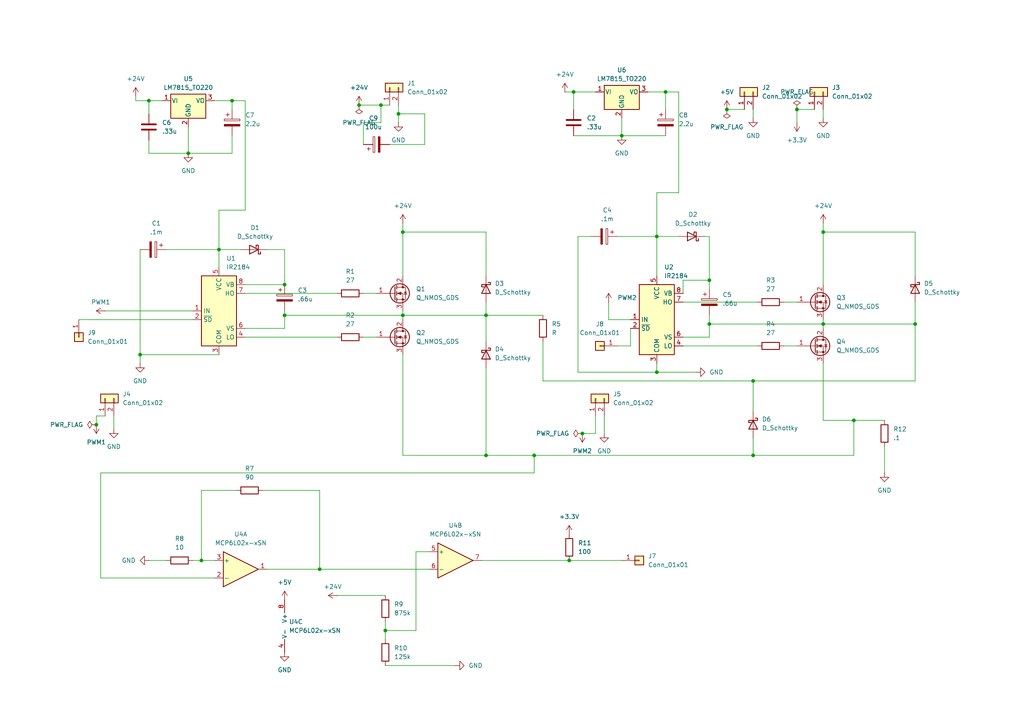
<source format=kicad_sch>
(kicad_sch
	(version 20250114)
	(generator "eeschema")
	(generator_version "9.0")
	(uuid "179e2b55-7e17-4825-bfef-be00f230a4ae")
	(paper "A4")
	(lib_symbols
		(symbol "Amplifier_Operational:MCP6L02x-xSN"
			(pin_names
				(offset 0.127)
			)
			(exclude_from_sim no)
			(in_bom yes)
			(on_board yes)
			(property "Reference" "U"
				(at 2.54 6.35 0)
				(effects
					(font
						(size 1.27 1.27)
					)
					(justify left)
				)
			)
			(property "Value" "MCP6L02x-xSN"
				(at 2.54 3.81 0)
				(effects
					(font
						(size 1.27 1.27)
					)
					(justify left)
				)
			)
			(property "Footprint" "Package_SO:SOIC-8_3.9x4.9mm_P1.27mm"
				(at 2.54 0 0)
				(effects
					(font
						(size 1.27 1.27)
					)
					(hide yes)
				)
			)
			(property "Datasheet" "http://ww1.microchip.com/downloads/en/devicedoc/22140b.pdf"
				(at 6.35 3.81 0)
				(effects
					(font
						(size 1.27 1.27)
					)
					(hide yes)
				)
			)
			(property "Description" "Dual, 1 MHz, 85µA, Rail-to-Rail input and output SOIC-8"
				(at 0 0 0)
				(effects
					(font
						(size 1.27 1.27)
					)
					(hide yes)
				)
			)
			(property "ki_locked" ""
				(at 0 0 0)
				(effects
					(font
						(size 1.27 1.27)
					)
				)
			)
			(property "ki_keywords" "opamp vfa r2r rtr"
				(at 0 0 0)
				(effects
					(font
						(size 1.27 1.27)
					)
					(hide yes)
				)
			)
			(property "ki_fp_filters" "SOIC*3.9x4.9mm*P1.27mm*"
				(at 0 0 0)
				(effects
					(font
						(size 1.27 1.27)
					)
					(hide yes)
				)
			)
			(symbol "MCP6L02x-xSN_1_1"
				(polyline
					(pts
						(xy 5.08 0) (xy -5.08 5.08) (xy -5.08 -5.08) (xy 5.08 0)
					)
					(stroke
						(width 0.254)
						(type default)
					)
					(fill
						(type background)
					)
				)
				(pin input line
					(at -7.62 2.54 0)
					(length 2.54)
					(name "+"
						(effects
							(font
								(size 1.27 1.27)
							)
						)
					)
					(number "3"
						(effects
							(font
								(size 1.27 1.27)
							)
						)
					)
				)
				(pin input line
					(at -7.62 -2.54 0)
					(length 2.54)
					(name "-"
						(effects
							(font
								(size 1.27 1.27)
							)
						)
					)
					(number "2"
						(effects
							(font
								(size 1.27 1.27)
							)
						)
					)
				)
				(pin output line
					(at 7.62 0 180)
					(length 2.54)
					(name "~"
						(effects
							(font
								(size 1.27 1.27)
							)
						)
					)
					(number "1"
						(effects
							(font
								(size 1.27 1.27)
							)
						)
					)
				)
			)
			(symbol "MCP6L02x-xSN_2_1"
				(polyline
					(pts
						(xy 5.08 0) (xy -5.08 5.08) (xy -5.08 -5.08) (xy 5.08 0)
					)
					(stroke
						(width 0.254)
						(type default)
					)
					(fill
						(type background)
					)
				)
				(pin input line
					(at -7.62 2.54 0)
					(length 2.54)
					(name "+"
						(effects
							(font
								(size 1.27 1.27)
							)
						)
					)
					(number "5"
						(effects
							(font
								(size 1.27 1.27)
							)
						)
					)
				)
				(pin input line
					(at -7.62 -2.54 0)
					(length 2.54)
					(name "-"
						(effects
							(font
								(size 1.27 1.27)
							)
						)
					)
					(number "6"
						(effects
							(font
								(size 1.27 1.27)
							)
						)
					)
				)
				(pin output line
					(at 7.62 0 180)
					(length 2.54)
					(name "~"
						(effects
							(font
								(size 1.27 1.27)
							)
						)
					)
					(number "7"
						(effects
							(font
								(size 1.27 1.27)
							)
						)
					)
				)
			)
			(symbol "MCP6L02x-xSN_3_1"
				(pin power_in line
					(at 0 7.62 270)
					(length 3.81)
					(name "V+"
						(effects
							(font
								(size 1.27 1.27)
							)
						)
					)
					(number "8"
						(effects
							(font
								(size 1.27 1.27)
							)
						)
					)
				)
				(pin power_in line
					(at 0 -7.62 90)
					(length 3.81)
					(name "V-"
						(effects
							(font
								(size 1.27 1.27)
							)
						)
					)
					(number "4"
						(effects
							(font
								(size 1.27 1.27)
							)
						)
					)
				)
			)
			(embedded_fonts no)
		)
		(symbol "Connector_Generic:Conn_01x01"
			(pin_names
				(offset 1.016)
				(hide yes)
			)
			(exclude_from_sim no)
			(in_bom yes)
			(on_board yes)
			(property "Reference" "J"
				(at 0 2.54 0)
				(effects
					(font
						(size 1.27 1.27)
					)
				)
			)
			(property "Value" "Conn_01x01"
				(at 0 -2.54 0)
				(effects
					(font
						(size 1.27 1.27)
					)
				)
			)
			(property "Footprint" ""
				(at 0 0 0)
				(effects
					(font
						(size 1.27 1.27)
					)
					(hide yes)
				)
			)
			(property "Datasheet" "~"
				(at 0 0 0)
				(effects
					(font
						(size 1.27 1.27)
					)
					(hide yes)
				)
			)
			(property "Description" "Generic connector, single row, 01x01, script generated (kicad-library-utils/schlib/autogen/connector/)"
				(at 0 0 0)
				(effects
					(font
						(size 1.27 1.27)
					)
					(hide yes)
				)
			)
			(property "ki_keywords" "connector"
				(at 0 0 0)
				(effects
					(font
						(size 1.27 1.27)
					)
					(hide yes)
				)
			)
			(property "ki_fp_filters" "Connector*:*_1x??_*"
				(at 0 0 0)
				(effects
					(font
						(size 1.27 1.27)
					)
					(hide yes)
				)
			)
			(symbol "Conn_01x01_1_1"
				(rectangle
					(start -1.27 1.27)
					(end 1.27 -1.27)
					(stroke
						(width 0.254)
						(type default)
					)
					(fill
						(type background)
					)
				)
				(rectangle
					(start -1.27 0.127)
					(end 0 -0.127)
					(stroke
						(width 0.1524)
						(type default)
					)
					(fill
						(type none)
					)
				)
				(pin passive line
					(at -5.08 0 0)
					(length 3.81)
					(name "Pin_1"
						(effects
							(font
								(size 1.27 1.27)
							)
						)
					)
					(number "1"
						(effects
							(font
								(size 1.27 1.27)
							)
						)
					)
				)
			)
			(embedded_fonts no)
		)
		(symbol "Connector_Generic:Conn_01x02"
			(pin_names
				(offset 1.016)
				(hide yes)
			)
			(exclude_from_sim no)
			(in_bom yes)
			(on_board yes)
			(property "Reference" "J"
				(at 0 2.54 0)
				(effects
					(font
						(size 1.27 1.27)
					)
				)
			)
			(property "Value" "Conn_01x02"
				(at 0 -5.08 0)
				(effects
					(font
						(size 1.27 1.27)
					)
				)
			)
			(property "Footprint" ""
				(at 0 0 0)
				(effects
					(font
						(size 1.27 1.27)
					)
					(hide yes)
				)
			)
			(property "Datasheet" "~"
				(at 0 0 0)
				(effects
					(font
						(size 1.27 1.27)
					)
					(hide yes)
				)
			)
			(property "Description" "Generic connector, single row, 01x02, script generated (kicad-library-utils/schlib/autogen/connector/)"
				(at 0 0 0)
				(effects
					(font
						(size 1.27 1.27)
					)
					(hide yes)
				)
			)
			(property "ki_keywords" "connector"
				(at 0 0 0)
				(effects
					(font
						(size 1.27 1.27)
					)
					(hide yes)
				)
			)
			(property "ki_fp_filters" "Connector*:*_1x??_*"
				(at 0 0 0)
				(effects
					(font
						(size 1.27 1.27)
					)
					(hide yes)
				)
			)
			(symbol "Conn_01x02_1_1"
				(rectangle
					(start -1.27 1.27)
					(end 1.27 -3.81)
					(stroke
						(width 0.254)
						(type default)
					)
					(fill
						(type background)
					)
				)
				(rectangle
					(start -1.27 0.127)
					(end 0 -0.127)
					(stroke
						(width 0.1524)
						(type default)
					)
					(fill
						(type none)
					)
				)
				(rectangle
					(start -1.27 -2.413)
					(end 0 -2.667)
					(stroke
						(width 0.1524)
						(type default)
					)
					(fill
						(type none)
					)
				)
				(pin passive line
					(at -5.08 0 0)
					(length 3.81)
					(name "Pin_1"
						(effects
							(font
								(size 1.27 1.27)
							)
						)
					)
					(number "1"
						(effects
							(font
								(size 1.27 1.27)
							)
						)
					)
				)
				(pin passive line
					(at -5.08 -2.54 0)
					(length 3.81)
					(name "Pin_2"
						(effects
							(font
								(size 1.27 1.27)
							)
						)
					)
					(number "2"
						(effects
							(font
								(size 1.27 1.27)
							)
						)
					)
				)
			)
			(embedded_fonts no)
		)
		(symbol "Device:C"
			(pin_numbers
				(hide yes)
			)
			(pin_names
				(offset 0.254)
			)
			(exclude_from_sim no)
			(in_bom yes)
			(on_board yes)
			(property "Reference" "C"
				(at 0.635 2.54 0)
				(effects
					(font
						(size 1.27 1.27)
					)
					(justify left)
				)
			)
			(property "Value" "C"
				(at 0.635 -2.54 0)
				(effects
					(font
						(size 1.27 1.27)
					)
					(justify left)
				)
			)
			(property "Footprint" ""
				(at 0.9652 -3.81 0)
				(effects
					(font
						(size 1.27 1.27)
					)
					(hide yes)
				)
			)
			(property "Datasheet" "~"
				(at 0 0 0)
				(effects
					(font
						(size 1.27 1.27)
					)
					(hide yes)
				)
			)
			(property "Description" "Unpolarized capacitor"
				(at 0 0 0)
				(effects
					(font
						(size 1.27 1.27)
					)
					(hide yes)
				)
			)
			(property "ki_keywords" "cap capacitor"
				(at 0 0 0)
				(effects
					(font
						(size 1.27 1.27)
					)
					(hide yes)
				)
			)
			(property "ki_fp_filters" "C_*"
				(at 0 0 0)
				(effects
					(font
						(size 1.27 1.27)
					)
					(hide yes)
				)
			)
			(symbol "C_0_1"
				(polyline
					(pts
						(xy -2.032 0.762) (xy 2.032 0.762)
					)
					(stroke
						(width 0.508)
						(type default)
					)
					(fill
						(type none)
					)
				)
				(polyline
					(pts
						(xy -2.032 -0.762) (xy 2.032 -0.762)
					)
					(stroke
						(width 0.508)
						(type default)
					)
					(fill
						(type none)
					)
				)
			)
			(symbol "C_1_1"
				(pin passive line
					(at 0 3.81 270)
					(length 2.794)
					(name "~"
						(effects
							(font
								(size 1.27 1.27)
							)
						)
					)
					(number "1"
						(effects
							(font
								(size 1.27 1.27)
							)
						)
					)
				)
				(pin passive line
					(at 0 -3.81 90)
					(length 2.794)
					(name "~"
						(effects
							(font
								(size 1.27 1.27)
							)
						)
					)
					(number "2"
						(effects
							(font
								(size 1.27 1.27)
							)
						)
					)
				)
			)
			(embedded_fonts no)
		)
		(symbol "Device:C_Polarized"
			(pin_numbers
				(hide yes)
			)
			(pin_names
				(offset 0.254)
			)
			(exclude_from_sim no)
			(in_bom yes)
			(on_board yes)
			(property "Reference" "C"
				(at 0.635 2.54 0)
				(effects
					(font
						(size 1.27 1.27)
					)
					(justify left)
				)
			)
			(property "Value" "C_Polarized"
				(at 0.635 -2.54 0)
				(effects
					(font
						(size 1.27 1.27)
					)
					(justify left)
				)
			)
			(property "Footprint" ""
				(at 0.9652 -3.81 0)
				(effects
					(font
						(size 1.27 1.27)
					)
					(hide yes)
				)
			)
			(property "Datasheet" "~"
				(at 0 0 0)
				(effects
					(font
						(size 1.27 1.27)
					)
					(hide yes)
				)
			)
			(property "Description" "Polarized capacitor"
				(at 0 0 0)
				(effects
					(font
						(size 1.27 1.27)
					)
					(hide yes)
				)
			)
			(property "ki_keywords" "cap capacitor"
				(at 0 0 0)
				(effects
					(font
						(size 1.27 1.27)
					)
					(hide yes)
				)
			)
			(property "ki_fp_filters" "CP_*"
				(at 0 0 0)
				(effects
					(font
						(size 1.27 1.27)
					)
					(hide yes)
				)
			)
			(symbol "C_Polarized_0_1"
				(rectangle
					(start -2.286 0.508)
					(end 2.286 1.016)
					(stroke
						(width 0)
						(type default)
					)
					(fill
						(type none)
					)
				)
				(polyline
					(pts
						(xy -1.778 2.286) (xy -0.762 2.286)
					)
					(stroke
						(width 0)
						(type default)
					)
					(fill
						(type none)
					)
				)
				(polyline
					(pts
						(xy -1.27 2.794) (xy -1.27 1.778)
					)
					(stroke
						(width 0)
						(type default)
					)
					(fill
						(type none)
					)
				)
				(rectangle
					(start 2.286 -0.508)
					(end -2.286 -1.016)
					(stroke
						(width 0)
						(type default)
					)
					(fill
						(type outline)
					)
				)
			)
			(symbol "C_Polarized_1_1"
				(pin passive line
					(at 0 3.81 270)
					(length 2.794)
					(name "~"
						(effects
							(font
								(size 1.27 1.27)
							)
						)
					)
					(number "1"
						(effects
							(font
								(size 1.27 1.27)
							)
						)
					)
				)
				(pin passive line
					(at 0 -3.81 90)
					(length 2.794)
					(name "~"
						(effects
							(font
								(size 1.27 1.27)
							)
						)
					)
					(number "2"
						(effects
							(font
								(size 1.27 1.27)
							)
						)
					)
				)
			)
			(embedded_fonts no)
		)
		(symbol "Device:D_Schottky"
			(pin_numbers
				(hide yes)
			)
			(pin_names
				(offset 1.016)
				(hide yes)
			)
			(exclude_from_sim no)
			(in_bom yes)
			(on_board yes)
			(property "Reference" "D"
				(at 0 2.54 0)
				(effects
					(font
						(size 1.27 1.27)
					)
				)
			)
			(property "Value" "D_Schottky"
				(at 0 -2.54 0)
				(effects
					(font
						(size 1.27 1.27)
					)
				)
			)
			(property "Footprint" ""
				(at 0 0 0)
				(effects
					(font
						(size 1.27 1.27)
					)
					(hide yes)
				)
			)
			(property "Datasheet" "~"
				(at 0 0 0)
				(effects
					(font
						(size 1.27 1.27)
					)
					(hide yes)
				)
			)
			(property "Description" "Schottky diode"
				(at 0 0 0)
				(effects
					(font
						(size 1.27 1.27)
					)
					(hide yes)
				)
			)
			(property "ki_keywords" "diode Schottky"
				(at 0 0 0)
				(effects
					(font
						(size 1.27 1.27)
					)
					(hide yes)
				)
			)
			(property "ki_fp_filters" "TO-???* *_Diode_* *SingleDiode* D_*"
				(at 0 0 0)
				(effects
					(font
						(size 1.27 1.27)
					)
					(hide yes)
				)
			)
			(symbol "D_Schottky_0_1"
				(polyline
					(pts
						(xy -1.905 0.635) (xy -1.905 1.27) (xy -1.27 1.27) (xy -1.27 -1.27) (xy -0.635 -1.27) (xy -0.635 -0.635)
					)
					(stroke
						(width 0.254)
						(type default)
					)
					(fill
						(type none)
					)
				)
				(polyline
					(pts
						(xy 1.27 1.27) (xy 1.27 -1.27) (xy -1.27 0) (xy 1.27 1.27)
					)
					(stroke
						(width 0.254)
						(type default)
					)
					(fill
						(type none)
					)
				)
				(polyline
					(pts
						(xy 1.27 0) (xy -1.27 0)
					)
					(stroke
						(width 0)
						(type default)
					)
					(fill
						(type none)
					)
				)
			)
			(symbol "D_Schottky_1_1"
				(pin passive line
					(at -3.81 0 0)
					(length 2.54)
					(name "K"
						(effects
							(font
								(size 1.27 1.27)
							)
						)
					)
					(number "1"
						(effects
							(font
								(size 1.27 1.27)
							)
						)
					)
				)
				(pin passive line
					(at 3.81 0 180)
					(length 2.54)
					(name "A"
						(effects
							(font
								(size 1.27 1.27)
							)
						)
					)
					(number "2"
						(effects
							(font
								(size 1.27 1.27)
							)
						)
					)
				)
			)
			(embedded_fonts no)
		)
		(symbol "Device:R"
			(pin_numbers
				(hide yes)
			)
			(pin_names
				(offset 0)
			)
			(exclude_from_sim no)
			(in_bom yes)
			(on_board yes)
			(property "Reference" "R"
				(at 2.032 0 90)
				(effects
					(font
						(size 1.27 1.27)
					)
				)
			)
			(property "Value" "R"
				(at 0 0 90)
				(effects
					(font
						(size 1.27 1.27)
					)
				)
			)
			(property "Footprint" ""
				(at -1.778 0 90)
				(effects
					(font
						(size 1.27 1.27)
					)
					(hide yes)
				)
			)
			(property "Datasheet" "~"
				(at 0 0 0)
				(effects
					(font
						(size 1.27 1.27)
					)
					(hide yes)
				)
			)
			(property "Description" "Resistor"
				(at 0 0 0)
				(effects
					(font
						(size 1.27 1.27)
					)
					(hide yes)
				)
			)
			(property "ki_keywords" "R res resistor"
				(at 0 0 0)
				(effects
					(font
						(size 1.27 1.27)
					)
					(hide yes)
				)
			)
			(property "ki_fp_filters" "R_*"
				(at 0 0 0)
				(effects
					(font
						(size 1.27 1.27)
					)
					(hide yes)
				)
			)
			(symbol "R_0_1"
				(rectangle
					(start -1.016 -2.54)
					(end 1.016 2.54)
					(stroke
						(width 0.254)
						(type default)
					)
					(fill
						(type none)
					)
				)
			)
			(symbol "R_1_1"
				(pin passive line
					(at 0 3.81 270)
					(length 1.27)
					(name "~"
						(effects
							(font
								(size 1.27 1.27)
							)
						)
					)
					(number "1"
						(effects
							(font
								(size 1.27 1.27)
							)
						)
					)
				)
				(pin passive line
					(at 0 -3.81 90)
					(length 1.27)
					(name "~"
						(effects
							(font
								(size 1.27 1.27)
							)
						)
					)
					(number "2"
						(effects
							(font
								(size 1.27 1.27)
							)
						)
					)
				)
			)
			(embedded_fonts no)
		)
		(symbol "Driver_FET:IR2184"
			(exclude_from_sim no)
			(in_bom yes)
			(on_board yes)
			(property "Reference" "U"
				(at 1.27 13.335 0)
				(effects
					(font
						(size 1.27 1.27)
					)
					(justify left)
				)
			)
			(property "Value" "IR2184"
				(at 1.27 11.43 0)
				(effects
					(font
						(size 1.27 1.27)
					)
					(justify left)
				)
			)
			(property "Footprint" ""
				(at 0 0 0)
				(effects
					(font
						(size 1.27 1.27)
						(italic yes)
					)
					(hide yes)
				)
			)
			(property "Datasheet" "https://www.infineon.com/dgdl/ir2184.pdf?fileId=5546d462533600a4015355c955e616d4"
				(at 0 0 0)
				(effects
					(font
						(size 1.27 1.27)
					)
					(hide yes)
				)
			)
			(property "Description" "Half-Bridge Driver, 600V, 1.4/1.8A, PDIP-8/SOIC-8"
				(at 0 0 0)
				(effects
					(font
						(size 1.27 1.27)
					)
					(hide yes)
				)
			)
			(property "ki_keywords" "Gate Driver"
				(at 0 0 0)
				(effects
					(font
						(size 1.27 1.27)
					)
					(hide yes)
				)
			)
			(property "ki_fp_filters" "SOIC*3.9x4.9mm*P1.27mm* DIP*W7.62mm*"
				(at 0 0 0)
				(effects
					(font
						(size 1.27 1.27)
					)
					(hide yes)
				)
			)
			(symbol "IR2184_0_1"
				(rectangle
					(start -5.08 -10.16)
					(end 5.08 10.16)
					(stroke
						(width 0.254)
						(type default)
					)
					(fill
						(type background)
					)
				)
			)
			(symbol "IR2184_1_1"
				(pin input line
					(at -7.62 0 0)
					(length 2.54)
					(name "IN"
						(effects
							(font
								(size 1.27 1.27)
							)
						)
					)
					(number "1"
						(effects
							(font
								(size 1.27 1.27)
							)
						)
					)
				)
				(pin input line
					(at -7.62 -2.54 0)
					(length 2.54)
					(name "~{SD}"
						(effects
							(font
								(size 1.27 1.27)
							)
						)
					)
					(number "2"
						(effects
							(font
								(size 1.27 1.27)
							)
						)
					)
				)
				(pin power_in line
					(at 0 12.7 270)
					(length 2.54)
					(name "VCC"
						(effects
							(font
								(size 1.27 1.27)
							)
						)
					)
					(number "5"
						(effects
							(font
								(size 1.27 1.27)
							)
						)
					)
				)
				(pin power_in line
					(at 0 -12.7 90)
					(length 2.54)
					(name "COM"
						(effects
							(font
								(size 1.27 1.27)
							)
						)
					)
					(number "3"
						(effects
							(font
								(size 1.27 1.27)
							)
						)
					)
				)
				(pin passive line
					(at 7.62 7.62 180)
					(length 2.54)
					(name "VB"
						(effects
							(font
								(size 1.27 1.27)
							)
						)
					)
					(number "8"
						(effects
							(font
								(size 1.27 1.27)
							)
						)
					)
				)
				(pin output line
					(at 7.62 5.08 180)
					(length 2.54)
					(name "HO"
						(effects
							(font
								(size 1.27 1.27)
							)
						)
					)
					(number "7"
						(effects
							(font
								(size 1.27 1.27)
							)
						)
					)
				)
				(pin passive line
					(at 7.62 -5.08 180)
					(length 2.54)
					(name "VS"
						(effects
							(font
								(size 1.27 1.27)
							)
						)
					)
					(number "6"
						(effects
							(font
								(size 1.27 1.27)
							)
						)
					)
				)
				(pin output line
					(at 7.62 -7.62 180)
					(length 2.54)
					(name "LO"
						(effects
							(font
								(size 1.27 1.27)
							)
						)
					)
					(number "4"
						(effects
							(font
								(size 1.27 1.27)
							)
						)
					)
				)
			)
			(embedded_fonts no)
		)
		(symbol "Regulator_Linear:LM7815_TO220"
			(pin_names
				(offset 0.254)
			)
			(exclude_from_sim no)
			(in_bom yes)
			(on_board yes)
			(property "Reference" "U"
				(at -3.81 3.175 0)
				(effects
					(font
						(size 1.27 1.27)
					)
				)
			)
			(property "Value" "LM7815_TO220"
				(at 0 3.175 0)
				(effects
					(font
						(size 1.27 1.27)
					)
					(justify left)
				)
			)
			(property "Footprint" "Package_TO_SOT_THT:TO-220-3_Vertical"
				(at 0 5.715 0)
				(effects
					(font
						(size 1.27 1.27)
						(italic yes)
					)
					(hide yes)
				)
			)
			(property "Datasheet" "https://www.onsemi.cn/PowerSolutions/document/MC7800-D.PDF"
				(at 0 -1.27 0)
				(effects
					(font
						(size 1.27 1.27)
					)
					(hide yes)
				)
			)
			(property "Description" "Positive 1A 35V Linear Regulator, Fixed Output 15V, TO-220"
				(at 0 0 0)
				(effects
					(font
						(size 1.27 1.27)
					)
					(hide yes)
				)
			)
			(property "ki_keywords" "Voltage Regulator 1A Positive"
				(at 0 0 0)
				(effects
					(font
						(size 1.27 1.27)
					)
					(hide yes)
				)
			)
			(property "ki_fp_filters" "TO?220*"
				(at 0 0 0)
				(effects
					(font
						(size 1.27 1.27)
					)
					(hide yes)
				)
			)
			(symbol "LM7815_TO220_0_1"
				(rectangle
					(start -5.08 1.905)
					(end 5.08 -5.08)
					(stroke
						(width 0.254)
						(type default)
					)
					(fill
						(type background)
					)
				)
			)
			(symbol "LM7815_TO220_1_1"
				(pin power_in line
					(at -7.62 0 0)
					(length 2.54)
					(name "VI"
						(effects
							(font
								(size 1.27 1.27)
							)
						)
					)
					(number "1"
						(effects
							(font
								(size 1.27 1.27)
							)
						)
					)
				)
				(pin power_in line
					(at 0 -7.62 90)
					(length 2.54)
					(name "GND"
						(effects
							(font
								(size 1.27 1.27)
							)
						)
					)
					(number "2"
						(effects
							(font
								(size 1.27 1.27)
							)
						)
					)
				)
				(pin power_out line
					(at 7.62 0 180)
					(length 2.54)
					(name "VO"
						(effects
							(font
								(size 1.27 1.27)
							)
						)
					)
					(number "3"
						(effects
							(font
								(size 1.27 1.27)
							)
						)
					)
				)
			)
			(embedded_fonts no)
		)
		(symbol "Transistor_FET:Q_NMOS_GDS"
			(pin_names
				(offset 0)
				(hide yes)
			)
			(exclude_from_sim no)
			(in_bom yes)
			(on_board yes)
			(property "Reference" "Q"
				(at 5.08 1.905 0)
				(effects
					(font
						(size 1.27 1.27)
					)
					(justify left)
				)
			)
			(property "Value" "Q_NMOS_GDS"
				(at 5.08 0 0)
				(effects
					(font
						(size 1.27 1.27)
					)
					(justify left)
				)
			)
			(property "Footprint" ""
				(at 5.08 2.54 0)
				(effects
					(font
						(size 1.27 1.27)
					)
					(hide yes)
				)
			)
			(property "Datasheet" "~"
				(at 0 0 0)
				(effects
					(font
						(size 1.27 1.27)
					)
					(hide yes)
				)
			)
			(property "Description" "N-MOSFET transistor, gate/drain/source"
				(at 0 0 0)
				(effects
					(font
						(size 1.27 1.27)
					)
					(hide yes)
				)
			)
			(property "ki_keywords" "transistor NMOS N-MOS N-MOSFET"
				(at 0 0 0)
				(effects
					(font
						(size 1.27 1.27)
					)
					(hide yes)
				)
			)
			(symbol "Q_NMOS_GDS_0_1"
				(polyline
					(pts
						(xy 0.254 1.905) (xy 0.254 -1.905)
					)
					(stroke
						(width 0.254)
						(type default)
					)
					(fill
						(type none)
					)
				)
				(polyline
					(pts
						(xy 0.254 0) (xy -2.54 0)
					)
					(stroke
						(width 0)
						(type default)
					)
					(fill
						(type none)
					)
				)
				(polyline
					(pts
						(xy 0.762 2.286) (xy 0.762 1.27)
					)
					(stroke
						(width 0.254)
						(type default)
					)
					(fill
						(type none)
					)
				)
				(polyline
					(pts
						(xy 0.762 0.508) (xy 0.762 -0.508)
					)
					(stroke
						(width 0.254)
						(type default)
					)
					(fill
						(type none)
					)
				)
				(polyline
					(pts
						(xy 0.762 -1.27) (xy 0.762 -2.286)
					)
					(stroke
						(width 0.254)
						(type default)
					)
					(fill
						(type none)
					)
				)
				(polyline
					(pts
						(xy 0.762 -1.778) (xy 3.302 -1.778) (xy 3.302 1.778) (xy 0.762 1.778)
					)
					(stroke
						(width 0)
						(type default)
					)
					(fill
						(type none)
					)
				)
				(polyline
					(pts
						(xy 1.016 0) (xy 2.032 0.381) (xy 2.032 -0.381) (xy 1.016 0)
					)
					(stroke
						(width 0)
						(type default)
					)
					(fill
						(type outline)
					)
				)
				(circle
					(center 1.651 0)
					(radius 2.794)
					(stroke
						(width 0.254)
						(type default)
					)
					(fill
						(type none)
					)
				)
				(polyline
					(pts
						(xy 2.54 2.54) (xy 2.54 1.778)
					)
					(stroke
						(width 0)
						(type default)
					)
					(fill
						(type none)
					)
				)
				(circle
					(center 2.54 1.778)
					(radius 0.254)
					(stroke
						(width 0)
						(type default)
					)
					(fill
						(type outline)
					)
				)
				(circle
					(center 2.54 -1.778)
					(radius 0.254)
					(stroke
						(width 0)
						(type default)
					)
					(fill
						(type outline)
					)
				)
				(polyline
					(pts
						(xy 2.54 -2.54) (xy 2.54 0) (xy 0.762 0)
					)
					(stroke
						(width 0)
						(type default)
					)
					(fill
						(type none)
					)
				)
				(polyline
					(pts
						(xy 2.921 0.381) (xy 3.683 0.381)
					)
					(stroke
						(width 0)
						(type default)
					)
					(fill
						(type none)
					)
				)
				(polyline
					(pts
						(xy 3.302 0.381) (xy 2.921 -0.254) (xy 3.683 -0.254) (xy 3.302 0.381)
					)
					(stroke
						(width 0)
						(type default)
					)
					(fill
						(type none)
					)
				)
			)
			(symbol "Q_NMOS_GDS_1_1"
				(pin input line
					(at -5.08 0 0)
					(length 2.54)
					(name "G"
						(effects
							(font
								(size 1.27 1.27)
							)
						)
					)
					(number "1"
						(effects
							(font
								(size 1.27 1.27)
							)
						)
					)
				)
				(pin passive line
					(at 2.54 5.08 270)
					(length 2.54)
					(name "D"
						(effects
							(font
								(size 1.27 1.27)
							)
						)
					)
					(number "2"
						(effects
							(font
								(size 1.27 1.27)
							)
						)
					)
				)
				(pin passive line
					(at 2.54 -5.08 90)
					(length 2.54)
					(name "S"
						(effects
							(font
								(size 1.27 1.27)
							)
						)
					)
					(number "3"
						(effects
							(font
								(size 1.27 1.27)
							)
						)
					)
				)
			)
			(embedded_fonts no)
		)
		(symbol "power:+24V"
			(power)
			(pin_numbers
				(hide yes)
			)
			(pin_names
				(offset 0)
				(hide yes)
			)
			(exclude_from_sim no)
			(in_bom yes)
			(on_board yes)
			(property "Reference" "#PWR"
				(at 0 -3.81 0)
				(effects
					(font
						(size 1.27 1.27)
					)
					(hide yes)
				)
			)
			(property "Value" "+24V"
				(at 0 3.556 0)
				(effects
					(font
						(size 1.27 1.27)
					)
				)
			)
			(property "Footprint" ""
				(at 0 0 0)
				(effects
					(font
						(size 1.27 1.27)
					)
					(hide yes)
				)
			)
			(property "Datasheet" ""
				(at 0 0 0)
				(effects
					(font
						(size 1.27 1.27)
					)
					(hide yes)
				)
			)
			(property "Description" "Power symbol creates a global label with name \"+24V\""
				(at 0 0 0)
				(effects
					(font
						(size 1.27 1.27)
					)
					(hide yes)
				)
			)
			(property "ki_keywords" "global power"
				(at 0 0 0)
				(effects
					(font
						(size 1.27 1.27)
					)
					(hide yes)
				)
			)
			(symbol "+24V_0_1"
				(polyline
					(pts
						(xy -0.762 1.27) (xy 0 2.54)
					)
					(stroke
						(width 0)
						(type default)
					)
					(fill
						(type none)
					)
				)
				(polyline
					(pts
						(xy 0 2.54) (xy 0.762 1.27)
					)
					(stroke
						(width 0)
						(type default)
					)
					(fill
						(type none)
					)
				)
				(polyline
					(pts
						(xy 0 0) (xy 0 2.54)
					)
					(stroke
						(width 0)
						(type default)
					)
					(fill
						(type none)
					)
				)
			)
			(symbol "+24V_1_1"
				(pin power_in line
					(at 0 0 90)
					(length 0)
					(name "~"
						(effects
							(font
								(size 1.27 1.27)
							)
						)
					)
					(number "1"
						(effects
							(font
								(size 1.27 1.27)
							)
						)
					)
				)
			)
			(embedded_fonts no)
		)
		(symbol "power:+3.3V"
			(power)
			(pin_numbers
				(hide yes)
			)
			(pin_names
				(offset 0)
				(hide yes)
			)
			(exclude_from_sim no)
			(in_bom yes)
			(on_board yes)
			(property "Reference" "#PWR"
				(at 0 -3.81 0)
				(effects
					(font
						(size 1.27 1.27)
					)
					(hide yes)
				)
			)
			(property "Value" "+3.3V"
				(at 0 3.556 0)
				(effects
					(font
						(size 1.27 1.27)
					)
				)
			)
			(property "Footprint" ""
				(at 0 0 0)
				(effects
					(font
						(size 1.27 1.27)
					)
					(hide yes)
				)
			)
			(property "Datasheet" ""
				(at 0 0 0)
				(effects
					(font
						(size 1.27 1.27)
					)
					(hide yes)
				)
			)
			(property "Description" "Power symbol creates a global label with name \"+3.3V\""
				(at 0 0 0)
				(effects
					(font
						(size 1.27 1.27)
					)
					(hide yes)
				)
			)
			(property "ki_keywords" "global power"
				(at 0 0 0)
				(effects
					(font
						(size 1.27 1.27)
					)
					(hide yes)
				)
			)
			(symbol "+3.3V_0_1"
				(polyline
					(pts
						(xy -0.762 1.27) (xy 0 2.54)
					)
					(stroke
						(width 0)
						(type default)
					)
					(fill
						(type none)
					)
				)
				(polyline
					(pts
						(xy 0 2.54) (xy 0.762 1.27)
					)
					(stroke
						(width 0)
						(type default)
					)
					(fill
						(type none)
					)
				)
				(polyline
					(pts
						(xy 0 0) (xy 0 2.54)
					)
					(stroke
						(width 0)
						(type default)
					)
					(fill
						(type none)
					)
				)
			)
			(symbol "+3.3V_1_1"
				(pin power_in line
					(at 0 0 90)
					(length 0)
					(name "~"
						(effects
							(font
								(size 1.27 1.27)
							)
						)
					)
					(number "1"
						(effects
							(font
								(size 1.27 1.27)
							)
						)
					)
				)
			)
			(embedded_fonts no)
		)
		(symbol "power:+3.3VA"
			(power)
			(pin_numbers
				(hide yes)
			)
			(pin_names
				(offset 0)
				(hide yes)
			)
			(exclude_from_sim no)
			(in_bom yes)
			(on_board yes)
			(property "Reference" "#PWR"
				(at 0 -3.81 0)
				(effects
					(font
						(size 1.27 1.27)
					)
					(hide yes)
				)
			)
			(property "Value" "+3.3VA"
				(at 0 3.556 0)
				(effects
					(font
						(size 1.27 1.27)
					)
				)
			)
			(property "Footprint" ""
				(at 0 0 0)
				(effects
					(font
						(size 1.27 1.27)
					)
					(hide yes)
				)
			)
			(property "Datasheet" ""
				(at 0 0 0)
				(effects
					(font
						(size 1.27 1.27)
					)
					(hide yes)
				)
			)
			(property "Description" "Power symbol creates a global label with name \"+3.3VA\""
				(at 0 0 0)
				(effects
					(font
						(size 1.27 1.27)
					)
					(hide yes)
				)
			)
			(property "ki_keywords" "global power"
				(at 0 0 0)
				(effects
					(font
						(size 1.27 1.27)
					)
					(hide yes)
				)
			)
			(symbol "+3.3VA_0_1"
				(polyline
					(pts
						(xy -0.762 1.27) (xy 0 2.54)
					)
					(stroke
						(width 0)
						(type default)
					)
					(fill
						(type none)
					)
				)
				(polyline
					(pts
						(xy 0 2.54) (xy 0.762 1.27)
					)
					(stroke
						(width 0)
						(type default)
					)
					(fill
						(type none)
					)
				)
				(polyline
					(pts
						(xy 0 0) (xy 0 2.54)
					)
					(stroke
						(width 0)
						(type default)
					)
					(fill
						(type none)
					)
				)
			)
			(symbol "+3.3VA_1_1"
				(pin power_in line
					(at 0 0 90)
					(length 0)
					(name "~"
						(effects
							(font
								(size 1.27 1.27)
							)
						)
					)
					(number "1"
						(effects
							(font
								(size 1.27 1.27)
							)
						)
					)
				)
			)
			(embedded_fonts no)
		)
		(symbol "power:+3.3VADC"
			(power)
			(pin_numbers
				(hide yes)
			)
			(pin_names
				(offset 0)
				(hide yes)
			)
			(exclude_from_sim no)
			(in_bom yes)
			(on_board yes)
			(property "Reference" "#PWR"
				(at 3.81 -1.27 0)
				(effects
					(font
						(size 1.27 1.27)
					)
					(hide yes)
				)
			)
			(property "Value" "+3.3VADC"
				(at 0 3.556 0)
				(effects
					(font
						(size 1.27 1.27)
					)
				)
			)
			(property "Footprint" ""
				(at 0 0 0)
				(effects
					(font
						(size 1.27 1.27)
					)
					(hide yes)
				)
			)
			(property "Datasheet" ""
				(at 0 0 0)
				(effects
					(font
						(size 1.27 1.27)
					)
					(hide yes)
				)
			)
			(property "Description" "Power symbol creates a global label with name \"+3.3VADC\""
				(at 0 0 0)
				(effects
					(font
						(size 1.27 1.27)
					)
					(hide yes)
				)
			)
			(property "ki_keywords" "global power"
				(at 0 0 0)
				(effects
					(font
						(size 1.27 1.27)
					)
					(hide yes)
				)
			)
			(symbol "+3.3VADC_0_0"
				(pin power_in line
					(at 0 0 90)
					(length 0)
					(name "~"
						(effects
							(font
								(size 1.27 1.27)
							)
						)
					)
					(number "1"
						(effects
							(font
								(size 1.27 1.27)
							)
						)
					)
				)
			)
			(symbol "+3.3VADC_0_1"
				(polyline
					(pts
						(xy -0.762 1.27) (xy 0 2.54)
					)
					(stroke
						(width 0)
						(type default)
					)
					(fill
						(type none)
					)
				)
				(polyline
					(pts
						(xy 0 2.54) (xy 0.762 1.27)
					)
					(stroke
						(width 0)
						(type default)
					)
					(fill
						(type none)
					)
				)
				(polyline
					(pts
						(xy 0 0) (xy 0 2.54)
					)
					(stroke
						(width 0)
						(type default)
					)
					(fill
						(type none)
					)
				)
			)
			(embedded_fonts no)
		)
		(symbol "power:+5V"
			(power)
			(pin_numbers
				(hide yes)
			)
			(pin_names
				(offset 0)
				(hide yes)
			)
			(exclude_from_sim no)
			(in_bom yes)
			(on_board yes)
			(property "Reference" "#PWR"
				(at 0 -3.81 0)
				(effects
					(font
						(size 1.27 1.27)
					)
					(hide yes)
				)
			)
			(property "Value" "+5V"
				(at 0 3.556 0)
				(effects
					(font
						(size 1.27 1.27)
					)
				)
			)
			(property "Footprint" ""
				(at 0 0 0)
				(effects
					(font
						(size 1.27 1.27)
					)
					(hide yes)
				)
			)
			(property "Datasheet" ""
				(at 0 0 0)
				(effects
					(font
						(size 1.27 1.27)
					)
					(hide yes)
				)
			)
			(property "Description" "Power symbol creates a global label with name \"+5V\""
				(at 0 0 0)
				(effects
					(font
						(size 1.27 1.27)
					)
					(hide yes)
				)
			)
			(property "ki_keywords" "global power"
				(at 0 0 0)
				(effects
					(font
						(size 1.27 1.27)
					)
					(hide yes)
				)
			)
			(symbol "+5V_0_1"
				(polyline
					(pts
						(xy -0.762 1.27) (xy 0 2.54)
					)
					(stroke
						(width 0)
						(type default)
					)
					(fill
						(type none)
					)
				)
				(polyline
					(pts
						(xy 0 2.54) (xy 0.762 1.27)
					)
					(stroke
						(width 0)
						(type default)
					)
					(fill
						(type none)
					)
				)
				(polyline
					(pts
						(xy 0 0) (xy 0 2.54)
					)
					(stroke
						(width 0)
						(type default)
					)
					(fill
						(type none)
					)
				)
			)
			(symbol "+5V_1_1"
				(pin power_in line
					(at 0 0 90)
					(length 0)
					(name "~"
						(effects
							(font
								(size 1.27 1.27)
							)
						)
					)
					(number "1"
						(effects
							(font
								(size 1.27 1.27)
							)
						)
					)
				)
			)
			(embedded_fonts no)
		)
		(symbol "power:GND"
			(power)
			(pin_numbers
				(hide yes)
			)
			(pin_names
				(offset 0)
				(hide yes)
			)
			(exclude_from_sim no)
			(in_bom yes)
			(on_board yes)
			(property "Reference" "#PWR"
				(at 0 -6.35 0)
				(effects
					(font
						(size 1.27 1.27)
					)
					(hide yes)
				)
			)
			(property "Value" "GND"
				(at 0 -3.81 0)
				(effects
					(font
						(size 1.27 1.27)
					)
				)
			)
			(property "Footprint" ""
				(at 0 0 0)
				(effects
					(font
						(size 1.27 1.27)
					)
					(hide yes)
				)
			)
			(property "Datasheet" ""
				(at 0 0 0)
				(effects
					(font
						(size 1.27 1.27)
					)
					(hide yes)
				)
			)
			(property "Description" "Power symbol creates a global label with name \"GND\" , ground"
				(at 0 0 0)
				(effects
					(font
						(size 1.27 1.27)
					)
					(hide yes)
				)
			)
			(property "ki_keywords" "global power"
				(at 0 0 0)
				(effects
					(font
						(size 1.27 1.27)
					)
					(hide yes)
				)
			)
			(symbol "GND_0_1"
				(polyline
					(pts
						(xy 0 0) (xy 0 -1.27) (xy 1.27 -1.27) (xy 0 -2.54) (xy -1.27 -1.27) (xy 0 -1.27)
					)
					(stroke
						(width 0)
						(type default)
					)
					(fill
						(type none)
					)
				)
			)
			(symbol "GND_1_1"
				(pin power_in line
					(at 0 0 270)
					(length 0)
					(name "~"
						(effects
							(font
								(size 1.27 1.27)
							)
						)
					)
					(number "1"
						(effects
							(font
								(size 1.27 1.27)
							)
						)
					)
				)
			)
			(embedded_fonts no)
		)
		(symbol "power:PWR_FLAG"
			(power)
			(pin_numbers
				(hide yes)
			)
			(pin_names
				(offset 0)
				(hide yes)
			)
			(exclude_from_sim no)
			(in_bom yes)
			(on_board yes)
			(property "Reference" "#FLG"
				(at 0 1.905 0)
				(effects
					(font
						(size 1.27 1.27)
					)
					(hide yes)
				)
			)
			(property "Value" "PWR_FLAG"
				(at 0 3.81 0)
				(effects
					(font
						(size 1.27 1.27)
					)
				)
			)
			(property "Footprint" ""
				(at 0 0 0)
				(effects
					(font
						(size 1.27 1.27)
					)
					(hide yes)
				)
			)
			(property "Datasheet" "~"
				(at 0 0 0)
				(effects
					(font
						(size 1.27 1.27)
					)
					(hide yes)
				)
			)
			(property "Description" "Special symbol for telling ERC where power comes from"
				(at 0 0 0)
				(effects
					(font
						(size 1.27 1.27)
					)
					(hide yes)
				)
			)
			(property "ki_keywords" "flag power"
				(at 0 0 0)
				(effects
					(font
						(size 1.27 1.27)
					)
					(hide yes)
				)
			)
			(symbol "PWR_FLAG_0_0"
				(pin power_out line
					(at 0 0 90)
					(length 0)
					(name "~"
						(effects
							(font
								(size 1.27 1.27)
							)
						)
					)
					(number "1"
						(effects
							(font
								(size 1.27 1.27)
							)
						)
					)
				)
			)
			(symbol "PWR_FLAG_0_1"
				(polyline
					(pts
						(xy 0 0) (xy 0 1.27) (xy -1.016 1.905) (xy 0 2.54) (xy 1.016 1.905) (xy 0 1.27)
					)
					(stroke
						(width 0)
						(type default)
					)
					(fill
						(type none)
					)
				)
			)
			(embedded_fonts no)
		)
	)
	(junction
		(at 154.94 132.08)
		(diameter 0)
		(color 0 0 0 0)
		(uuid "0365b7e4-112e-42e3-9455-e6b8dfe2f6c0")
	)
	(junction
		(at 238.76 67.31)
		(diameter 0)
		(color 0 0 0 0)
		(uuid "14616c89-844f-4a30-ab8f-1608f7c418df")
	)
	(junction
		(at 116.84 91.44)
		(diameter 0)
		(color 0 0 0 0)
		(uuid "19b4a764-0699-4caf-a1bc-39319b54c258")
	)
	(junction
		(at 115.57 33.02)
		(diameter 0)
		(color 0 0 0 0)
		(uuid "19c26be6-9a0d-4372-83fb-a1470de6a1a2")
	)
	(junction
		(at 193.04 26.67)
		(diameter 0)
		(color 0 0 0 0)
		(uuid "1d0efa89-0848-429a-97ee-4ef3a84f4c2a")
	)
	(junction
		(at 218.44 132.08)
		(diameter 0)
		(color 0 0 0 0)
		(uuid "20b17957-3dde-4107-9a80-c5098cd925b3")
	)
	(junction
		(at 111.76 182.88)
		(diameter 0)
		(color 0 0 0 0)
		(uuid "25c70935-64f0-40be-923e-69086bd7e541")
	)
	(junction
		(at 63.5 72.39)
		(diameter 0)
		(color 0 0 0 0)
		(uuid "2d4761ca-9a29-4d45-b763-4d42aa01b26e")
	)
	(junction
		(at 43.18 29.21)
		(diameter 0)
		(color 0 0 0 0)
		(uuid "35b295ed-26b3-4c1c-a7b4-8f322e837262")
	)
	(junction
		(at 27.94 123.19)
		(diameter 0)
		(color 0 0 0 0)
		(uuid "5351f313-c4b6-4770-a5db-67fa683cafed")
	)
	(junction
		(at 205.74 81.28)
		(diameter 0)
		(color 0 0 0 0)
		(uuid "632715a9-1e01-450e-8153-2be834531063")
	)
	(junction
		(at 205.74 93.98)
		(diameter 0)
		(color 0 0 0 0)
		(uuid "68c20b1e-2ed5-4ffe-9ca1-00d73c1ae398")
	)
	(junction
		(at 165.1 162.56)
		(diameter 0)
		(color 0 0 0 0)
		(uuid "6d3ebd3d-2d08-4cb7-8f15-31ca2a52f257")
	)
	(junction
		(at 231.14 31.75)
		(diameter 0)
		(color 0 0 0 0)
		(uuid "7ad52573-538c-4daa-ab4a-860823ec3b34")
	)
	(junction
		(at 54.61 44.45)
		(diameter 0)
		(color 0 0 0 0)
		(uuid "8245756d-a504-4d49-9690-9ad734502102")
	)
	(junction
		(at 218.44 110.49)
		(diameter 0)
		(color 0 0 0 0)
		(uuid "84916e5f-522f-4e83-bc66-4393d3c33001")
	)
	(junction
		(at 82.55 82.55)
		(diameter 0)
		(color 0 0 0 0)
		(uuid "85ea4d94-e649-41fb-9a3f-74aa16427f9b")
	)
	(junction
		(at 247.65 121.92)
		(diameter 0)
		(color 0 0 0 0)
		(uuid "86e8ad71-4696-4de0-909e-793fac8a9f80")
	)
	(junction
		(at 238.76 93.98)
		(diameter 0)
		(color 0 0 0 0)
		(uuid "8ee06521-d7e4-4a5d-8f0a-ce5e44ef1cb7")
	)
	(junction
		(at 116.84 67.31)
		(diameter 0)
		(color 0 0 0 0)
		(uuid "9b129931-f046-4bfa-b598-0ed90db35b09")
	)
	(junction
		(at 92.71 165.1)
		(diameter 0)
		(color 0 0 0 0)
		(uuid "9f330484-9a70-435e-9d6a-080d896c2794")
	)
	(junction
		(at 110.49 30.48)
		(diameter 0)
		(color 0 0 0 0)
		(uuid "9fbfae57-df4d-4574-86dc-f5c3d0c31683")
	)
	(junction
		(at 140.97 132.08)
		(diameter 0)
		(color 0 0 0 0)
		(uuid "a45102c3-dc49-49bb-9fea-f7b99763bbbd")
	)
	(junction
		(at 166.37 26.67)
		(diameter 0)
		(color 0 0 0 0)
		(uuid "c3dd0ca6-e33a-47d8-a91e-0160ade8e781")
	)
	(junction
		(at 210.82 31.75)
		(diameter 0)
		(color 0 0 0 0)
		(uuid "d5c0e4ff-aa52-43d3-bf65-79bf72f90271")
	)
	(junction
		(at 140.97 91.44)
		(diameter 0)
		(color 0 0 0 0)
		(uuid "d68ffab3-9ca1-4352-8f6a-a6184b9925ca")
	)
	(junction
		(at 82.55 91.44)
		(diameter 0)
		(color 0 0 0 0)
		(uuid "d753fa23-537e-4f1a-bd0c-908ea7ceb529")
	)
	(junction
		(at 40.64 102.87)
		(diameter 0)
		(color 0 0 0 0)
		(uuid "d8b067c1-89b5-42e5-8579-831ae7e39492")
	)
	(junction
		(at 168.91 125.73)
		(diameter 0)
		(color 0 0 0 0)
		(uuid "e0eeda93-acd1-4b40-83e3-728c9b738c7a")
	)
	(junction
		(at 104.14 30.48)
		(diameter 0)
		(color 0 0 0 0)
		(uuid "e3755b44-bc85-437a-9e32-4ebc02fbf1ee")
	)
	(junction
		(at 265.43 93.98)
		(diameter 0)
		(color 0 0 0 0)
		(uuid "e42079b6-d860-43a7-a572-eefd7c92576b")
	)
	(junction
		(at 180.34 39.37)
		(diameter 0)
		(color 0 0 0 0)
		(uuid "e83f4337-1276-4cab-992b-84dfcbab7c20")
	)
	(junction
		(at 190.5 107.95)
		(diameter 0)
		(color 0 0 0 0)
		(uuid "ea2c1939-a9ac-4380-834a-f29d7c85abfe")
	)
	(junction
		(at 190.5 68.58)
		(diameter 0)
		(color 0 0 0 0)
		(uuid "eae353c1-33df-47b5-b6d2-8993d67df5f2")
	)
	(junction
		(at 67.31 29.21)
		(diameter 0)
		(color 0 0 0 0)
		(uuid "f4555164-785c-4237-80d6-1d9491bbfd0b")
	)
	(junction
		(at 58.42 162.56)
		(diameter 0)
		(color 0 0 0 0)
		(uuid "f7976ba4-8b47-48b7-9b78-848027169a6b")
	)
	(wire
		(pts
			(xy 198.12 87.63) (xy 219.71 87.63)
		)
		(stroke
			(width 0)
			(type default)
		)
		(uuid "01566bf4-98ca-46dc-a93b-380931942287")
	)
	(wire
		(pts
			(xy 198.12 81.28) (xy 205.74 81.28)
		)
		(stroke
			(width 0)
			(type default)
		)
		(uuid "0401e5c6-8147-403d-b5d8-c21a5d02ce1b")
	)
	(wire
		(pts
			(xy 27.94 120.65) (xy 30.48 120.65)
		)
		(stroke
			(width 0)
			(type default)
		)
		(uuid "04f34d7a-2ed5-4aef-a701-55fec946f65a")
	)
	(wire
		(pts
			(xy 58.42 142.24) (xy 68.58 142.24)
		)
		(stroke
			(width 0)
			(type default)
		)
		(uuid "08c9ef55-8c97-4f15-a54f-1853f6169f40")
	)
	(wire
		(pts
			(xy 165.1 162.56) (xy 139.7 162.56)
		)
		(stroke
			(width 0)
			(type default)
		)
		(uuid "0cf73b7f-9524-4e11-8abc-74634dd78491")
	)
	(wire
		(pts
			(xy 265.43 110.49) (xy 265.43 93.98)
		)
		(stroke
			(width 0)
			(type default)
		)
		(uuid "14c9ca3e-4c05-4776-8b10-149d4ffb03ce")
	)
	(wire
		(pts
			(xy 71.12 97.79) (xy 97.79 97.79)
		)
		(stroke
			(width 0)
			(type default)
		)
		(uuid "199ee767-f17c-436b-aab5-c9ba95b63761")
	)
	(wire
		(pts
			(xy 104.14 30.48) (xy 110.49 30.48)
		)
		(stroke
			(width 0)
			(type default)
		)
		(uuid "1a56c736-14b7-4660-88da-24833cf42e28")
	)
	(wire
		(pts
			(xy 238.76 93.98) (xy 238.76 95.25)
		)
		(stroke
			(width 0)
			(type default)
		)
		(uuid "1aba6097-968d-4849-8887-0f58a8b506ad")
	)
	(wire
		(pts
			(xy 29.21 167.64) (xy 62.23 167.64)
		)
		(stroke
			(width 0)
			(type default)
		)
		(uuid "1be2e531-5f43-4522-9af3-f02a7989cb62")
	)
	(wire
		(pts
			(xy 166.37 26.67) (xy 172.72 26.67)
		)
		(stroke
			(width 0)
			(type default)
		)
		(uuid "1e12c387-7281-45b6-9267-bfd62a5a87f8")
	)
	(wire
		(pts
			(xy 123.19 33.02) (xy 115.57 33.02)
		)
		(stroke
			(width 0)
			(type default)
		)
		(uuid "1e1d3a0f-8961-405b-9916-0eb5b1067b18")
	)
	(wire
		(pts
			(xy 111.76 180.34) (xy 111.76 182.88)
		)
		(stroke
			(width 0)
			(type default)
		)
		(uuid "1e64622b-5782-4b5e-9aa6-ad28e7261c63")
	)
	(wire
		(pts
			(xy 154.94 132.08) (xy 218.44 132.08)
		)
		(stroke
			(width 0)
			(type default)
		)
		(uuid "1f8529ae-1ced-4b4a-88e0-8fdd84f1e5f4")
	)
	(wire
		(pts
			(xy 29.21 167.64) (xy 29.21 137.16)
		)
		(stroke
			(width 0)
			(type default)
		)
		(uuid "23bd3f94-ae74-4cef-aa96-f3265a096abe")
	)
	(wire
		(pts
			(xy 40.64 72.39) (xy 40.64 102.87)
		)
		(stroke
			(width 0)
			(type default)
		)
		(uuid "26d9c8f2-e2d1-4f94-8606-d2f13c279e6f")
	)
	(wire
		(pts
			(xy 55.88 92.71) (xy 22.86 92.71)
		)
		(stroke
			(width 0)
			(type default)
		)
		(uuid "28678642-eb31-41a0-96ba-8953ea088797")
	)
	(wire
		(pts
			(xy 55.88 90.17) (xy 30.48 90.17)
		)
		(stroke
			(width 0)
			(type default)
		)
		(uuid "2b023641-8718-408d-a0c2-4e3cfe932d9d")
	)
	(wire
		(pts
			(xy 238.76 31.75) (xy 238.76 34.29)
		)
		(stroke
			(width 0)
			(type default)
		)
		(uuid "2d551d5c-7943-40eb-b2ae-b09dadb01afb")
	)
	(wire
		(pts
			(xy 265.43 80.01) (xy 265.43 67.31)
		)
		(stroke
			(width 0)
			(type default)
		)
		(uuid "2f35ad5f-84e2-4560-9eab-c206000b3d71")
	)
	(wire
		(pts
			(xy 238.76 105.41) (xy 238.76 121.92)
		)
		(stroke
			(width 0)
			(type default)
		)
		(uuid "323bb039-4abd-49fe-8fcd-53e39f6f4dae")
	)
	(wire
		(pts
			(xy 140.97 87.63) (xy 140.97 91.44)
		)
		(stroke
			(width 0)
			(type default)
		)
		(uuid "38bc7bcc-bd7f-4190-9de4-a281ed3a72d6")
	)
	(wire
		(pts
			(xy 105.41 97.79) (xy 109.22 97.79)
		)
		(stroke
			(width 0)
			(type default)
		)
		(uuid "3aba7f10-c2b3-4021-8c2a-1707f17319e5")
	)
	(wire
		(pts
			(xy 58.42 162.56) (xy 58.42 142.24)
		)
		(stroke
			(width 0)
			(type default)
		)
		(uuid "3b472241-ff35-4b86-b87f-cbb5018d84f5")
	)
	(wire
		(pts
			(xy 43.18 162.56) (xy 48.26 162.56)
		)
		(stroke
			(width 0)
			(type default)
		)
		(uuid "3be81627-cc62-46ff-9a16-507431c750e8")
	)
	(wire
		(pts
			(xy 190.5 68.58) (xy 196.85 68.58)
		)
		(stroke
			(width 0)
			(type default)
		)
		(uuid "3c2ff3d0-ea60-4e90-9d78-ec1e312bc63e")
	)
	(wire
		(pts
			(xy 140.97 106.68) (xy 140.97 132.08)
		)
		(stroke
			(width 0)
			(type default)
		)
		(uuid "3e417716-44cb-4b6a-a61d-5213d7a6d746")
	)
	(wire
		(pts
			(xy 110.49 30.48) (xy 113.03 30.48)
		)
		(stroke
			(width 0)
			(type default)
		)
		(uuid "410fceae-532f-4ec3-8c33-0aba827132a2")
	)
	(wire
		(pts
			(xy 182.88 100.33) (xy 179.07 100.33)
		)
		(stroke
			(width 0)
			(type default)
		)
		(uuid "4193a72c-eac5-4bbc-bde4-34deb3c8cdca")
	)
	(wire
		(pts
			(xy 71.12 29.21) (xy 71.12 60.96)
		)
		(stroke
			(width 0)
			(type default)
		)
		(uuid "42a2e6fd-9ba5-4fc8-ae9f-76360b36f811")
	)
	(wire
		(pts
			(xy 43.18 40.64) (xy 43.18 44.45)
		)
		(stroke
			(width 0)
			(type default)
		)
		(uuid "442bdb68-6520-41ca-90bc-4b851505fcef")
	)
	(wire
		(pts
			(xy 205.74 68.58) (xy 205.74 81.28)
		)
		(stroke
			(width 0)
			(type default)
		)
		(uuid "460a7ca4-3d9a-484b-bebb-1d7eacb3344d")
	)
	(wire
		(pts
			(xy 205.74 97.79) (xy 205.74 93.98)
		)
		(stroke
			(width 0)
			(type default)
		)
		(uuid "471f045b-5d19-4bc5-b558-d8ea438108ca")
	)
	(wire
		(pts
			(xy 67.31 29.21) (xy 71.12 29.21)
		)
		(stroke
			(width 0)
			(type default)
		)
		(uuid "481ca144-713d-46ee-b867-a4eab0c8f5d0")
	)
	(wire
		(pts
			(xy 116.84 80.01) (xy 116.84 67.31)
		)
		(stroke
			(width 0)
			(type default)
		)
		(uuid "49af1d23-3e7b-4115-8add-724e244625e4")
	)
	(wire
		(pts
			(xy 140.97 132.08) (xy 154.94 132.08)
		)
		(stroke
			(width 0)
			(type default)
		)
		(uuid "4c5fc1de-b420-4d0f-8d2e-43fd1741641f")
	)
	(wire
		(pts
			(xy 265.43 67.31) (xy 238.76 67.31)
		)
		(stroke
			(width 0)
			(type default)
		)
		(uuid "4c63d4b0-50b2-4dd2-a859-b0a8df4e1731")
	)
	(wire
		(pts
			(xy 39.37 29.21) (xy 43.18 29.21)
		)
		(stroke
			(width 0)
			(type default)
		)
		(uuid "4dd5ae23-17db-405a-826a-c53ac94e5c90")
	)
	(wire
		(pts
			(xy 187.96 26.67) (xy 193.04 26.67)
		)
		(stroke
			(width 0)
			(type default)
		)
		(uuid "4ee4fd0b-87d0-4c4d-a091-6d0c1e68195f")
	)
	(wire
		(pts
			(xy 54.61 44.45) (xy 67.31 44.45)
		)
		(stroke
			(width 0)
			(type default)
		)
		(uuid "4fb8b6b9-3bba-4629-9d4d-e5a4fd226815")
	)
	(wire
		(pts
			(xy 54.61 36.83) (xy 54.61 44.45)
		)
		(stroke
			(width 0)
			(type default)
		)
		(uuid "50f535d6-f065-4a1a-9e0d-73185283f919")
	)
	(wire
		(pts
			(xy 157.48 110.49) (xy 218.44 110.49)
		)
		(stroke
			(width 0)
			(type default)
		)
		(uuid "5103d84c-510c-46a2-b0d6-0d9fed6de149")
	)
	(wire
		(pts
			(xy 123.19 41.91) (xy 123.19 33.02)
		)
		(stroke
			(width 0)
			(type default)
		)
		(uuid "5162e0cf-01b2-4a17-a216-aa5b7de668f3")
	)
	(wire
		(pts
			(xy 105.41 85.09) (xy 109.22 85.09)
		)
		(stroke
			(width 0)
			(type default)
		)
		(uuid "5214220c-79ad-44f0-a43f-b225c88a1a63")
	)
	(wire
		(pts
			(xy 39.37 29.21) (xy 39.37 27.94)
		)
		(stroke
			(width 0)
			(type default)
		)
		(uuid "527798f3-57b5-432d-967e-fa7f6a0ead0d")
	)
	(wire
		(pts
			(xy 92.71 165.1) (xy 124.46 165.1)
		)
		(stroke
			(width 0)
			(type default)
		)
		(uuid "53423d69-a09f-499c-8f9c-2f5baa9a06fb")
	)
	(wire
		(pts
			(xy 71.12 82.55) (xy 82.55 82.55)
		)
		(stroke
			(width 0)
			(type default)
		)
		(uuid "5447f37a-90b0-4e5c-ba3f-bfa415c625a8")
	)
	(wire
		(pts
			(xy 40.64 105.41) (xy 40.64 102.87)
		)
		(stroke
			(width 0)
			(type default)
		)
		(uuid "556c39f4-c941-440d-801a-6a22951afe17")
	)
	(wire
		(pts
			(xy 231.14 31.75) (xy 236.22 31.75)
		)
		(stroke
			(width 0)
			(type default)
		)
		(uuid "56e919b1-a642-49f8-976d-682e8037a3d6")
	)
	(wire
		(pts
			(xy 265.43 87.63) (xy 265.43 93.98)
		)
		(stroke
			(width 0)
			(type default)
		)
		(uuid "573637c6-15e2-4678-aadd-47c44ef10683")
	)
	(wire
		(pts
			(xy 238.76 67.31) (xy 238.76 64.77)
		)
		(stroke
			(width 0)
			(type default)
		)
		(uuid "59cfae2c-dcb0-462c-a9b4-e5bc14c653ef")
	)
	(wire
		(pts
			(xy 63.5 60.96) (xy 63.5 72.39)
		)
		(stroke
			(width 0)
			(type default)
		)
		(uuid "59dd8891-eedb-4fae-923e-682826f24bda")
	)
	(wire
		(pts
			(xy 43.18 29.21) (xy 43.18 33.02)
		)
		(stroke
			(width 0)
			(type default)
		)
		(uuid "5a5f6d62-6802-4324-bf18-90e19017fb77")
	)
	(wire
		(pts
			(xy 27.94 123.19) (xy 27.94 120.65)
		)
		(stroke
			(width 0)
			(type default)
		)
		(uuid "5d8e2018-313a-49c8-9f3d-4c4755992425")
	)
	(wire
		(pts
			(xy 97.79 172.72) (xy 111.76 172.72)
		)
		(stroke
			(width 0)
			(type default)
		)
		(uuid "618a5f0f-77c6-4132-832f-bf06df168f49")
	)
	(wire
		(pts
			(xy 120.65 160.02) (xy 124.46 160.02)
		)
		(stroke
			(width 0)
			(type default)
		)
		(uuid "65e48322-9eef-4877-8304-597f28e4dfc3")
	)
	(wire
		(pts
			(xy 196.85 26.67) (xy 196.85 55.88)
		)
		(stroke
			(width 0)
			(type default)
		)
		(uuid "67c66675-a788-4a81-a3b4-83975aae0efb")
	)
	(wire
		(pts
			(xy 227.33 100.33) (xy 231.14 100.33)
		)
		(stroke
			(width 0)
			(type default)
		)
		(uuid "6a5022a0-da77-4fc3-9ba9-17141be11cea")
	)
	(wire
		(pts
			(xy 182.88 92.71) (xy 176.53 92.71)
		)
		(stroke
			(width 0)
			(type default)
		)
		(uuid "6aeebded-b774-4abb-9b3d-c3072304fcc3")
	)
	(wire
		(pts
			(xy 190.5 107.95) (xy 190.5 105.41)
		)
		(stroke
			(width 0)
			(type default)
		)
		(uuid "6afc9cdc-f31f-4b8b-b25a-ffe823ac5199")
	)
	(wire
		(pts
			(xy 120.65 160.02) (xy 120.65 182.88)
		)
		(stroke
			(width 0)
			(type default)
		)
		(uuid "6e3bced5-19c4-4346-974a-ccbfd8bea990")
	)
	(wire
		(pts
			(xy 116.84 91.44) (xy 116.84 92.71)
		)
		(stroke
			(width 0)
			(type default)
		)
		(uuid "709abcfd-98e1-4dca-894c-dad737806a8d")
	)
	(wire
		(pts
			(xy 43.18 29.21) (xy 46.99 29.21)
		)
		(stroke
			(width 0)
			(type default)
		)
		(uuid "736d404b-7d5c-45fc-b3f1-1bfee6ac4379")
	)
	(wire
		(pts
			(xy 77.47 72.39) (xy 82.55 72.39)
		)
		(stroke
			(width 0)
			(type default)
		)
		(uuid "73bac7f9-482a-4fc9-ab01-8d277ff48b56")
	)
	(wire
		(pts
			(xy 116.84 91.44) (xy 140.97 91.44)
		)
		(stroke
			(width 0)
			(type default)
		)
		(uuid "75b94849-309c-4fb3-b9f0-a25700d25d5a")
	)
	(wire
		(pts
			(xy 115.57 33.02) (xy 115.57 35.56)
		)
		(stroke
			(width 0)
			(type default)
		)
		(uuid "771636f0-3c9d-41d1-9bea-e7e774b1657a")
	)
	(wire
		(pts
			(xy 198.12 85.09) (xy 198.12 81.28)
		)
		(stroke
			(width 0)
			(type default)
		)
		(uuid "79d2cfd0-a832-46c1-bfd8-100f740321dd")
	)
	(wire
		(pts
			(xy 63.5 72.39) (xy 48.26 72.39)
		)
		(stroke
			(width 0)
			(type default)
		)
		(uuid "7c26e742-47e8-494a-8e91-c5c870443d49")
	)
	(wire
		(pts
			(xy 166.37 39.37) (xy 180.34 39.37)
		)
		(stroke
			(width 0)
			(type default)
		)
		(uuid "7cf04090-1652-46ab-bd27-088d2f57be22")
	)
	(wire
		(pts
			(xy 29.21 137.16) (xy 154.94 137.16)
		)
		(stroke
			(width 0)
			(type default)
		)
		(uuid "7e457c63-cca9-4c33-a189-d540c550fb05")
	)
	(wire
		(pts
			(xy 175.26 120.65) (xy 175.26 125.73)
		)
		(stroke
			(width 0)
			(type default)
		)
		(uuid "7eeb1dbd-e389-4dbd-840d-e2f5003c0f67")
	)
	(wire
		(pts
			(xy 71.12 60.96) (xy 63.5 60.96)
		)
		(stroke
			(width 0)
			(type default)
		)
		(uuid "80a845e1-6a1f-415e-b8a6-ac84fcf97e12")
	)
	(wire
		(pts
			(xy 247.65 132.08) (xy 247.65 121.92)
		)
		(stroke
			(width 0)
			(type default)
		)
		(uuid "80cf6244-f5cc-4006-bb9f-eca6ff95b173")
	)
	(wire
		(pts
			(xy 116.84 64.77) (xy 116.84 67.31)
		)
		(stroke
			(width 0)
			(type default)
		)
		(uuid "82c9c4f5-1a7f-42c4-abca-cc8b7243aaf3")
	)
	(wire
		(pts
			(xy 238.76 121.92) (xy 247.65 121.92)
		)
		(stroke
			(width 0)
			(type default)
		)
		(uuid "830ebf33-f455-4f8f-9313-0bf0302819b6")
	)
	(wire
		(pts
			(xy 111.76 182.88) (xy 111.76 185.42)
		)
		(stroke
			(width 0)
			(type default)
		)
		(uuid "83f62b70-86aa-4a65-b8b7-9599a1190d75")
	)
	(wire
		(pts
			(xy 196.85 55.88) (xy 190.5 55.88)
		)
		(stroke
			(width 0)
			(type default)
		)
		(uuid "856fd952-7115-4dcc-ba9c-d85386448423")
	)
	(wire
		(pts
			(xy 166.37 26.67) (xy 166.37 31.75)
		)
		(stroke
			(width 0)
			(type default)
		)
		(uuid "888d063f-2daa-45df-805d-e1a568263b05")
	)
	(wire
		(pts
			(xy 210.82 31.75) (xy 215.9 31.75)
		)
		(stroke
			(width 0)
			(type default)
		)
		(uuid "8953e863-ee38-4076-9a8b-d62e9dd441ec")
	)
	(wire
		(pts
			(xy 82.55 91.44) (xy 82.55 95.25)
		)
		(stroke
			(width 0)
			(type default)
		)
		(uuid "8a47325c-9862-4477-8999-479895928d81")
	)
	(wire
		(pts
			(xy 116.84 102.87) (xy 116.84 132.08)
		)
		(stroke
			(width 0)
			(type default)
		)
		(uuid "8a4cd30d-ddef-4d1f-b8ad-b8f2bb45fdf2")
	)
	(wire
		(pts
			(xy 218.44 110.49) (xy 218.44 119.38)
		)
		(stroke
			(width 0)
			(type default)
		)
		(uuid "8d0a29cd-49fa-4975-959d-9ae6c60d51b8")
	)
	(wire
		(pts
			(xy 58.42 162.56) (xy 62.23 162.56)
		)
		(stroke
			(width 0)
			(type default)
		)
		(uuid "8eb88f18-f827-4f31-be27-c3cc93391f96")
	)
	(wire
		(pts
			(xy 172.72 125.73) (xy 168.91 125.73)
		)
		(stroke
			(width 0)
			(type default)
		)
		(uuid "8ed93d00-5dcb-4df4-a565-1be378124a07")
	)
	(wire
		(pts
			(xy 82.55 72.39) (xy 82.55 82.55)
		)
		(stroke
			(width 0)
			(type default)
		)
		(uuid "916fcaca-941c-4f89-a760-cb0ab89148fd")
	)
	(wire
		(pts
			(xy 179.07 68.58) (xy 190.5 68.58)
		)
		(stroke
			(width 0)
			(type default)
		)
		(uuid "9291a791-62c1-4989-87e3-da709c28e268")
	)
	(wire
		(pts
			(xy 105.41 35.56) (xy 110.49 35.56)
		)
		(stroke
			(width 0)
			(type default)
		)
		(uuid "969062bb-5684-46d2-a732-ce625ef7096d")
	)
	(wire
		(pts
			(xy 204.47 68.58) (xy 205.74 68.58)
		)
		(stroke
			(width 0)
			(type default)
		)
		(uuid "9889155d-c878-4151-99ff-ca0a9f592bd5")
	)
	(wire
		(pts
			(xy 198.12 100.33) (xy 219.71 100.33)
		)
		(stroke
			(width 0)
			(type default)
		)
		(uuid "99a1ef3e-e7eb-4c9b-9c82-5e2ec2105753")
	)
	(wire
		(pts
			(xy 76.2 142.24) (xy 92.71 142.24)
		)
		(stroke
			(width 0)
			(type default)
		)
		(uuid "9b29585d-9760-4805-a23c-19dc74c25655")
	)
	(wire
		(pts
			(xy 172.72 125.73) (xy 172.72 120.65)
		)
		(stroke
			(width 0)
			(type default)
		)
		(uuid "9c6ad9ce-4866-4c3d-89e4-46d54ff51934")
	)
	(wire
		(pts
			(xy 176.53 92.71) (xy 176.53 87.63)
		)
		(stroke
			(width 0)
			(type default)
		)
		(uuid "9d756f84-b1e6-4777-b123-e3e8cb62c6fb")
	)
	(wire
		(pts
			(xy 198.12 97.79) (xy 205.74 97.79)
		)
		(stroke
			(width 0)
			(type default)
		)
		(uuid "a0516b52-e7f1-45ab-a768-ea34faa65c10")
	)
	(wire
		(pts
			(xy 205.74 93.98) (xy 238.76 93.98)
		)
		(stroke
			(width 0)
			(type default)
		)
		(uuid "a500f4c6-b8ea-49b7-a66a-48ca471b6c25")
	)
	(wire
		(pts
			(xy 67.31 29.21) (xy 62.23 29.21)
		)
		(stroke
			(width 0)
			(type default)
		)
		(uuid "a5aa9007-e27a-4f98-80c8-fe703cc73130")
	)
	(wire
		(pts
			(xy 105.41 41.91) (xy 105.41 35.56)
		)
		(stroke
			(width 0)
			(type default)
		)
		(uuid "a69fb113-4565-41b8-b31f-2d25a66492f1")
	)
	(wire
		(pts
			(xy 82.55 90.17) (xy 82.55 91.44)
		)
		(stroke
			(width 0)
			(type default)
		)
		(uuid "a6bbd3b4-a396-4cb5-b690-2ab92ff03466")
	)
	(wire
		(pts
			(xy 71.12 95.25) (xy 82.55 95.25)
		)
		(stroke
			(width 0)
			(type default)
		)
		(uuid "aa86c28a-f08c-4403-b46e-cc56310e9e2d")
	)
	(wire
		(pts
			(xy 82.55 91.44) (xy 116.84 91.44)
		)
		(stroke
			(width 0)
			(type default)
		)
		(uuid "afe76d86-5986-4dee-8395-af04d012ccaf")
	)
	(wire
		(pts
			(xy 193.04 39.37) (xy 180.34 39.37)
		)
		(stroke
			(width 0)
			(type default)
		)
		(uuid "b07caa9b-f77c-4197-b1aa-e98966573916")
	)
	(wire
		(pts
			(xy 205.74 81.28) (xy 205.74 83.82)
		)
		(stroke
			(width 0)
			(type default)
		)
		(uuid "b1ccbc90-d62b-468d-83cf-63b639f3a42c")
	)
	(wire
		(pts
			(xy 33.02 120.65) (xy 33.02 124.46)
		)
		(stroke
			(width 0)
			(type default)
		)
		(uuid "b41fd542-0ff5-4386-8209-40f235849fd8")
	)
	(wire
		(pts
			(xy 218.44 127) (xy 218.44 132.08)
		)
		(stroke
			(width 0)
			(type default)
		)
		(uuid "b6297851-73b5-4e03-9a8c-4ac8d6c90823")
	)
	(wire
		(pts
			(xy 218.44 132.08) (xy 247.65 132.08)
		)
		(stroke
			(width 0)
			(type default)
		)
		(uuid "b94a330d-8cd5-475b-a8be-5e2a5b98b64c")
	)
	(wire
		(pts
			(xy 165.1 162.56) (xy 180.34 162.56)
		)
		(stroke
			(width 0)
			(type default)
		)
		(uuid "b9ba3b9b-9391-47f3-b1cf-4291ab002231")
	)
	(wire
		(pts
			(xy 182.88 95.25) (xy 182.88 100.33)
		)
		(stroke
			(width 0)
			(type default)
		)
		(uuid "bb59a5c7-21c8-48b1-aa4f-dcf4f40c1150")
	)
	(wire
		(pts
			(xy 92.71 142.24) (xy 92.71 165.1)
		)
		(stroke
			(width 0)
			(type default)
		)
		(uuid "bc8ade23-acef-4c87-9ddf-de01c726e637")
	)
	(wire
		(pts
			(xy 157.48 99.06) (xy 157.48 110.49)
		)
		(stroke
			(width 0)
			(type default)
		)
		(uuid "bd95daef-90d1-42eb-8d27-50ae5f081208")
	)
	(wire
		(pts
			(xy 167.64 107.95) (xy 190.5 107.95)
		)
		(stroke
			(width 0)
			(type default)
		)
		(uuid "bf3b7696-8908-42ea-846a-85129bccd5d0")
	)
	(wire
		(pts
			(xy 140.97 67.31) (xy 116.84 67.31)
		)
		(stroke
			(width 0)
			(type default)
		)
		(uuid "c356f48c-d70b-4259-8551-355596c73c16")
	)
	(wire
		(pts
			(xy 116.84 132.08) (xy 140.97 132.08)
		)
		(stroke
			(width 0)
			(type default)
		)
		(uuid "c37f77f5-0b15-4de4-aebc-f94ec8ddd4e1")
	)
	(wire
		(pts
			(xy 71.12 85.09) (xy 97.79 85.09)
		)
		(stroke
			(width 0)
			(type default)
		)
		(uuid "c4404809-1503-4631-802f-a5d1b1426b97")
	)
	(wire
		(pts
			(xy 115.57 30.48) (xy 115.57 33.02)
		)
		(stroke
			(width 0)
			(type default)
		)
		(uuid "c56a2cff-3554-4e91-ac77-1e88b9eb35f1")
	)
	(wire
		(pts
			(xy 67.31 44.45) (xy 67.31 39.37)
		)
		(stroke
			(width 0)
			(type default)
		)
		(uuid "c64b8410-66a4-492c-b3c6-1628d7df54bc")
	)
	(wire
		(pts
			(xy 231.14 35.56) (xy 231.14 31.75)
		)
		(stroke
			(width 0)
			(type default)
		)
		(uuid "cd027c68-d59d-44e8-9164-aa30f29ddfb9")
	)
	(wire
		(pts
			(xy 120.65 182.88) (xy 111.76 182.88)
		)
		(stroke
			(width 0)
			(type default)
		)
		(uuid "cdf4edee-d7b2-4fe8-b308-256034a41630")
	)
	(wire
		(pts
			(xy 67.31 31.75) (xy 67.31 29.21)
		)
		(stroke
			(width 0)
			(type default)
		)
		(uuid "cfd59345-07c9-405a-b4f9-89e5cb6ba1a4")
	)
	(wire
		(pts
			(xy 190.5 68.58) (xy 190.5 55.88)
		)
		(stroke
			(width 0)
			(type default)
		)
		(uuid "d1984bec-cc35-413b-a663-e5f6f2c5d124")
	)
	(wire
		(pts
			(xy 190.5 80.01) (xy 190.5 68.58)
		)
		(stroke
			(width 0)
			(type default)
		)
		(uuid "d1dc6dac-d34f-4b43-8f45-66f280f5b957")
	)
	(wire
		(pts
			(xy 111.76 193.04) (xy 132.08 193.04)
		)
		(stroke
			(width 0)
			(type default)
		)
		(uuid "d2f0b07d-b570-4f44-9fd0-d6a0749b0a53")
	)
	(wire
		(pts
			(xy 163.83 26.67) (xy 166.37 26.67)
		)
		(stroke
			(width 0)
			(type default)
		)
		(uuid "d4f71fb6-a9ad-4333-ac89-a814914948d9")
	)
	(wire
		(pts
			(xy 180.34 34.29) (xy 180.34 39.37)
		)
		(stroke
			(width 0)
			(type default)
		)
		(uuid "d56cab5f-265c-48f3-b03e-473b9db5467b")
	)
	(wire
		(pts
			(xy 238.76 67.31) (xy 238.76 82.55)
		)
		(stroke
			(width 0)
			(type default)
		)
		(uuid "d63c34c4-cba1-4502-91f6-3c545f76cc8e")
	)
	(wire
		(pts
			(xy 238.76 93.98) (xy 265.43 93.98)
		)
		(stroke
			(width 0)
			(type default)
		)
		(uuid "d6b8ac0e-9a0c-486d-92d0-3c1c194e090e")
	)
	(wire
		(pts
			(xy 205.74 93.98) (xy 205.74 91.44)
		)
		(stroke
			(width 0)
			(type default)
		)
		(uuid "d86206aa-0dd0-4333-9336-9694aba25b53")
	)
	(wire
		(pts
			(xy 238.76 92.71) (xy 238.76 93.98)
		)
		(stroke
			(width 0)
			(type default)
		)
		(uuid "dabf4dfc-57da-407d-963c-182a58387971")
	)
	(wire
		(pts
			(xy 77.47 165.1) (xy 92.71 165.1)
		)
		(stroke
			(width 0)
			(type default)
		)
		(uuid "dae39f73-f69b-40dc-930c-bbcbc0e10e47")
	)
	(wire
		(pts
			(xy 40.64 102.87) (xy 63.5 102.87)
		)
		(stroke
			(width 0)
			(type default)
		)
		(uuid "db03a028-9281-4286-82d6-e76d17455410")
	)
	(wire
		(pts
			(xy 154.94 137.16) (xy 154.94 132.08)
		)
		(stroke
			(width 0)
			(type default)
		)
		(uuid "dc2c4a01-39fd-457d-a4d5-7b6f6c1283cc")
	)
	(wire
		(pts
			(xy 140.97 91.44) (xy 157.48 91.44)
		)
		(stroke
			(width 0)
			(type default)
		)
		(uuid "dc9bed17-c2f4-4af8-802a-f97240d649db")
	)
	(wire
		(pts
			(xy 63.5 72.39) (xy 69.85 72.39)
		)
		(stroke
			(width 0)
			(type default)
		)
		(uuid "dc9d2eac-61ec-4e6c-98c6-d5ff1e443a62")
	)
	(wire
		(pts
			(xy 193.04 26.67) (xy 193.04 31.75)
		)
		(stroke
			(width 0)
			(type default)
		)
		(uuid "de58f86d-1b11-4483-b84e-338a9a358b1a")
	)
	(wire
		(pts
			(xy 218.44 110.49) (xy 265.43 110.49)
		)
		(stroke
			(width 0)
			(type default)
		)
		(uuid "deee8cf2-8544-4ef0-b7a3-fffbc797ef7b")
	)
	(wire
		(pts
			(xy 171.45 68.58) (xy 167.64 68.58)
		)
		(stroke
			(width 0)
			(type default)
		)
		(uuid "e027e2b2-9557-41fe-8b2e-93e1682bc9b9")
	)
	(wire
		(pts
			(xy 167.64 68.58) (xy 167.64 107.95)
		)
		(stroke
			(width 0)
			(type default)
		)
		(uuid "e1659b08-abf1-4e95-ba7e-be99247cc1cf")
	)
	(wire
		(pts
			(xy 218.44 31.75) (xy 218.44 34.29)
		)
		(stroke
			(width 0)
			(type default)
		)
		(uuid "e2c35116-063e-4277-978b-c3de3a36345a")
	)
	(wire
		(pts
			(xy 55.88 162.56) (xy 58.42 162.56)
		)
		(stroke
			(width 0)
			(type default)
		)
		(uuid "e38ec460-1a05-45b3-a45c-b993ee30fd46")
	)
	(wire
		(pts
			(xy 63.5 77.47) (xy 63.5 72.39)
		)
		(stroke
			(width 0)
			(type default)
		)
		(uuid "e7d54bdb-05ba-4d2c-968e-70fdf5c7646f")
	)
	(wire
		(pts
			(xy 113.03 41.91) (xy 123.19 41.91)
		)
		(stroke
			(width 0)
			(type default)
		)
		(uuid "eb173120-a15b-4a9f-ab79-9bc09e0f4c7d")
	)
	(wire
		(pts
			(xy 190.5 107.95) (xy 201.93 107.95)
		)
		(stroke
			(width 0)
			(type default)
		)
		(uuid "ed29c252-f72d-4a6f-b507-0d9674981cb4")
	)
	(wire
		(pts
			(xy 227.33 87.63) (xy 231.14 87.63)
		)
		(stroke
			(width 0)
			(type default)
		)
		(uuid "ed6be370-1a95-4328-9731-d09c822d7654")
	)
	(wire
		(pts
			(xy 247.65 121.92) (xy 256.54 121.92)
		)
		(stroke
			(width 0)
			(type default)
		)
		(uuid "ef1fd76f-f03d-4d11-9daf-08549719b768")
	)
	(wire
		(pts
			(xy 110.49 35.56) (xy 110.49 30.48)
		)
		(stroke
			(width 0)
			(type default)
		)
		(uuid "f1bf4e1a-ef25-4dfa-bfa3-cb0e3b0092b4")
	)
	(wire
		(pts
			(xy 256.54 129.54) (xy 256.54 137.16)
		)
		(stroke
			(width 0)
			(type default)
		)
		(uuid "f224dd90-7e04-436d-8a97-cdb8b9b8404f")
	)
	(wire
		(pts
			(xy 140.97 80.01) (xy 140.97 67.31)
		)
		(stroke
			(width 0)
			(type default)
		)
		(uuid "f43b90b0-a90c-4dea-a659-da63040a92b4")
	)
	(wire
		(pts
			(xy 43.18 44.45) (xy 54.61 44.45)
		)
		(stroke
			(width 0)
			(type default)
		)
		(uuid "f9de7d2f-5d63-4380-a705-f5ba04761192")
	)
	(wire
		(pts
			(xy 193.04 26.67) (xy 196.85 26.67)
		)
		(stroke
			(width 0)
			(type default)
		)
		(uuid "fa2817dd-4923-4f15-a600-98b872ea5e2e")
	)
	(wire
		(pts
			(xy 116.84 90.17) (xy 116.84 91.44)
		)
		(stroke
			(width 0)
			(type default)
		)
		(uuid "fdb1820c-3ca4-42f3-ab52-018cc087a0ea")
	)
	(wire
		(pts
			(xy 140.97 91.44) (xy 140.97 99.06)
		)
		(stroke
			(width 0)
			(type default)
		)
		(uuid "ffa82598-19e5-4190-8da5-4b3dae6b5fdd")
	)
	(symbol
		(lib_id "Connector_Generic:Conn_01x02")
		(at 236.22 26.67 90)
		(unit 1)
		(exclude_from_sim no)
		(in_bom yes)
		(on_board yes)
		(dnp no)
		(fields_autoplaced yes)
		(uuid "00c796d6-db65-47c5-ba02-62262b70273f")
		(property "Reference" "J3"
			(at 241.3 25.3999 90)
			(effects
				(font
					(size 1.27 1.27)
				)
				(justify right)
			)
		)
		(property "Value" "Conn_01x02"
			(at 241.3 27.9399 90)
			(effects
				(font
					(size 1.27 1.27)
				)
				(justify right)
			)
		)
		(property "Footprint" "Connector_PinHeader_2.54mm:PinHeader_1x02_P2.54mm_Vertical"
			(at 236.22 26.67 0)
			(effects
				(font
					(size 1.27 1.27)
				)
				(hide yes)
			)
		)
		(property "Datasheet" "~"
			(at 236.22 26.67 0)
			(effects
				(font
					(size 1.27 1.27)
				)
				(hide yes)
			)
		)
		(property "Description" "Generic connector, single row, 01x02, script generated (kicad-library-utils/schlib/autogen/connector/)"
			(at 236.22 26.67 0)
			(effects
				(font
					(size 1.27 1.27)
				)
				(hide yes)
			)
		)
		(pin "2"
			(uuid "d70a1e52-baeb-4e07-a11a-85999205bf9b")
		)
		(pin "1"
			(uuid "331d6693-23a8-404e-879d-b4b6b2051a3d")
		)
		(instances
			(project ""
				(path "/179e2b55-7e17-4825-bfef-be00f230a4ae"
					(reference "J3")
					(unit 1)
				)
			)
		)
	)
	(symbol
		(lib_id "Device:D_Schottky")
		(at 200.66 68.58 180)
		(unit 1)
		(exclude_from_sim no)
		(in_bom yes)
		(on_board yes)
		(dnp no)
		(fields_autoplaced yes)
		(uuid "0948f0a9-02b3-4a69-b422-191572c59594")
		(property "Reference" "D2"
			(at 200.9775 62.23 0)
			(effects
				(font
					(size 1.27 1.27)
				)
			)
		)
		(property "Value" "D_Schottky"
			(at 200.9775 64.77 0)
			(effects
				(font
					(size 1.27 1.27)
				)
			)
		)
		(property "Footprint" "Diode_THT:D_DO-35_SOD27_P10.16mm_Horizontal"
			(at 200.66 68.58 0)
			(effects
				(font
					(size 1.27 1.27)
				)
				(hide yes)
			)
		)
		(property "Datasheet" "~"
			(at 200.66 68.58 0)
			(effects
				(font
					(size 1.27 1.27)
				)
				(hide yes)
			)
		)
		(property "Description" "Schottky diode"
			(at 200.66 68.58 0)
			(effects
				(font
					(size 1.27 1.27)
				)
				(hide yes)
			)
		)
		(pin "1"
			(uuid "a613f711-03c9-4952-9a7d-2cbd548d684a")
		)
		(pin "2"
			(uuid "9ba673ac-5a67-4652-ac44-f1cb2e4945dc")
		)
		(instances
			(project ""
				(path "/179e2b55-7e17-4825-bfef-be00f230a4ae"
					(reference "D2")
					(unit 1)
				)
			)
		)
	)
	(symbol
		(lib_id "Device:C")
		(at 166.37 35.56 0)
		(unit 1)
		(exclude_from_sim no)
		(in_bom yes)
		(on_board yes)
		(dnp no)
		(fields_autoplaced yes)
		(uuid "09d6ce57-ade6-447c-ae42-ad8823c423a7")
		(property "Reference" "C2"
			(at 170.18 34.2899 0)
			(effects
				(font
					(size 1.27 1.27)
				)
				(justify left)
			)
		)
		(property "Value" ".33u"
			(at 170.18 36.8299 0)
			(effects
				(font
					(size 1.27 1.27)
				)
				(justify left)
			)
		)
		(property "Footprint" "Capacitor_THT:C_Disc_D7.5mm_W5.0mm_P5.00mm"
			(at 167.3352 39.37 0)
			(effects
				(font
					(size 1.27 1.27)
				)
				(hide yes)
			)
		)
		(property "Datasheet" "~"
			(at 166.37 35.56 0)
			(effects
				(font
					(size 1.27 1.27)
				)
				(hide yes)
			)
		)
		(property "Description" "Unpolarized capacitor"
			(at 166.37 35.56 0)
			(effects
				(font
					(size 1.27 1.27)
				)
				(hide yes)
			)
		)
		(pin "2"
			(uuid "928c8651-0a70-4589-a74e-b7aaad22beb3")
		)
		(pin "1"
			(uuid "0c4cc64b-1c55-4e70-a9c5-c7b3eee24a09")
		)
		(instances
			(project ""
				(path "/179e2b55-7e17-4825-bfef-be00f230a4ae"
					(reference "C2")
					(unit 1)
				)
			)
		)
	)
	(symbol
		(lib_id "power:GND")
		(at 33.02 124.46 0)
		(unit 1)
		(exclude_from_sim no)
		(in_bom yes)
		(on_board yes)
		(dnp no)
		(fields_autoplaced yes)
		(uuid "15aa0ff0-69ab-4ba2-a8ec-3cd8c64124bc")
		(property "Reference" "#PWR013"
			(at 33.02 130.81 0)
			(effects
				(font
					(size 1.27 1.27)
				)
				(hide yes)
			)
		)
		(property "Value" "GND"
			(at 33.02 129.54 0)
			(effects
				(font
					(size 1.27 1.27)
				)
			)
		)
		(property "Footprint" ""
			(at 33.02 124.46 0)
			(effects
				(font
					(size 1.27 1.27)
				)
				(hide yes)
			)
		)
		(property "Datasheet" ""
			(at 33.02 124.46 0)
			(effects
				(font
					(size 1.27 1.27)
				)
				(hide yes)
			)
		)
		(property "Description" "Power symbol creates a global label with name \"GND\" , ground"
			(at 33.02 124.46 0)
			(effects
				(font
					(size 1.27 1.27)
				)
				(hide yes)
			)
		)
		(pin "1"
			(uuid "5c2293ea-cdca-4f47-a6fb-039e47eb6227")
		)
		(instances
			(project ""
				(path "/179e2b55-7e17-4825-bfef-be00f230a4ae"
					(reference "#PWR013")
					(unit 1)
				)
			)
		)
	)
	(symbol
		(lib_id "power:+24V")
		(at 116.84 64.77 0)
		(unit 1)
		(exclude_from_sim no)
		(in_bom yes)
		(on_board yes)
		(dnp no)
		(fields_autoplaced yes)
		(uuid "16a47c4e-6c7c-420e-9738-d80933f8ab72")
		(property "Reference" "#PWR021"
			(at 116.84 68.58 0)
			(effects
				(font
					(size 1.27 1.27)
				)
				(hide yes)
			)
		)
		(property "Value" "+24V"
			(at 116.84 59.69 0)
			(effects
				(font
					(size 1.27 1.27)
				)
			)
		)
		(property "Footprint" ""
			(at 116.84 64.77 0)
			(effects
				(font
					(size 1.27 1.27)
				)
				(hide yes)
			)
		)
		(property "Datasheet" ""
			(at 116.84 64.77 0)
			(effects
				(font
					(size 1.27 1.27)
				)
				(hide yes)
			)
		)
		(property "Description" "Power symbol creates a global label with name \"+24V\""
			(at 116.84 64.77 0)
			(effects
				(font
					(size 1.27 1.27)
				)
				(hide yes)
			)
		)
		(pin "1"
			(uuid "19413249-4e1a-478f-91d8-122f9acd07c6")
		)
		(instances
			(project ""
				(path "/179e2b55-7e17-4825-bfef-be00f230a4ae"
					(reference "#PWR021")
					(unit 1)
				)
			)
		)
	)
	(symbol
		(lib_id "power:+3.3V")
		(at 231.14 35.56 180)
		(unit 1)
		(exclude_from_sim no)
		(in_bom yes)
		(on_board yes)
		(dnp no)
		(fields_autoplaced yes)
		(uuid "270bfb22-784a-49af-9291-d5aa6ca3eb08")
		(property "Reference" "#PWR011"
			(at 231.14 31.75 0)
			(effects
				(font
					(size 1.27 1.27)
				)
				(hide yes)
			)
		)
		(property "Value" "+3.3V"
			(at 231.14 40.64 0)
			(effects
				(font
					(size 1.27 1.27)
				)
			)
		)
		(property "Footprint" ""
			(at 231.14 35.56 0)
			(effects
				(font
					(size 1.27 1.27)
				)
				(hide yes)
			)
		)
		(property "Datasheet" ""
			(at 231.14 35.56 0)
			(effects
				(font
					(size 1.27 1.27)
				)
				(hide yes)
			)
		)
		(property "Description" "Power symbol creates a global label with name \"+3.3V\""
			(at 231.14 35.56 0)
			(effects
				(font
					(size 1.27 1.27)
				)
				(hide yes)
			)
		)
		(pin "1"
			(uuid "138484a8-c80b-4775-9919-a39452bca9f2")
		)
		(instances
			(project ""
				(path "/179e2b55-7e17-4825-bfef-be00f230a4ae"
					(reference "#PWR011")
					(unit 1)
				)
			)
		)
	)
	(symbol
		(lib_id "power:GND")
		(at 180.34 39.37 0)
		(unit 1)
		(exclude_from_sim no)
		(in_bom yes)
		(on_board yes)
		(dnp no)
		(fields_autoplaced yes)
		(uuid "2aa58a1a-71db-4f0a-bd36-ebfe0cdf13d2")
		(property "Reference" "#PWR08"
			(at 180.34 45.72 0)
			(effects
				(font
					(size 1.27 1.27)
				)
				(hide yes)
			)
		)
		(property "Value" "GND"
			(at 180.34 44.45 0)
			(effects
				(font
					(size 1.27 1.27)
				)
			)
		)
		(property "Footprint" ""
			(at 180.34 39.37 0)
			(effects
				(font
					(size 1.27 1.27)
				)
				(hide yes)
			)
		)
		(property "Datasheet" ""
			(at 180.34 39.37 0)
			(effects
				(font
					(size 1.27 1.27)
				)
				(hide yes)
			)
		)
		(property "Description" "Power symbol creates a global label with name \"GND\" , ground"
			(at 180.34 39.37 0)
			(effects
				(font
					(size 1.27 1.27)
				)
				(hide yes)
			)
		)
		(pin "1"
			(uuid "fc99f98e-ed89-4c95-9a98-2a49da44f1d9")
		)
		(instances
			(project ""
				(path "/179e2b55-7e17-4825-bfef-be00f230a4ae"
					(reference "#PWR08")
					(unit 1)
				)
			)
		)
	)
	(symbol
		(lib_id "power:+3.3VADC")
		(at 168.91 125.73 180)
		(unit 1)
		(exclude_from_sim no)
		(in_bom yes)
		(on_board yes)
		(dnp no)
		(fields_autoplaced yes)
		(uuid "2b48c398-b173-4a80-95be-441e5d54af3e")
		(property "Reference" "#PWR017"
			(at 165.1 124.46 0)
			(effects
				(font
					(size 1.27 1.27)
				)
				(hide yes)
			)
		)
		(property "Value" "PWM2"
			(at 168.91 130.81 0)
			(effects
				(font
					(size 1.27 1.27)
				)
			)
		)
		(property "Footprint" ""
			(at 168.91 125.73 0)
			(effects
				(font
					(size 1.27 1.27)
				)
				(hide yes)
			)
		)
		(property "Datasheet" ""
			(at 168.91 125.73 0)
			(effects
				(font
					(size 1.27 1.27)
				)
				(hide yes)
			)
		)
		(property "Description" "Power symbol creates a global label with name \"+3.3VADC\""
			(at 168.91 125.73 0)
			(effects
				(font
					(size 1.27 1.27)
				)
				(hide yes)
			)
		)
		(pin "1"
			(uuid "766c0acb-19d4-45d8-ac91-6af1d7729a5c")
		)
		(instances
			(project ""
				(path "/179e2b55-7e17-4825-bfef-be00f230a4ae"
					(reference "#PWR017")
					(unit 1)
				)
			)
		)
	)
	(symbol
		(lib_id "Device:R")
		(at 256.54 125.73 0)
		(unit 1)
		(exclude_from_sim no)
		(in_bom yes)
		(on_board yes)
		(dnp no)
		(fields_autoplaced yes)
		(uuid "2c173d84-2cca-435a-b010-fe9aa1cb71d3")
		(property "Reference" "R12"
			(at 259.08 124.4599 0)
			(effects
				(font
					(size 1.27 1.27)
				)
				(justify left)
			)
		)
		(property "Value" ".1"
			(at 259.08 126.9999 0)
			(effects
				(font
					(size 1.27 1.27)
				)
				(justify left)
			)
		)
		(property "Footprint" "Resistor_THT:R_Axial_DIN0309_L9.0mm_D3.2mm_P15.24mm_Horizontal"
			(at 254.762 125.73 90)
			(effects
				(font
					(size 1.27 1.27)
				)
				(hide yes)
			)
		)
		(property "Datasheet" "~"
			(at 256.54 125.73 0)
			(effects
				(font
					(size 1.27 1.27)
				)
				(hide yes)
			)
		)
		(property "Description" "Resistor"
			(at 256.54 125.73 0)
			(effects
				(font
					(size 1.27 1.27)
				)
				(hide yes)
			)
		)
		(pin "2"
			(uuid "d684e1cd-f375-4ee0-864b-68837a612516")
		)
		(pin "1"
			(uuid "e4a5b8e5-f475-4e48-854d-9c695e7f7cab")
		)
		(instances
			(project ""
				(path "/179e2b55-7e17-4825-bfef-be00f230a4ae"
					(reference "R12")
					(unit 1)
				)
			)
		)
	)
	(symbol
		(lib_id "power:GND")
		(at 82.55 189.23 0)
		(unit 1)
		(exclude_from_sim no)
		(in_bom yes)
		(on_board yes)
		(dnp no)
		(fields_autoplaced yes)
		(uuid "2caaa556-b0d8-4d2b-b097-8c53ba9159bd")
		(property "Reference" "#PWR031"
			(at 82.55 195.58 0)
			(effects
				(font
					(size 1.27 1.27)
				)
				(hide yes)
			)
		)
		(property "Value" "GND"
			(at 82.55 194.31 0)
			(effects
				(font
					(size 1.27 1.27)
				)
			)
		)
		(property "Footprint" ""
			(at 82.55 189.23 0)
			(effects
				(font
					(size 1.27 1.27)
				)
				(hide yes)
			)
		)
		(property "Datasheet" ""
			(at 82.55 189.23 0)
			(effects
				(font
					(size 1.27 1.27)
				)
				(hide yes)
			)
		)
		(property "Description" "Power symbol creates a global label with name \"GND\" , ground"
			(at 82.55 189.23 0)
			(effects
				(font
					(size 1.27 1.27)
				)
				(hide yes)
			)
		)
		(pin "1"
			(uuid "e1afc3b1-009a-49a0-aa07-dfcfc61f9534")
		)
		(instances
			(project ""
				(path "/179e2b55-7e17-4825-bfef-be00f230a4ae"
					(reference "#PWR031")
					(unit 1)
				)
			)
		)
	)
	(symbol
		(lib_id "power:GND")
		(at 115.57 35.56 0)
		(unit 1)
		(exclude_from_sim no)
		(in_bom yes)
		(on_board yes)
		(dnp no)
		(fields_autoplaced yes)
		(uuid "2f90b88c-42b1-4ea7-aa0e-6248761dbab6")
		(property "Reference" "#PWR02"
			(at 115.57 41.91 0)
			(effects
				(font
					(size 1.27 1.27)
				)
				(hide yes)
			)
		)
		(property "Value" "GND"
			(at 115.57 40.64 0)
			(effects
				(font
					(size 1.27 1.27)
				)
			)
		)
		(property "Footprint" ""
			(at 115.57 35.56 0)
			(effects
				(font
					(size 1.27 1.27)
				)
				(hide yes)
			)
		)
		(property "Datasheet" ""
			(at 115.57 35.56 0)
			(effects
				(font
					(size 1.27 1.27)
				)
				(hide yes)
			)
		)
		(property "Description" "Power symbol creates a global label with name \"GND\" , ground"
			(at 115.57 35.56 0)
			(effects
				(font
					(size 1.27 1.27)
				)
				(hide yes)
			)
		)
		(pin "1"
			(uuid "4529a9bd-7e2e-4a9c-830a-780a619ae7a1")
		)
		(instances
			(project ""
				(path "/179e2b55-7e17-4825-bfef-be00f230a4ae"
					(reference "#PWR02")
					(unit 1)
				)
			)
		)
	)
	(symbol
		(lib_id "power:+5V")
		(at 82.55 173.99 0)
		(unit 1)
		(exclude_from_sim no)
		(in_bom yes)
		(on_board yes)
		(dnp no)
		(fields_autoplaced yes)
		(uuid "3395aa79-83ba-41da-a552-0c14e833fe75")
		(property "Reference" "#PWR030"
			(at 82.55 177.8 0)
			(effects
				(font
					(size 1.27 1.27)
				)
				(hide yes)
			)
		)
		(property "Value" "+5V"
			(at 82.55 168.91 0)
			(effects
				(font
					(size 1.27 1.27)
				)
			)
		)
		(property "Footprint" ""
			(at 82.55 173.99 0)
			(effects
				(font
					(size 1.27 1.27)
				)
				(hide yes)
			)
		)
		(property "Datasheet" ""
			(at 82.55 173.99 0)
			(effects
				(font
					(size 1.27 1.27)
				)
				(hide yes)
			)
		)
		(property "Description" "Power symbol creates a global label with name \"+5V\""
			(at 82.55 173.99 0)
			(effects
				(font
					(size 1.27 1.27)
				)
				(hide yes)
			)
		)
		(pin "1"
			(uuid "81a4d751-57f1-4e61-9dae-602e4563c1ca")
		)
		(instances
			(project ""
				(path "/179e2b55-7e17-4825-bfef-be00f230a4ae"
					(reference "#PWR030")
					(unit 1)
				)
			)
		)
	)
	(symbol
		(lib_id "Device:R")
		(at 223.52 100.33 90)
		(unit 1)
		(exclude_from_sim no)
		(in_bom yes)
		(on_board yes)
		(dnp no)
		(fields_autoplaced yes)
		(uuid "362fab66-f7ab-4c6d-8744-baa544f859bf")
		(property "Reference" "R4"
			(at 223.52 93.98 90)
			(effects
				(font
					(size 1.27 1.27)
				)
			)
		)
		(property "Value" "27"
			(at 223.52 96.52 90)
			(effects
				(font
					(size 1.27 1.27)
				)
			)
		)
		(property "Footprint" "Resistor_THT:R_Axial_DIN0309_L9.0mm_D3.2mm_P15.24mm_Horizontal"
			(at 223.52 102.108 90)
			(effects
				(font
					(size 1.27 1.27)
				)
				(hide yes)
			)
		)
		(property "Datasheet" "~"
			(at 223.52 100.33 0)
			(effects
				(font
					(size 1.27 1.27)
				)
				(hide yes)
			)
		)
		(property "Description" "Resistor"
			(at 223.52 100.33 0)
			(effects
				(font
					(size 1.27 1.27)
				)
				(hide yes)
			)
		)
		(pin "1"
			(uuid "e0bebf42-b3cd-469f-97aa-2626274fa7d4")
		)
		(pin "2"
			(uuid "f53f7c78-6539-4bb9-9d9f-85e14ca50f6c")
		)
		(instances
			(project ""
				(path "/179e2b55-7e17-4825-bfef-be00f230a4ae"
					(reference "R4")
					(unit 1)
				)
			)
		)
	)
	(symbol
		(lib_id "Connector_Generic:Conn_01x01")
		(at 22.86 97.79 270)
		(unit 1)
		(exclude_from_sim no)
		(in_bom yes)
		(on_board yes)
		(dnp no)
		(fields_autoplaced yes)
		(uuid "3a487cb9-35ef-4d9c-8a05-97926ef1848e")
		(property "Reference" "J9"
			(at 25.4 96.5199 90)
			(effects
				(font
					(size 1.27 1.27)
				)
				(justify left)
			)
		)
		(property "Value" "Conn_01x01"
			(at 25.4 99.0599 90)
			(effects
				(font
					(size 1.27 1.27)
				)
				(justify left)
			)
		)
		(property "Footprint" "Connector_PinHeader_2.54mm:PinHeader_1x01_P2.54mm_Vertical"
			(at 22.86 97.79 0)
			(effects
				(font
					(size 1.27 1.27)
				)
				(hide yes)
			)
		)
		(property "Datasheet" "~"
			(at 22.86 97.79 0)
			(effects
				(font
					(size 1.27 1.27)
				)
				(hide yes)
			)
		)
		(property "Description" "Generic connector, single row, 01x01, script generated (kicad-library-utils/schlib/autogen/connector/)"
			(at 22.86 97.79 0)
			(effects
				(font
					(size 1.27 1.27)
				)
				(hide yes)
			)
		)
		(pin "1"
			(uuid "de380d85-c168-4972-a723-b96b3be925d7")
		)
		(instances
			(project ""
				(path "/179e2b55-7e17-4825-bfef-be00f230a4ae"
					(reference "J9")
					(unit 1)
				)
			)
		)
	)
	(symbol
		(lib_id "Transistor_FET:Q_NMOS_GDS")
		(at 236.22 87.63 0)
		(unit 1)
		(exclude_from_sim no)
		(in_bom yes)
		(on_board yes)
		(dnp no)
		(fields_autoplaced yes)
		(uuid "3c9139f8-904f-455a-b52e-557895793b6f")
		(property "Reference" "Q3"
			(at 242.57 86.3599 0)
			(effects
				(font
					(size 1.27 1.27)
				)
				(justify left)
			)
		)
		(property "Value" "Q_NMOS_GDS"
			(at 242.57 88.8999 0)
			(effects
				(font
					(size 1.27 1.27)
				)
				(justify left)
			)
		)
		(property "Footprint" "Package_TO_SOT_THT:TO-220-3_Vertical"
			(at 241.3 85.09 0)
			(effects
				(font
					(size 1.27 1.27)
				)
				(hide yes)
			)
		)
		(property "Datasheet" "~"
			(at 236.22 87.63 0)
			(effects
				(font
					(size 1.27 1.27)
				)
				(hide yes)
			)
		)
		(property "Description" "N-MOSFET transistor, gate/drain/source"
			(at 236.22 87.63 0)
			(effects
				(font
					(size 1.27 1.27)
				)
				(hide yes)
			)
		)
		(pin "1"
			(uuid "eaedc4eb-c408-44ea-8e68-2a1733723fb6")
		)
		(pin "3"
			(uuid "a2652e32-075a-40da-9ecb-7392dc7ac988")
		)
		(pin "2"
			(uuid "137d9618-66da-4dac-b9ba-8186a389492b")
		)
		(instances
			(project ""
				(path "/179e2b55-7e17-4825-bfef-be00f230a4ae"
					(reference "Q3")
					(unit 1)
				)
			)
		)
	)
	(symbol
		(lib_id "power:GND")
		(at 238.76 34.29 0)
		(unit 1)
		(exclude_from_sim no)
		(in_bom yes)
		(on_board yes)
		(dnp no)
		(fields_autoplaced yes)
		(uuid "3df55ac4-d4c5-4e46-8c81-fb5657eddcbf")
		(property "Reference" "#PWR012"
			(at 238.76 40.64 0)
			(effects
				(font
					(size 1.27 1.27)
				)
				(hide yes)
			)
		)
		(property "Value" "GND"
			(at 238.76 39.37 0)
			(effects
				(font
					(size 1.27 1.27)
				)
			)
		)
		(property "Footprint" ""
			(at 238.76 34.29 0)
			(effects
				(font
					(size 1.27 1.27)
				)
				(hide yes)
			)
		)
		(property "Datasheet" ""
			(at 238.76 34.29 0)
			(effects
				(font
					(size 1.27 1.27)
				)
				(hide yes)
			)
		)
		(property "Description" "Power symbol creates a global label with name \"GND\" , ground"
			(at 238.76 34.29 0)
			(effects
				(font
					(size 1.27 1.27)
				)
				(hide yes)
			)
		)
		(pin "1"
			(uuid "5aa98035-ce96-4e19-801e-d8d515c84078")
		)
		(instances
			(project ""
				(path "/179e2b55-7e17-4825-bfef-be00f230a4ae"
					(reference "#PWR012")
					(unit 1)
				)
			)
		)
	)
	(symbol
		(lib_id "Device:C_Polarized")
		(at 44.45 72.39 270)
		(unit 1)
		(exclude_from_sim no)
		(in_bom yes)
		(on_board yes)
		(dnp no)
		(fields_autoplaced yes)
		(uuid "3e3a24dc-5bcd-49dc-a22d-c98abfa248cc")
		(property "Reference" "C1"
			(at 45.339 64.77 90)
			(effects
				(font
					(size 1.27 1.27)
				)
			)
		)
		(property "Value" ".1m"
			(at 45.339 67.31 90)
			(effects
				(font
					(size 1.27 1.27)
				)
			)
		)
		(property "Footprint" "Capacitor_THT:CP_Radial_D10.0mm_P5.00mm"
			(at 40.64 73.3552 0)
			(effects
				(font
					(size 1.27 1.27)
				)
				(hide yes)
			)
		)
		(property "Datasheet" "~"
			(at 44.45 72.39 0)
			(effects
				(font
					(size 1.27 1.27)
				)
				(hide yes)
			)
		)
		(property "Description" "Polarized capacitor"
			(at 44.45 72.39 0)
			(effects
				(font
					(size 1.27 1.27)
				)
				(hide yes)
			)
		)
		(pin "1"
			(uuid "deeef145-801c-4083-a003-30ae30163b5d")
		)
		(pin "2"
			(uuid "f1ad362a-f223-4f80-a8b6-4f53eece29ab")
		)
		(instances
			(project ""
				(path "/179e2b55-7e17-4825-bfef-be00f230a4ae"
					(reference "C1")
					(unit 1)
				)
			)
		)
	)
	(symbol
		(lib_id "Connector_Generic:Conn_01x02")
		(at 215.9 26.67 90)
		(unit 1)
		(exclude_from_sim no)
		(in_bom yes)
		(on_board yes)
		(dnp no)
		(fields_autoplaced yes)
		(uuid "473fd02d-981a-4be3-ae86-03bcef0e6196")
		(property "Reference" "J2"
			(at 220.98 25.3999 90)
			(effects
				(font
					(size 1.27 1.27)
				)
				(justify right)
			)
		)
		(property "Value" "Conn_01x02"
			(at 220.98 27.9399 90)
			(effects
				(font
					(size 1.27 1.27)
				)
				(justify right)
			)
		)
		(property "Footprint" "Connector_PinHeader_2.54mm:PinHeader_1x02_P2.54mm_Vertical"
			(at 215.9 26.67 0)
			(effects
				(font
					(size 1.27 1.27)
				)
				(hide yes)
			)
		)
		(property "Datasheet" "~"
			(at 215.9 26.67 0)
			(effects
				(font
					(size 1.27 1.27)
				)
				(hide yes)
			)
		)
		(property "Description" "Generic connector, single row, 01x02, script generated (kicad-library-utils/schlib/autogen/connector/)"
			(at 215.9 26.67 0)
			(effects
				(font
					(size 1.27 1.27)
				)
				(hide yes)
			)
		)
		(pin "1"
			(uuid "0b3267a5-02de-43b3-a4d3-328b56025e87")
		)
		(pin "2"
			(uuid "2fc2025f-f954-4c7f-942b-a1efd8e9edfc")
		)
		(instances
			(project ""
				(path "/179e2b55-7e17-4825-bfef-be00f230a4ae"
					(reference "J2")
					(unit 1)
				)
			)
		)
	)
	(symbol
		(lib_id "Device:R")
		(at 52.07 162.56 90)
		(unit 1)
		(exclude_from_sim no)
		(in_bom yes)
		(on_board yes)
		(dnp no)
		(fields_autoplaced yes)
		(uuid "480be6e1-0a46-44bb-a14b-e83fe59b0bda")
		(property "Reference" "R8"
			(at 52.07 156.21 90)
			(effects
				(font
					(size 1.27 1.27)
				)
			)
		)
		(property "Value" "10"
			(at 52.07 158.75 90)
			(effects
				(font
					(size 1.27 1.27)
				)
			)
		)
		(property "Footprint" "Resistor_THT:R_Axial_DIN0309_L9.0mm_D3.2mm_P15.24mm_Horizontal"
			(at 52.07 164.338 90)
			(effects
				(font
					(size 1.27 1.27)
				)
				(hide yes)
			)
		)
		(property "Datasheet" "~"
			(at 52.07 162.56 0)
			(effects
				(font
					(size 1.27 1.27)
				)
				(hide yes)
			)
		)
		(property "Description" "Resistor"
			(at 52.07 162.56 0)
			(effects
				(font
					(size 1.27 1.27)
				)
				(hide yes)
			)
		)
		(pin "1"
			(uuid "e2ded2c7-5718-48a1-87b2-866b74c26cad")
		)
		(pin "2"
			(uuid "9771933f-3a78-493b-be58-f7d9fcff16ea")
		)
		(instances
			(project ""
				(path "/179e2b55-7e17-4825-bfef-be00f230a4ae"
					(reference "R8")
					(unit 1)
				)
			)
		)
	)
	(symbol
		(lib_id "Device:R")
		(at 101.6 85.09 90)
		(unit 1)
		(exclude_from_sim no)
		(in_bom yes)
		(on_board yes)
		(dnp no)
		(fields_autoplaced yes)
		(uuid "496f87f6-a693-4205-83fc-9a2d78c6776e")
		(property "Reference" "R1"
			(at 101.6 78.74 90)
			(effects
				(font
					(size 1.27 1.27)
				)
			)
		)
		(property "Value" "27"
			(at 101.6 81.28 90)
			(effects
				(font
					(size 1.27 1.27)
				)
			)
		)
		(property "Footprint" "Resistor_THT:R_Axial_DIN0309_L9.0mm_D3.2mm_P15.24mm_Horizontal"
			(at 101.6 86.868 90)
			(effects
				(font
					(size 1.27 1.27)
				)
				(hide yes)
			)
		)
		(property "Datasheet" "~"
			(at 101.6 85.09 0)
			(effects
				(font
					(size 1.27 1.27)
				)
				(hide yes)
			)
		)
		(property "Description" "Resistor"
			(at 101.6 85.09 0)
			(effects
				(font
					(size 1.27 1.27)
				)
				(hide yes)
			)
		)
		(pin "1"
			(uuid "a12e863d-d468-48e4-8c81-1c04cc5dc952")
		)
		(pin "2"
			(uuid "7a34398f-094b-4587-b10d-59c425d7a768")
		)
		(instances
			(project ""
				(path "/179e2b55-7e17-4825-bfef-be00f230a4ae"
					(reference "R1")
					(unit 1)
				)
			)
		)
	)
	(symbol
		(lib_id "Device:D_Schottky")
		(at 140.97 83.82 270)
		(unit 1)
		(exclude_from_sim no)
		(in_bom yes)
		(on_board yes)
		(dnp no)
		(fields_autoplaced yes)
		(uuid "4e562910-bfa0-49a6-b8ce-cec371e20876")
		(property "Reference" "D3"
			(at 143.51 82.2324 90)
			(effects
				(font
					(size 1.27 1.27)
				)
				(justify left)
			)
		)
		(property "Value" "D_Schottky"
			(at 143.51 84.7724 90)
			(effects
				(font
					(size 1.27 1.27)
				)
				(justify left)
			)
		)
		(property "Footprint" "Diode_THT:D_DO-35_SOD27_P10.16mm_Horizontal"
			(at 140.97 83.82 0)
			(effects
				(font
					(size 1.27 1.27)
				)
				(hide yes)
			)
		)
		(property "Datasheet" "~"
			(at 140.97 83.82 0)
			(effects
				(font
					(size 1.27 1.27)
				)
				(hide yes)
			)
		)
		(property "Description" "Schottky diode"
			(at 140.97 83.82 0)
			(effects
				(font
					(size 1.27 1.27)
				)
				(hide yes)
			)
		)
		(pin "1"
			(uuid "16621f3e-6379-4b29-84e1-20473f3ec0ba")
		)
		(pin "2"
			(uuid "b46a4591-b386-4969-b27b-5a935cccc9f8")
		)
		(instances
			(project ""
				(path "/179e2b55-7e17-4825-bfef-be00f230a4ae"
					(reference "D3")
					(unit 1)
				)
			)
		)
	)
	(symbol
		(lib_id "power:GND")
		(at 201.93 107.95 90)
		(unit 1)
		(exclude_from_sim no)
		(in_bom yes)
		(on_board yes)
		(dnp no)
		(fields_autoplaced yes)
		(uuid "4e8c22f3-fd53-4cc9-be12-1cd701e2e305")
		(property "Reference" "#PWR035"
			(at 208.28 107.95 0)
			(effects
				(font
					(size 1.27 1.27)
				)
				(hide yes)
			)
		)
		(property "Value" "GND"
			(at 205.74 107.9499 90)
			(effects
				(font
					(size 1.27 1.27)
				)
				(justify right)
			)
		)
		(property "Footprint" ""
			(at 201.93 107.95 0)
			(effects
				(font
					(size 1.27 1.27)
				)
				(hide yes)
			)
		)
		(property "Datasheet" ""
			(at 201.93 107.95 0)
			(effects
				(font
					(size 1.27 1.27)
				)
				(hide yes)
			)
		)
		(property "Description" "Power symbol creates a global label with name \"GND\" , ground"
			(at 201.93 107.95 0)
			(effects
				(font
					(size 1.27 1.27)
				)
				(hide yes)
			)
		)
		(pin "1"
			(uuid "42b896f4-4520-4d60-b981-f9bceeea58fb")
		)
		(instances
			(project ""
				(path "/179e2b55-7e17-4825-bfef-be00f230a4ae"
					(reference "#PWR035")
					(unit 1)
				)
			)
		)
	)
	(symbol
		(lib_id "Device:R")
		(at 72.39 142.24 90)
		(unit 1)
		(exclude_from_sim no)
		(in_bom yes)
		(on_board yes)
		(dnp no)
		(fields_autoplaced yes)
		(uuid "53cca91c-7cec-456f-b9bf-1c1ebc92954e")
		(property "Reference" "R7"
			(at 72.39 135.89 90)
			(effects
				(font
					(size 1.27 1.27)
				)
			)
		)
		(property "Value" "90"
			(at 72.39 138.43 90)
			(effects
				(font
					(size 1.27 1.27)
				)
			)
		)
		(property "Footprint" "Resistor_THT:R_Axial_DIN0309_L9.0mm_D3.2mm_P15.24mm_Horizontal"
			(at 72.39 144.018 90)
			(effects
				(font
					(size 1.27 1.27)
				)
				(hide yes)
			)
		)
		(property "Datasheet" "~"
			(at 72.39 142.24 0)
			(effects
				(font
					(size 1.27 1.27)
				)
				(hide yes)
			)
		)
		(property "Description" "Resistor"
			(at 72.39 142.24 0)
			(effects
				(font
					(size 1.27 1.27)
				)
				(hide yes)
			)
		)
		(pin "1"
			(uuid "3b24c95c-2ffd-4818-9305-c71a4a521c78")
		)
		(pin "2"
			(uuid "74420ccc-5af4-432c-8893-b46d3f2bb96a")
		)
		(instances
			(project ""
				(path "/179e2b55-7e17-4825-bfef-be00f230a4ae"
					(reference "R7")
					(unit 1)
				)
			)
		)
	)
	(symbol
		(lib_id "Device:D_Schottky")
		(at 140.97 102.87 270)
		(unit 1)
		(exclude_from_sim no)
		(in_bom yes)
		(on_board yes)
		(dnp no)
		(fields_autoplaced yes)
		(uuid "582207ee-aff1-44cb-8074-f695bd1ec3d3")
		(property "Reference" "D4"
			(at 143.51 101.2824 90)
			(effects
				(font
					(size 1.27 1.27)
				)
				(justify left)
			)
		)
		(property "Value" "D_Schottky"
			(at 143.51 103.8224 90)
			(effects
				(font
					(size 1.27 1.27)
				)
				(justify left)
			)
		)
		(property "Footprint" "Diode_THT:D_DO-35_SOD27_P10.16mm_Horizontal"
			(at 140.97 102.87 0)
			(effects
				(font
					(size 1.27 1.27)
				)
				(hide yes)
			)
		)
		(property "Datasheet" "~"
			(at 140.97 102.87 0)
			(effects
				(font
					(size 1.27 1.27)
				)
				(hide yes)
			)
		)
		(property "Description" "Schottky diode"
			(at 140.97 102.87 0)
			(effects
				(font
					(size 1.27 1.27)
				)
				(hide yes)
			)
		)
		(pin "1"
			(uuid "d5c8df06-5291-47b3-bf21-f0a45eab4326")
		)
		(pin "2"
			(uuid "e27523a6-8ac1-4019-a709-d23a64f40103")
		)
		(instances
			(project ""
				(path "/179e2b55-7e17-4825-bfef-be00f230a4ae"
					(reference "D4")
					(unit 1)
				)
			)
		)
	)
	(symbol
		(lib_id "Device:D_Schottky")
		(at 265.43 83.82 270)
		(unit 1)
		(exclude_from_sim no)
		(in_bom yes)
		(on_board yes)
		(dnp no)
		(fields_autoplaced yes)
		(uuid "5bb07af6-086e-42f5-a0da-968c915579c1")
		(property "Reference" "D5"
			(at 267.97 82.2324 90)
			(effects
				(font
					(size 1.27 1.27)
				)
				(justify left)
			)
		)
		(property "Value" "D_Schottky"
			(at 267.97 84.7724 90)
			(effects
				(font
					(size 1.27 1.27)
				)
				(justify left)
			)
		)
		(property "Footprint" "Diode_THT:D_DO-35_SOD27_P10.16mm_Horizontal"
			(at 265.43 83.82 0)
			(effects
				(font
					(size 1.27 1.27)
				)
				(hide yes)
			)
		)
		(property "Datasheet" "~"
			(at 265.43 83.82 0)
			(effects
				(font
					(size 1.27 1.27)
				)
				(hide yes)
			)
		)
		(property "Description" "Schottky diode"
			(at 265.43 83.82 0)
			(effects
				(font
					(size 1.27 1.27)
				)
				(hide yes)
			)
		)
		(pin "1"
			(uuid "b96776fb-3168-4a98-99fb-1f0249ad4251")
		)
		(pin "2"
			(uuid "713467b0-e3e9-46aa-95f1-a9c657cd6e80")
		)
		(instances
			(project ""
				(path "/179e2b55-7e17-4825-bfef-be00f230a4ae"
					(reference "D5")
					(unit 1)
				)
			)
		)
	)
	(symbol
		(lib_id "power:GND")
		(at 54.61 44.45 0)
		(unit 1)
		(exclude_from_sim no)
		(in_bom yes)
		(on_board yes)
		(dnp no)
		(fields_autoplaced yes)
		(uuid "5bc1a661-190f-45e9-b93b-0a094fdac1fd")
		(property "Reference" "#PWR03"
			(at 54.61 50.8 0)
			(effects
				(font
					(size 1.27 1.27)
				)
				(hide yes)
			)
		)
		(property "Value" "GND"
			(at 54.61 49.53 0)
			(effects
				(font
					(size 1.27 1.27)
				)
			)
		)
		(property "Footprint" ""
			(at 54.61 44.45 0)
			(effects
				(font
					(size 1.27 1.27)
				)
				(hide yes)
			)
		)
		(property "Datasheet" ""
			(at 54.61 44.45 0)
			(effects
				(font
					(size 1.27 1.27)
				)
				(hide yes)
			)
		)
		(property "Description" "Power symbol creates a global label with name \"GND\" , ground"
			(at 54.61 44.45 0)
			(effects
				(font
					(size 1.27 1.27)
				)
				(hide yes)
			)
		)
		(pin "1"
			(uuid "de410206-756d-4e1e-bd94-78e1240c6b55")
		)
		(instances
			(project ""
				(path "/179e2b55-7e17-4825-bfef-be00f230a4ae"
					(reference "#PWR03")
					(unit 1)
				)
			)
		)
	)
	(symbol
		(lib_id "Device:R")
		(at 111.76 176.53 0)
		(unit 1)
		(exclude_from_sim no)
		(in_bom yes)
		(on_board yes)
		(dnp no)
		(fields_autoplaced yes)
		(uuid "6385d3d5-ecfd-414b-ba52-43abfa184400")
		(property "Reference" "R9"
			(at 114.3 175.2599 0)
			(effects
				(font
					(size 1.27 1.27)
				)
				(justify left)
			)
		)
		(property "Value" "875k"
			(at 114.3 177.7999 0)
			(effects
				(font
					(size 1.27 1.27)
				)
				(justify left)
			)
		)
		(property "Footprint" "Resistor_THT:R_Axial_DIN0309_L9.0mm_D3.2mm_P15.24mm_Horizontal"
			(at 109.982 176.53 90)
			(effects
				(font
					(size 1.27 1.27)
				)
				(hide yes)
			)
		)
		(property "Datasheet" "~"
			(at 111.76 176.53 0)
			(effects
				(font
					(size 1.27 1.27)
				)
				(hide yes)
			)
		)
		(property "Description" "Resistor"
			(at 111.76 176.53 0)
			(effects
				(font
					(size 1.27 1.27)
				)
				(hide yes)
			)
		)
		(pin "1"
			(uuid "10f11e25-dcee-4b1d-8240-39e221844c86")
		)
		(pin "2"
			(uuid "9c5a67f3-3cf0-41ec-9d73-f62be183feaa")
		)
		(instances
			(project ""
				(path "/179e2b55-7e17-4825-bfef-be00f230a4ae"
					(reference "R9")
					(unit 1)
				)
			)
		)
	)
	(symbol
		(lib_id "power:+24V")
		(at 104.14 30.48 0)
		(unit 1)
		(exclude_from_sim no)
		(in_bom yes)
		(on_board yes)
		(dnp no)
		(fields_autoplaced yes)
		(uuid "6484fd39-a097-4c73-8bcd-9632a9e6dbcb")
		(property "Reference" "#PWR01"
			(at 104.14 34.29 0)
			(effects
				(font
					(size 1.27 1.27)
				)
				(hide yes)
			)
		)
		(property "Value" "+24V"
			(at 104.14 25.4 0)
			(effects
				(font
					(size 1.27 1.27)
				)
			)
		)
		(property "Footprint" ""
			(at 104.14 30.48 0)
			(effects
				(font
					(size 1.27 1.27)
				)
				(hide yes)
			)
		)
		(property "Datasheet" ""
			(at 104.14 30.48 0)
			(effects
				(font
					(size 1.27 1.27)
				)
				(hide yes)
			)
		)
		(property "Description" "Power symbol creates a global label with name \"+24V\""
			(at 104.14 30.48 0)
			(effects
				(font
					(size 1.27 1.27)
				)
				(hide yes)
			)
		)
		(pin "1"
			(uuid "0e1c33ab-d6dd-4676-88de-6138dd55a23b")
		)
		(instances
			(project ""
				(path "/179e2b55-7e17-4825-bfef-be00f230a4ae"
					(reference "#PWR01")
					(unit 1)
				)
			)
		)
	)
	(symbol
		(lib_id "Amplifier_Operational:MCP6L02x-xSN")
		(at 82.55 181.61 0)
		(unit 3)
		(exclude_from_sim no)
		(in_bom yes)
		(on_board yes)
		(dnp no)
		(fields_autoplaced yes)
		(uuid "6731dbb2-a236-4180-bc01-220b9412736a")
		(property "Reference" "U4"
			(at 83.82 180.3399 0)
			(effects
				(font
					(size 1.27 1.27)
				)
				(justify left)
			)
		)
		(property "Value" "MCP6L02x-xSN"
			(at 83.82 182.8799 0)
			(effects
				(font
					(size 1.27 1.27)
				)
				(justify left)
			)
		)
		(property "Footprint" "Package_DIP:DIP-8_W7.62mm_LongPads"
			(at 85.09 181.61 0)
			(effects
				(font
					(size 1.27 1.27)
				)
				(hide yes)
			)
		)
		(property "Datasheet" "http://ww1.microchip.com/downloads/en/devicedoc/22140b.pdf"
			(at 88.9 177.8 0)
			(effects
				(font
					(size 1.27 1.27)
				)
				(hide yes)
			)
		)
		(property "Description" "Dual, 1 MHz, 85µA, Rail-to-Rail input and output SOIC-8"
			(at 82.55 181.61 0)
			(effects
				(font
					(size 1.27 1.27)
				)
				(hide yes)
			)
		)
		(pin "4"
			(uuid "06f4de10-cbf7-48b0-bf0a-b8df80cdede4")
		)
		(pin "6"
			(uuid "6d263c26-9a05-426a-a488-91456f8000f6")
		)
		(pin "7"
			(uuid "dddf7100-5d86-412f-bec7-01a8def58564")
		)
		(pin "5"
			(uuid "a2aab701-bb39-4036-ab12-dbdaabfdcad8")
		)
		(pin "3"
			(uuid "186d0a06-8e33-4e02-b852-812d99b6c7db")
		)
		(pin "1"
			(uuid "6a7b5578-f534-4b97-9812-b5249a3359e0")
		)
		(pin "8"
			(uuid "10df88ec-1985-4053-ab48-9764833e3593")
		)
		(pin "2"
			(uuid "d8d6b6b6-7c0b-43bb-9312-af6cd10dfeaa")
		)
		(instances
			(project ""
				(path "/179e2b55-7e17-4825-bfef-be00f230a4ae"
					(reference "U4")
					(unit 3)
				)
			)
		)
	)
	(symbol
		(lib_id "Transistor_FET:Q_NMOS_GDS")
		(at 114.3 97.79 0)
		(unit 1)
		(exclude_from_sim no)
		(in_bom yes)
		(on_board yes)
		(dnp no)
		(fields_autoplaced yes)
		(uuid "68ddbbaf-4ef4-466b-a83e-f98f5ff259bc")
		(property "Reference" "Q2"
			(at 120.65 96.5199 0)
			(effects
				(font
					(size 1.27 1.27)
				)
				(justify left)
			)
		)
		(property "Value" "Q_NMOS_GDS"
			(at 120.65 99.0599 0)
			(effects
				(font
					(size 1.27 1.27)
				)
				(justify left)
			)
		)
		(property "Footprint" "Package_TO_SOT_THT:TO-220-3_Vertical"
			(at 119.38 95.25 0)
			(effects
				(font
					(size 1.27 1.27)
				)
				(hide yes)
			)
		)
		(property "Datasheet" "~"
			(at 114.3 97.79 0)
			(effects
				(font
					(size 1.27 1.27)
				)
				(hide yes)
			)
		)
		(property "Description" "N-MOSFET transistor, gate/drain/source"
			(at 114.3 97.79 0)
			(effects
				(font
					(size 1.27 1.27)
				)
				(hide yes)
			)
		)
		(pin "1"
			(uuid "68bbef8c-43ce-474f-9b12-c7454577a1b1")
		)
		(pin "2"
			(uuid "be6e1244-89b3-4505-bb9d-4582d5d21483")
		)
		(pin "3"
			(uuid "747a96a0-059a-45cc-97eb-27a7478614bc")
		)
		(instances
			(project ""
				(path "/179e2b55-7e17-4825-bfef-be00f230a4ae"
					(reference "Q2")
					(unit 1)
				)
			)
		)
	)
	(symbol
		(lib_id "power:+3.3V")
		(at 165.1 154.94 0)
		(unit 1)
		(exclude_from_sim no)
		(in_bom yes)
		(on_board yes)
		(dnp no)
		(fields_autoplaced yes)
		(uuid "6a85e9e4-3413-4f95-b232-eaf4af4406e4")
		(property "Reference" "#PWR05"
			(at 165.1 158.75 0)
			(effects
				(font
					(size 1.27 1.27)
				)
				(hide yes)
			)
		)
		(property "Value" "+3.3V"
			(at 165.1 149.86 0)
			(effects
				(font
					(size 1.27 1.27)
				)
			)
		)
		(property "Footprint" ""
			(at 165.1 154.94 0)
			(effects
				(font
					(size 1.27 1.27)
				)
				(hide yes)
			)
		)
		(property "Datasheet" ""
			(at 165.1 154.94 0)
			(effects
				(font
					(size 1.27 1.27)
				)
				(hide yes)
			)
		)
		(property "Description" "Power symbol creates a global label with name \"+3.3V\""
			(at 165.1 154.94 0)
			(effects
				(font
					(size 1.27 1.27)
				)
				(hide yes)
			)
		)
		(pin "1"
			(uuid "28373d8d-0cb6-44ac-af02-52785c904090")
		)
		(instances
			(project ""
				(path "/179e2b55-7e17-4825-bfef-be00f230a4ae"
					(reference "#PWR05")
					(unit 1)
				)
			)
		)
	)
	(symbol
		(lib_id "Device:R")
		(at 111.76 189.23 0)
		(unit 1)
		(exclude_from_sim no)
		(in_bom yes)
		(on_board yes)
		(dnp no)
		(fields_autoplaced yes)
		(uuid "70f20b97-ff8c-4d74-a121-479026a3fdcb")
		(property "Reference" "R10"
			(at 114.3 187.9599 0)
			(effects
				(font
					(size 1.27 1.27)
				)
				(justify left)
			)
		)
		(property "Value" "125k"
			(at 114.3 190.4999 0)
			(effects
				(font
					(size 1.27 1.27)
				)
				(justify left)
			)
		)
		(property "Footprint" "Resistor_THT:R_Axial_DIN0309_L9.0mm_D3.2mm_P15.24mm_Horizontal"
			(at 109.982 189.23 90)
			(effects
				(font
					(size 1.27 1.27)
				)
				(hide yes)
			)
		)
		(property "Datasheet" "~"
			(at 111.76 189.23 0)
			(effects
				(font
					(size 1.27 1.27)
				)
				(hide yes)
			)
		)
		(property "Description" "Resistor"
			(at 111.76 189.23 0)
			(effects
				(font
					(size 1.27 1.27)
				)
				(hide yes)
			)
		)
		(pin "1"
			(uuid "fc00d372-f80d-4423-b1d5-8b9cfdac1add")
		)
		(pin "2"
			(uuid "484941ae-f99f-445a-85cc-182649a6e837")
		)
		(instances
			(project ""
				(path "/179e2b55-7e17-4825-bfef-be00f230a4ae"
					(reference "R10")
					(unit 1)
				)
			)
		)
	)
	(symbol
		(lib_id "power:+24V")
		(at 97.79 172.72 90)
		(unit 1)
		(exclude_from_sim no)
		(in_bom yes)
		(on_board yes)
		(dnp no)
		(fields_autoplaced yes)
		(uuid "740b0372-0d4c-4627-976a-f6e04b7d9d3d")
		(property "Reference" "#PWR028"
			(at 101.6 172.72 0)
			(effects
				(font
					(size 1.27 1.27)
				)
				(hide yes)
			)
		)
		(property "Value" "+24V"
			(at 96.52 170.18 90)
			(effects
				(font
					(size 1.27 1.27)
				)
			)
		)
		(property "Footprint" ""
			(at 97.79 172.72 0)
			(effects
				(font
					(size 1.27 1.27)
				)
				(hide yes)
			)
		)
		(property "Datasheet" ""
			(at 97.79 172.72 0)
			(effects
				(font
					(size 1.27 1.27)
				)
				(hide yes)
			)
		)
		(property "Description" "Power symbol creates a global label with name \"+24V\""
			(at 97.79 172.72 0)
			(effects
				(font
					(size 1.27 1.27)
				)
				(hide yes)
			)
		)
		(pin "1"
			(uuid "201a1030-e5b8-4a13-8435-f1e74010a958")
		)
		(instances
			(project ""
				(path "/179e2b55-7e17-4825-bfef-be00f230a4ae"
					(reference "#PWR028")
					(unit 1)
				)
			)
		)
	)
	(symbol
		(lib_id "power:+5V")
		(at 210.82 31.75 0)
		(unit 1)
		(exclude_from_sim no)
		(in_bom yes)
		(on_board yes)
		(dnp no)
		(fields_autoplaced yes)
		(uuid "7a22ea9a-65c6-4d9f-a68e-9faf3b87fae1")
		(property "Reference" "#PWR09"
			(at 210.82 35.56 0)
			(effects
				(font
					(size 1.27 1.27)
				)
				(hide yes)
			)
		)
		(property "Value" "+5V"
			(at 210.82 26.67 0)
			(effects
				(font
					(size 1.27 1.27)
				)
			)
		)
		(property "Footprint" ""
			(at 210.82 31.75 0)
			(effects
				(font
					(size 1.27 1.27)
				)
				(hide yes)
			)
		)
		(property "Datasheet" ""
			(at 210.82 31.75 0)
			(effects
				(font
					(size 1.27 1.27)
				)
				(hide yes)
			)
		)
		(property "Description" "Power symbol creates a global label with name \"+5V\""
			(at 210.82 31.75 0)
			(effects
				(font
					(size 1.27 1.27)
				)
				(hide yes)
			)
		)
		(pin "1"
			(uuid "92de6e70-c029-460c-a503-f403331a65ab")
		)
		(instances
			(project ""
				(path "/179e2b55-7e17-4825-bfef-be00f230a4ae"
					(reference "#PWR09")
					(unit 1)
				)
			)
		)
	)
	(symbol
		(lib_id "Device:R")
		(at 101.6 97.79 90)
		(unit 1)
		(exclude_from_sim no)
		(in_bom yes)
		(on_board yes)
		(dnp no)
		(fields_autoplaced yes)
		(uuid "7f29ad30-781b-4c43-a66d-562236bf98f0")
		(property "Reference" "R2"
			(at 101.6 91.44 90)
			(effects
				(font
					(size 1.27 1.27)
				)
			)
		)
		(property "Value" "27"
			(at 101.6 93.98 90)
			(effects
				(font
					(size 1.27 1.27)
				)
			)
		)
		(property "Footprint" "Resistor_THT:R_Axial_DIN0309_L9.0mm_D3.2mm_P15.24mm_Horizontal"
			(at 101.6 99.568 90)
			(effects
				(font
					(size 1.27 1.27)
				)
				(hide yes)
			)
		)
		(property "Datasheet" "~"
			(at 101.6 97.79 0)
			(effects
				(font
					(size 1.27 1.27)
				)
				(hide yes)
			)
		)
		(property "Description" "Resistor"
			(at 101.6 97.79 0)
			(effects
				(font
					(size 1.27 1.27)
				)
				(hide yes)
			)
		)
		(pin "2"
			(uuid "0f45c974-ac5c-4fa7-9bc8-9efd5bc305ae")
		)
		(pin "1"
			(uuid "404a0f8b-10fb-4fe6-98e3-5949c716b2d0")
		)
		(instances
			(project ""
				(path "/179e2b55-7e17-4825-bfef-be00f230a4ae"
					(reference "R2")
					(unit 1)
				)
			)
		)
	)
	(symbol
		(lib_id "Device:D_Schottky")
		(at 73.66 72.39 180)
		(unit 1)
		(exclude_from_sim no)
		(in_bom yes)
		(on_board yes)
		(dnp no)
		(fields_autoplaced yes)
		(uuid "80a804ba-da8d-44c3-85cc-1083b1b60814")
		(property "Reference" "D1"
			(at 73.9775 66.04 0)
			(effects
				(font
					(size 1.27 1.27)
				)
			)
		)
		(property "Value" "D_Schottky"
			(at 73.9775 68.58 0)
			(effects
				(font
					(size 1.27 1.27)
				)
			)
		)
		(property "Footprint" "Diode_THT:D_DO-35_SOD27_P10.16mm_Horizontal"
			(at 73.66 72.39 0)
			(effects
				(font
					(size 1.27 1.27)
				)
				(hide yes)
			)
		)
		(property "Datasheet" "~"
			(at 73.66 72.39 0)
			(effects
				(font
					(size 1.27 1.27)
				)
				(hide yes)
			)
		)
		(property "Description" "Schottky diode"
			(at 73.66 72.39 0)
			(effects
				(font
					(size 1.27 1.27)
				)
				(hide yes)
			)
		)
		(pin "2"
			(uuid "e1764533-6b5a-4372-8ce6-1e99db3ec591")
		)
		(pin "1"
			(uuid "87e2697e-a107-4f93-89ac-51133aae0503")
		)
		(instances
			(project ""
				(path "/179e2b55-7e17-4825-bfef-be00f230a4ae"
					(reference "D1")
					(unit 1)
				)
			)
		)
	)
	(symbol
		(lib_id "Device:C_Polarized")
		(at 82.55 86.36 0)
		(unit 1)
		(exclude_from_sim no)
		(in_bom yes)
		(on_board yes)
		(dnp no)
		(fields_autoplaced yes)
		(uuid "811b0367-4008-4c11-8904-f979a65acccd")
		(property "Reference" "C3"
			(at 86.36 84.2009 0)
			(effects
				(font
					(size 1.27 1.27)
				)
				(justify left)
			)
		)
		(property "Value" ".66u"
			(at 86.36 86.7409 0)
			(effects
				(font
					(size 1.27 1.27)
				)
				(justify left)
			)
		)
		(property "Footprint" "Capacitor_THT:CP_Radial_D10.0mm_P5.00mm"
			(at 83.5152 90.17 0)
			(effects
				(font
					(size 1.27 1.27)
				)
				(hide yes)
			)
		)
		(property "Datasheet" "~"
			(at 82.55 86.36 0)
			(effects
				(font
					(size 1.27 1.27)
				)
				(hide yes)
			)
		)
		(property "Description" "Polarized capacitor"
			(at 82.55 86.36 0)
			(effects
				(font
					(size 1.27 1.27)
				)
				(hide yes)
			)
		)
		(pin "1"
			(uuid "01792db9-455c-4d49-a540-c089c977a352")
		)
		(pin "2"
			(uuid "69f4c67c-de3e-4574-898a-6a8ea0692f2e")
		)
		(instances
			(project ""
				(path "/179e2b55-7e17-4825-bfef-be00f230a4ae"
					(reference "C3")
					(unit 1)
				)
			)
		)
	)
	(symbol
		(lib_id "power:PWR_FLAG")
		(at 104.14 30.48 180)
		(unit 1)
		(exclude_from_sim no)
		(in_bom yes)
		(on_board yes)
		(dnp no)
		(fields_autoplaced yes)
		(uuid "84fb566c-466b-4818-b4e8-702921b23268")
		(property "Reference" "#FLG03"
			(at 104.14 32.385 0)
			(effects
				(font
					(size 1.27 1.27)
				)
				(hide yes)
			)
		)
		(property "Value" "PWR_FLAG"
			(at 104.14 35.56 0)
			(effects
				(font
					(size 1.27 1.27)
				)
			)
		)
		(property "Footprint" ""
			(at 104.14 30.48 0)
			(effects
				(font
					(size 1.27 1.27)
				)
				(hide yes)
			)
		)
		(property "Datasheet" "~"
			(at 104.14 30.48 0)
			(effects
				(font
					(size 1.27 1.27)
				)
				(hide yes)
			)
		)
		(property "Description" "Special symbol for telling ERC where power comes from"
			(at 104.14 30.48 0)
			(effects
				(font
					(size 1.27 1.27)
				)
				(hide yes)
			)
		)
		(pin "1"
			(uuid "78b48d40-a0d5-49c4-b637-7ed568849b30")
		)
		(instances
			(project ""
				(path "/179e2b55-7e17-4825-bfef-be00f230a4ae"
					(reference "#FLG03")
					(unit 1)
				)
			)
		)
	)
	(symbol
		(lib_id "power:+3.3VA")
		(at 27.94 123.19 180)
		(unit 1)
		(exclude_from_sim no)
		(in_bom yes)
		(on_board yes)
		(dnp no)
		(fields_autoplaced yes)
		(uuid "8c6d1526-c8b4-49ba-a12a-c686fd160210")
		(property "Reference" "#PWR015"
			(at 27.94 119.38 0)
			(effects
				(font
					(size 1.27 1.27)
				)
				(hide yes)
			)
		)
		(property "Value" "PWM1"
			(at 27.94 128.27 0)
			(effects
				(font
					(size 1.27 1.27)
				)
			)
		)
		(property "Footprint" ""
			(at 27.94 123.19 0)
			(effects
				(font
					(size 1.27 1.27)
				)
				(hide yes)
			)
		)
		(property "Datasheet" ""
			(at 27.94 123.19 0)
			(effects
				(font
					(size 1.27 1.27)
				)
				(hide yes)
			)
		)
		(property "Description" "Power symbol creates a global label with name \"+3.3VA\""
			(at 27.94 123.19 0)
			(effects
				(font
					(size 1.27 1.27)
				)
				(hide yes)
			)
		)
		(pin "1"
			(uuid "307ab158-9697-4e85-aeb8-34b4d59577ee")
		)
		(instances
			(project ""
				(path "/179e2b55-7e17-4825-bfef-be00f230a4ae"
					(reference "#PWR015")
					(unit 1)
				)
			)
		)
	)
	(symbol
		(lib_id "Connector_Generic:Conn_01x02")
		(at 30.48 115.57 90)
		(unit 1)
		(exclude_from_sim no)
		(in_bom yes)
		(on_board yes)
		(dnp no)
		(fields_autoplaced yes)
		(uuid "8fdf8921-f2c0-4d7a-a4ce-c70a1ee95d4f")
		(property "Reference" "J4"
			(at 35.56 114.2999 90)
			(effects
				(font
					(size 1.27 1.27)
				)
				(justify right)
			)
		)
		(property "Value" "Conn_01x02"
			(at 35.56 116.8399 90)
			(effects
				(font
					(size 1.27 1.27)
				)
				(justify right)
			)
		)
		(property "Footprint" "Connector_PinHeader_2.54mm:PinHeader_1x02_P2.54mm_Vertical"
			(at 30.48 115.57 0)
			(effects
				(font
					(size 1.27 1.27)
				)
				(hide yes)
			)
		)
		(property "Datasheet" "~"
			(at 30.48 115.57 0)
			(effects
				(font
					(size 1.27 1.27)
				)
				(hide yes)
			)
		)
		(property "Description" "Generic connector, single row, 01x02, script generated (kicad-library-utils/schlib/autogen/connector/)"
			(at 30.48 115.57 0)
			(effects
				(font
					(size 1.27 1.27)
				)
				(hide yes)
			)
		)
		(pin "1"
			(uuid "622250e6-efef-4a0f-a7c9-72f3066c9035")
		)
		(pin "2"
			(uuid "c55236f2-7639-4939-b7fe-959b180786be")
		)
		(instances
			(project ""
				(path "/179e2b55-7e17-4825-bfef-be00f230a4ae"
					(reference "J4")
					(unit 1)
				)
			)
		)
	)
	(symbol
		(lib_id "Transistor_FET:Q_NMOS_GDS")
		(at 114.3 85.09 0)
		(unit 1)
		(exclude_from_sim no)
		(in_bom yes)
		(on_board yes)
		(dnp no)
		(fields_autoplaced yes)
		(uuid "92b939ec-9796-42c7-88e3-6f3628b2552c")
		(property "Reference" "Q1"
			(at 120.65 83.8199 0)
			(effects
				(font
					(size 1.27 1.27)
				)
				(justify left)
			)
		)
		(property "Value" "Q_NMOS_GDS"
			(at 120.65 86.3599 0)
			(effects
				(font
					(size 1.27 1.27)
				)
				(justify left)
			)
		)
		(property "Footprint" "Package_TO_SOT_THT:TO-220-3_Vertical"
			(at 119.38 82.55 0)
			(effects
				(font
					(size 1.27 1.27)
				)
				(hide yes)
			)
		)
		(property "Datasheet" "~"
			(at 114.3 85.09 0)
			(effects
				(font
					(size 1.27 1.27)
				)
				(hide yes)
			)
		)
		(property "Description" "N-MOSFET transistor, gate/drain/source"
			(at 114.3 85.09 0)
			(effects
				(font
					(size 1.27 1.27)
				)
				(hide yes)
			)
		)
		(pin "1"
			(uuid "b9921b93-e6b0-490f-9409-5fbdac23db0b")
		)
		(pin "3"
			(uuid "cd3fab65-d5a3-4244-959d-74077d6d20aa")
		)
		(pin "2"
			(uuid "d6e5efb9-4bb1-440f-8ee3-284fee3ea5ff")
		)
		(instances
			(project ""
				(path "/179e2b55-7e17-4825-bfef-be00f230a4ae"
					(reference "Q1")
					(unit 1)
				)
			)
		)
	)
	(symbol
		(lib_id "power:PWR_FLAG")
		(at 27.94 123.19 90)
		(unit 1)
		(exclude_from_sim no)
		(in_bom yes)
		(on_board yes)
		(dnp no)
		(fields_autoplaced yes)
		(uuid "9465f7d0-139a-488e-9a47-17d42685f4f4")
		(property "Reference" "#FLG04"
			(at 26.035 123.19 0)
			(effects
				(font
					(size 1.27 1.27)
				)
				(hide yes)
			)
		)
		(property "Value" "PWR_FLAG"
			(at 24.13 123.1899 90)
			(effects
				(font
					(size 1.27 1.27)
				)
				(justify left)
			)
		)
		(property "Footprint" ""
			(at 27.94 123.19 0)
			(effects
				(font
					(size 1.27 1.27)
				)
				(hide yes)
			)
		)
		(property "Datasheet" "~"
			(at 27.94 123.19 0)
			(effects
				(font
					(size 1.27 1.27)
				)
				(hide yes)
			)
		)
		(property "Description" "Special symbol for telling ERC where power comes from"
			(at 27.94 123.19 0)
			(effects
				(font
					(size 1.27 1.27)
				)
				(hide yes)
			)
		)
		(pin "1"
			(uuid "f123c3b7-63a1-4a47-a046-ae6dd1bb2cfb")
		)
		(instances
			(project ""
				(path "/179e2b55-7e17-4825-bfef-be00f230a4ae"
					(reference "#FLG04")
					(unit 1)
				)
			)
		)
	)
	(symbol
		(lib_id "Device:C_Polarized")
		(at 205.74 87.63 0)
		(unit 1)
		(exclude_from_sim no)
		(in_bom yes)
		(on_board yes)
		(dnp no)
		(fields_autoplaced yes)
		(uuid "994a3cd0-7e8b-4426-8cbc-25a96bb511f3")
		(property "Reference" "C5"
			(at 209.55 85.4709 0)
			(effects
				(font
					(size 1.27 1.27)
				)
				(justify left)
			)
		)
		(property "Value" ".66u"
			(at 209.55 88.0109 0)
			(effects
				(font
					(size 1.27 1.27)
				)
				(justify left)
			)
		)
		(property "Footprint" "Capacitor_THT:CP_Radial_D10.0mm_P5.00mm"
			(at 206.7052 91.44 0)
			(effects
				(font
					(size 1.27 1.27)
				)
				(hide yes)
			)
		)
		(property "Datasheet" "~"
			(at 205.74 87.63 0)
			(effects
				(font
					(size 1.27 1.27)
				)
				(hide yes)
			)
		)
		(property "Description" "Polarized capacitor"
			(at 205.74 87.63 0)
			(effects
				(font
					(size 1.27 1.27)
				)
				(hide yes)
			)
		)
		(pin "1"
			(uuid "9d74a50b-9bad-47d1-a9c1-ad699a0531c4")
		)
		(pin "2"
			(uuid "4b518006-e695-4835-819d-6139525a76b4")
		)
		(instances
			(project ""
				(path "/179e2b55-7e17-4825-bfef-be00f230a4ae"
					(reference "C5")
					(unit 1)
				)
			)
		)
	)
	(symbol
		(lib_id "Amplifier_Operational:MCP6L02x-xSN")
		(at 69.85 165.1 0)
		(unit 1)
		(exclude_from_sim no)
		(in_bom yes)
		(on_board yes)
		(dnp no)
		(fields_autoplaced yes)
		(uuid "9a53987b-c9ff-41d8-ad58-d5618d0851b2")
		(property "Reference" "U4"
			(at 69.85 154.94 0)
			(effects
				(font
					(size 1.27 1.27)
				)
			)
		)
		(property "Value" "MCP6L02x-xSN"
			(at 69.85 157.48 0)
			(effects
				(font
					(size 1.27 1.27)
				)
			)
		)
		(property "Footprint" "Package_DIP:DIP-8_W7.62mm_LongPads"
			(at 72.39 165.1 0)
			(effects
				(font
					(size 1.27 1.27)
				)
				(hide yes)
			)
		)
		(property "Datasheet" "http://ww1.microchip.com/downloads/en/devicedoc/22140b.pdf"
			(at 76.2 161.29 0)
			(effects
				(font
					(size 1.27 1.27)
				)
				(hide yes)
			)
		)
		(property "Description" "Dual, 1 MHz, 85µA, Rail-to-Rail input and output SOIC-8"
			(at 69.85 165.1 0)
			(effects
				(font
					(size 1.27 1.27)
				)
				(hide yes)
			)
		)
		(pin "4"
			(uuid "06f4de10-cbf7-48b0-bf0a-b8df80cdede5")
		)
		(pin "6"
			(uuid "6d263c26-9a05-426a-a488-91456f8000f7")
		)
		(pin "7"
			(uuid "dddf7100-5d86-412f-bec7-01a8def58565")
		)
		(pin "5"
			(uuid "a2aab701-bb39-4036-ab12-dbdaabfdcad9")
		)
		(pin "3"
			(uuid "186d0a06-8e33-4e02-b852-812d99b6c7dc")
		)
		(pin "1"
			(uuid "6a7b5578-f534-4b97-9812-b5249a3359e1")
		)
		(pin "8"
			(uuid "10df88ec-1985-4053-ab48-9764833e3594")
		)
		(pin "2"
			(uuid "d8d6b6b6-7c0b-43bb-9312-af6cd10dfeab")
		)
		(instances
			(project ""
				(path "/179e2b55-7e17-4825-bfef-be00f230a4ae"
					(reference "U4")
					(unit 1)
				)
			)
		)
	)
	(symbol
		(lib_id "Device:C_Polarized")
		(at 109.22 41.91 90)
		(unit 1)
		(exclude_from_sim no)
		(in_bom yes)
		(on_board yes)
		(dnp no)
		(fields_autoplaced yes)
		(uuid "9b51287b-37c3-4f54-8de9-bfdc12dc7ebf")
		(property "Reference" "C9"
			(at 108.331 34.29 90)
			(effects
				(font
					(size 1.27 1.27)
				)
			)
		)
		(property "Value" "100u"
			(at 108.331 36.83 90)
			(effects
				(font
					(size 1.27 1.27)
				)
			)
		)
		(property "Footprint" "Capacitor_THT:CP_Radial_D10.0mm_P5.00mm"
			(at 113.03 40.9448 0)
			(effects
				(font
					(size 1.27 1.27)
				)
				(hide yes)
			)
		)
		(property "Datasheet" "~"
			(at 109.22 41.91 0)
			(effects
				(font
					(size 1.27 1.27)
				)
				(hide yes)
			)
		)
		(property "Description" "Polarized capacitor"
			(at 109.22 41.91 0)
			(effects
				(font
					(size 1.27 1.27)
				)
				(hide yes)
			)
		)
		(pin "1"
			(uuid "5d933562-90f9-42b0-a050-34148fa08437")
		)
		(pin "2"
			(uuid "e6aaf930-df4f-436b-8a43-0ca3436be518")
		)
		(instances
			(project ""
				(path "/179e2b55-7e17-4825-bfef-be00f230a4ae"
					(reference "C9")
					(unit 1)
				)
			)
		)
	)
	(symbol
		(lib_id "Device:D_Schottky")
		(at 218.44 123.19 270)
		(unit 1)
		(exclude_from_sim no)
		(in_bom yes)
		(on_board yes)
		(dnp no)
		(fields_autoplaced yes)
		(uuid "a498ca6b-cf7b-4097-927b-081b79bf303c")
		(property "Reference" "D6"
			(at 220.98 121.6024 90)
			(effects
				(font
					(size 1.27 1.27)
				)
				(justify left)
			)
		)
		(property "Value" "D_Schottky"
			(at 220.98 124.1424 90)
			(effects
				(font
					(size 1.27 1.27)
				)
				(justify left)
			)
		)
		(property "Footprint" "Diode_THT:D_DO-35_SOD27_P10.16mm_Horizontal"
			(at 218.44 123.19 0)
			(effects
				(font
					(size 1.27 1.27)
				)
				(hide yes)
			)
		)
		(property "Datasheet" "~"
			(at 218.44 123.19 0)
			(effects
				(font
					(size 1.27 1.27)
				)
				(hide yes)
			)
		)
		(property "Description" "Schottky diode"
			(at 218.44 123.19 0)
			(effects
				(font
					(size 1.27 1.27)
				)
				(hide yes)
			)
		)
		(pin "1"
			(uuid "a045f605-9754-40ba-b16f-b834d8df85e6")
		)
		(pin "2"
			(uuid "757cd732-060e-4bd4-a3e9-fd0612c41e00")
		)
		(instances
			(project ""
				(path "/179e2b55-7e17-4825-bfef-be00f230a4ae"
					(reference "D6")
					(unit 1)
				)
			)
		)
	)
	(symbol
		(lib_id "Connector_Generic:Conn_01x02")
		(at 172.72 115.57 90)
		(unit 1)
		(exclude_from_sim no)
		(in_bom yes)
		(on_board yes)
		(dnp no)
		(fields_autoplaced yes)
		(uuid "a867edb0-90a1-4824-99d0-9ee2a2c9fa9f")
		(property "Reference" "J5"
			(at 177.8 114.2999 90)
			(effects
				(font
					(size 1.27 1.27)
				)
				(justify right)
			)
		)
		(property "Value" "Conn_01x02"
			(at 177.8 116.8399 90)
			(effects
				(font
					(size 1.27 1.27)
				)
				(justify right)
			)
		)
		(property "Footprint" "Connector_PinHeader_2.54mm:PinHeader_1x02_P2.54mm_Vertical"
			(at 172.72 115.57 0)
			(effects
				(font
					(size 1.27 1.27)
				)
				(hide yes)
			)
		)
		(property "Datasheet" "~"
			(at 172.72 115.57 0)
			(effects
				(font
					(size 1.27 1.27)
				)
				(hide yes)
			)
		)
		(property "Description" "Generic connector, single row, 01x02, script generated (kicad-library-utils/schlib/autogen/connector/)"
			(at 172.72 115.57 0)
			(effects
				(font
					(size 1.27 1.27)
				)
				(hide yes)
			)
		)
		(pin "2"
			(uuid "9d1f7f2b-ab3f-486b-b4b3-982e9010a55a")
		)
		(pin "1"
			(uuid "821082b6-f3e9-4022-aa53-98499ac08c07")
		)
		(instances
			(project ""
				(path "/179e2b55-7e17-4825-bfef-be00f230a4ae"
					(reference "J5")
					(unit 1)
				)
			)
		)
	)
	(symbol
		(lib_id "Connector_Generic:Conn_01x01")
		(at 173.99 100.33 180)
		(unit 1)
		(exclude_from_sim no)
		(in_bom yes)
		(on_board yes)
		(dnp no)
		(fields_autoplaced yes)
		(uuid "abe0e5b2-acec-413c-a36b-5b055bbdd84b")
		(property "Reference" "J8"
			(at 173.99 93.98 0)
			(effects
				(font
					(size 1.27 1.27)
				)
			)
		)
		(property "Value" "Conn_01x01"
			(at 173.99 96.52 0)
			(effects
				(font
					(size 1.27 1.27)
				)
			)
		)
		(property "Footprint" "Connector_PinHeader_2.54mm:PinHeader_1x01_P2.54mm_Vertical"
			(at 173.99 100.33 0)
			(effects
				(font
					(size 1.27 1.27)
				)
				(hide yes)
			)
		)
		(property "Datasheet" "~"
			(at 173.99 100.33 0)
			(effects
				(font
					(size 1.27 1.27)
				)
				(hide yes)
			)
		)
		(property "Description" "Generic connector, single row, 01x01, script generated (kicad-library-utils/schlib/autogen/connector/)"
			(at 173.99 100.33 0)
			(effects
				(font
					(size 1.27 1.27)
				)
				(hide yes)
			)
		)
		(pin "1"
			(uuid "9d536b19-c238-4216-95ab-e5f9c2d367a3")
		)
		(instances
			(project ""
				(path "/179e2b55-7e17-4825-bfef-be00f230a4ae"
					(reference "J8")
					(unit 1)
				)
			)
		)
	)
	(symbol
		(lib_id "power:PWR_FLAG")
		(at 210.82 31.75 180)
		(unit 1)
		(exclude_from_sim no)
		(in_bom yes)
		(on_board yes)
		(dnp no)
		(fields_autoplaced yes)
		(uuid "ae1725f0-6757-407a-8e72-b60cf264a4c6")
		(property "Reference" "#FLG01"
			(at 210.82 33.655 0)
			(effects
				(font
					(size 1.27 1.27)
				)
				(hide yes)
			)
		)
		(property "Value" "PWR_FLAG"
			(at 210.82 36.83 0)
			(effects
				(font
					(size 1.27 1.27)
				)
			)
		)
		(property "Footprint" ""
			(at 210.82 31.75 0)
			(effects
				(font
					(size 1.27 1.27)
				)
				(hide yes)
			)
		)
		(property "Datasheet" "~"
			(at 210.82 31.75 0)
			(effects
				(font
					(size 1.27 1.27)
				)
				(hide yes)
			)
		)
		(property "Description" "Special symbol for telling ERC where power comes from"
			(at 210.82 31.75 0)
			(effects
				(font
					(size 1.27 1.27)
				)
				(hide yes)
			)
		)
		(pin "1"
			(uuid "209af991-7842-4c8a-8510-6994c13b02e2")
		)
		(instances
			(project ""
				(path "/179e2b55-7e17-4825-bfef-be00f230a4ae"
					(reference "#FLG01")
					(unit 1)
				)
			)
		)
	)
	(symbol
		(lib_id "Device:R")
		(at 223.52 87.63 90)
		(unit 1)
		(exclude_from_sim no)
		(in_bom yes)
		(on_board yes)
		(dnp no)
		(fields_autoplaced yes)
		(uuid "ae36cb1a-ae62-4e29-987f-39a6c1b1f935")
		(property "Reference" "R3"
			(at 223.52 81.28 90)
			(effects
				(font
					(size 1.27 1.27)
				)
			)
		)
		(property "Value" "27"
			(at 223.52 83.82 90)
			(effects
				(font
					(size 1.27 1.27)
				)
			)
		)
		(property "Footprint" "Resistor_THT:R_Axial_DIN0309_L9.0mm_D3.2mm_P15.24mm_Horizontal"
			(at 223.52 89.408 90)
			(effects
				(font
					(size 1.27 1.27)
				)
				(hide yes)
			)
		)
		(property "Datasheet" "~"
			(at 223.52 87.63 0)
			(effects
				(font
					(size 1.27 1.27)
				)
				(hide yes)
			)
		)
		(property "Description" "Resistor"
			(at 223.52 87.63 0)
			(effects
				(font
					(size 1.27 1.27)
				)
				(hide yes)
			)
		)
		(pin "1"
			(uuid "8a38dc7f-486a-4f08-80a6-8dbd025fcd56")
		)
		(pin "2"
			(uuid "0e211260-e64f-42fb-909d-bf69f9650312")
		)
		(instances
			(project ""
				(path "/179e2b55-7e17-4825-bfef-be00f230a4ae"
					(reference "R3")
					(unit 1)
				)
			)
		)
	)
	(symbol
		(lib_id "Device:C_Polarized")
		(at 193.04 35.56 0)
		(unit 1)
		(exclude_from_sim no)
		(in_bom yes)
		(on_board yes)
		(dnp no)
		(fields_autoplaced yes)
		(uuid "b00ecb25-584d-49f8-9775-32e4762d4a45")
		(property "Reference" "C8"
			(at 196.85 33.4009 0)
			(effects
				(font
					(size 1.27 1.27)
				)
				(justify left)
			)
		)
		(property "Value" "2.2u"
			(at 196.85 35.9409 0)
			(effects
				(font
					(size 1.27 1.27)
				)
				(justify left)
			)
		)
		(property "Footprint" "Capacitor_THT:CP_Radial_D10.0mm_P5.00mm"
			(at 194.0052 39.37 0)
			(effects
				(font
					(size 1.27 1.27)
				)
				(hide yes)
			)
		)
		(property "Datasheet" "~"
			(at 193.04 35.56 0)
			(effects
				(font
					(size 1.27 1.27)
				)
				(hide yes)
			)
		)
		(property "Description" "Polarized capacitor"
			(at 193.04 35.56 0)
			(effects
				(font
					(size 1.27 1.27)
				)
				(hide yes)
			)
		)
		(pin "2"
			(uuid "0bd5d511-1d3b-4ffa-ba6f-121cfa5b8650")
		)
		(pin "1"
			(uuid "afd67c02-1e78-4a04-9d24-1e85fde8fc45")
		)
		(instances
			(project ""
				(path "/179e2b55-7e17-4825-bfef-be00f230a4ae"
					(reference "C8")
					(unit 1)
				)
			)
		)
	)
	(symbol
		(lib_id "Transistor_FET:Q_NMOS_GDS")
		(at 236.22 100.33 0)
		(unit 1)
		(exclude_from_sim no)
		(in_bom yes)
		(on_board yes)
		(dnp no)
		(fields_autoplaced yes)
		(uuid "b2cdaa8e-7c2d-4884-99f7-7f4d0e8e35b4")
		(property "Reference" "Q4"
			(at 242.57 99.0599 0)
			(effects
				(font
					(size 1.27 1.27)
				)
				(justify left)
			)
		)
		(property "Value" "Q_NMOS_GDS"
			(at 242.57 101.5999 0)
			(effects
				(font
					(size 1.27 1.27)
				)
				(justify left)
			)
		)
		(property "Footprint" "Package_TO_SOT_THT:TO-220-3_Vertical"
			(at 241.3 97.79 0)
			(effects
				(font
					(size 1.27 1.27)
				)
				(hide yes)
			)
		)
		(property "Datasheet" "~"
			(at 236.22 100.33 0)
			(effects
				(font
					(size 1.27 1.27)
				)
				(hide yes)
			)
		)
		(property "Description" "N-MOSFET transistor, gate/drain/source"
			(at 236.22 100.33 0)
			(effects
				(font
					(size 1.27 1.27)
				)
				(hide yes)
			)
		)
		(pin "3"
			(uuid "4f08cd55-7bde-43b1-94c5-d05412b0940d")
		)
		(pin "1"
			(uuid "fcb6da11-8676-4a8b-acf3-34a8c01cbaa3")
		)
		(pin "2"
			(uuid "aea787af-454d-49bc-ad1a-dbe5221af120")
		)
		(instances
			(project ""
				(path "/179e2b55-7e17-4825-bfef-be00f230a4ae"
					(reference "Q4")
					(unit 1)
				)
			)
		)
	)
	(symbol
		(lib_id "Regulator_Linear:LM7815_TO220")
		(at 54.61 29.21 0)
		(unit 1)
		(exclude_from_sim no)
		(in_bom yes)
		(on_board yes)
		(dnp no)
		(fields_autoplaced yes)
		(uuid "b3bfada5-c382-4939-a38f-bf16cf58c0ce")
		(property "Reference" "U5"
			(at 54.61 22.86 0)
			(effects
				(font
					(size 1.27 1.27)
				)
			)
		)
		(property "Value" "LM7815_TO220"
			(at 54.61 25.4 0)
			(effects
				(font
					(size 1.27 1.27)
				)
			)
		)
		(property "Footprint" "Package_TO_SOT_THT:TO-220-3_Vertical"
			(at 54.61 23.495 0)
			(effects
				(font
					(size 1.27 1.27)
					(italic yes)
				)
				(hide yes)
			)
		)
		(property "Datasheet" "https://www.onsemi.cn/PowerSolutions/document/MC7800-D.PDF"
			(at 54.61 30.48 0)
			(effects
				(font
					(size 1.27 1.27)
				)
				(hide yes)
			)
		)
		(property "Description" "Positive 1A 35V Linear Regulator, Fixed Output 15V, TO-220"
			(at 54.61 29.21 0)
			(effects
				(font
					(size 1.27 1.27)
				)
				(hide yes)
			)
		)
		(pin "2"
			(uuid "db540b48-5b46-486e-8383-84e0766a8ab8")
		)
		(pin "1"
			(uuid "7ec167d3-ee09-464c-bd6f-cf332e820024")
		)
		(pin "3"
			(uuid "11ca6ed6-1084-489e-99d5-522a43b07f5a")
		)
		(instances
			(project ""
				(path "/179e2b55-7e17-4825-bfef-be00f230a4ae"
					(reference "U5")
					(unit 1)
				)
			)
		)
	)
	(symbol
		(lib_id "power:+24V")
		(at 163.83 26.67 0)
		(unit 1)
		(exclude_from_sim no)
		(in_bom yes)
		(on_board yes)
		(dnp no)
		(fields_autoplaced yes)
		(uuid "bb8e6f81-dba7-4bf7-b576-5063e827a1a9")
		(property "Reference" "#PWR06"
			(at 163.83 30.48 0)
			(effects
				(font
					(size 1.27 1.27)
				)
				(hide yes)
			)
		)
		(property "Value" "+24V"
			(at 163.83 21.59 0)
			(effects
				(font
					(size 1.27 1.27)
				)
			)
		)
		(property "Footprint" ""
			(at 163.83 26.67 0)
			(effects
				(font
					(size 1.27 1.27)
				)
				(hide yes)
			)
		)
		(property "Datasheet" ""
			(at 163.83 26.67 0)
			(effects
				(font
					(size 1.27 1.27)
				)
				(hide yes)
			)
		)
		(property "Description" "Power symbol creates a global label with name \"+24V\""
			(at 163.83 26.67 0)
			(effects
				(font
					(size 1.27 1.27)
				)
				(hide yes)
			)
		)
		(pin "1"
			(uuid "48bcf40f-ade4-42d0-9383-f7f830016411")
		)
		(instances
			(project ""
				(path "/179e2b55-7e17-4825-bfef-be00f230a4ae"
					(reference "#PWR06")
					(unit 1)
				)
			)
		)
	)
	(symbol
		(lib_id "Regulator_Linear:LM7815_TO220")
		(at 180.34 26.67 0)
		(unit 1)
		(exclude_from_sim no)
		(in_bom yes)
		(on_board yes)
		(dnp no)
		(fields_autoplaced yes)
		(uuid "bf5a191f-663c-428a-8114-073819204adb")
		(property "Reference" "U6"
			(at 180.34 20.32 0)
			(effects
				(font
					(size 1.27 1.27)
				)
			)
		)
		(property "Value" "LM7815_TO220"
			(at 180.34 22.86 0)
			(effects
				(font
					(size 1.27 1.27)
				)
			)
		)
		(property "Footprint" "Package_TO_SOT_THT:TO-220-3_Vertical"
			(at 180.34 20.955 0)
			(effects
				(font
					(size 1.27 1.27)
					(italic yes)
				)
				(hide yes)
			)
		)
		(property "Datasheet" "https://www.onsemi.cn/PowerSolutions/document/MC7800-D.PDF"
			(at 180.34 27.94 0)
			(effects
				(font
					(size 1.27 1.27)
				)
				(hide yes)
			)
		)
		(property "Description" "Positive 1A 35V Linear Regulator, Fixed Output 15V, TO-220"
			(at 180.34 26.67 0)
			(effects
				(font
					(size 1.27 1.27)
				)
				(hide yes)
			)
		)
		(pin "1"
			(uuid "314693f1-9d1b-4672-90e5-a55038fec64b")
		)
		(pin "2"
			(uuid "66067d68-3089-45d2-a9c2-add49aff80a0")
		)
		(pin "3"
			(uuid "45428014-dfde-43fd-8adf-49a927827c25")
		)
		(instances
			(project ""
				(path "/179e2b55-7e17-4825-bfef-be00f230a4ae"
					(reference "U6")
					(unit 1)
				)
			)
		)
	)
	(symbol
		(lib_id "power:PWR_FLAG")
		(at 231.14 31.75 0)
		(unit 1)
		(exclude_from_sim no)
		(in_bom yes)
		(on_board yes)
		(dnp no)
		(fields_autoplaced yes)
		(uuid "c42ffb05-41e5-48e1-83d0-6d88e7cdea77")
		(property "Reference" "#FLG02"
			(at 231.14 29.845 0)
			(effects
				(font
					(size 1.27 1.27)
				)
				(hide yes)
			)
		)
		(property "Value" "PWR_FLAG"
			(at 231.14 26.67 0)
			(effects
				(font
					(size 1.27 1.27)
				)
			)
		)
		(property "Footprint" ""
			(at 231.14 31.75 0)
			(effects
				(font
					(size 1.27 1.27)
				)
				(hide yes)
			)
		)
		(property "Datasheet" "~"
			(at 231.14 31.75 0)
			(effects
				(font
					(size 1.27 1.27)
				)
				(hide yes)
			)
		)
		(property "Description" "Special symbol for telling ERC where power comes from"
			(at 231.14 31.75 0)
			(effects
				(font
					(size 1.27 1.27)
				)
				(hide yes)
			)
		)
		(pin "1"
			(uuid "2c2f6796-4884-4fa7-a56f-2c4adf504400")
		)
		(instances
			(project ""
				(path "/179e2b55-7e17-4825-bfef-be00f230a4ae"
					(reference "#FLG02")
					(unit 1)
				)
			)
		)
	)
	(symbol
		(lib_id "power:+24V")
		(at 238.76 64.77 0)
		(unit 1)
		(exclude_from_sim no)
		(in_bom yes)
		(on_board yes)
		(dnp no)
		(fields_autoplaced yes)
		(uuid "c741ce7e-2ac4-4505-8606-26f706cd1b6f")
		(property "Reference" "#PWR023"
			(at 238.76 68.58 0)
			(effects
				(font
					(size 1.27 1.27)
				)
				(hide yes)
			)
		)
		(property "Value" "+24V"
			(at 238.76 59.69 0)
			(effects
				(font
					(size 1.27 1.27)
				)
			)
		)
		(property "Footprint" ""
			(at 238.76 64.77 0)
			(effects
				(font
					(size 1.27 1.27)
				)
				(hide yes)
			)
		)
		(property "Datasheet" ""
			(at 238.76 64.77 0)
			(effects
				(font
					(size 1.27 1.27)
				)
				(hide yes)
			)
		)
		(property "Description" "Power symbol creates a global label with name \"+24V\""
			(at 238.76 64.77 0)
			(effects
				(font
					(size 1.27 1.27)
				)
				(hide yes)
			)
		)
		(pin "1"
			(uuid "2d7795b4-c9d6-46a9-9259-374dc7052e05")
		)
		(instances
			(project ""
				(path "/179e2b55-7e17-4825-bfef-be00f230a4ae"
					(reference "#PWR023")
					(unit 1)
				)
			)
		)
	)
	(symbol
		(lib_id "Connector_Generic:Conn_01x02")
		(at 113.03 25.4 90)
		(unit 1)
		(exclude_from_sim no)
		(in_bom yes)
		(on_board yes)
		(dnp no)
		(fields_autoplaced yes)
		(uuid "c81281cc-dd6d-40a4-b879-c0de9d871333")
		(property "Reference" "J1"
			(at 118.11 24.1299 90)
			(effects
				(font
					(size 1.27 1.27)
				)
				(justify right)
			)
		)
		(property "Value" "Conn_01x02"
			(at 118.11 26.6699 90)
			(effects
				(font
					(size 1.27 1.27)
				)
				(justify right)
			)
		)
		(property "Footprint" "TerminalBlock_TE-Connectivity:TerminalBlock_TE_282834-2_1x02_P2.54mm_Horizontal"
			(at 113.03 25.4 0)
			(effects
				(font
					(size 1.27 1.27)
				)
				(hide yes)
			)
		)
		(property "Datasheet" "~"
			(at 113.03 25.4 0)
			(effects
				(font
					(size 1.27 1.27)
				)
				(hide yes)
			)
		)
		(property "Description" "Generic connector, single row, 01x02, script generated (kicad-library-utils/schlib/autogen/connector/)"
			(at 113.03 25.4 0)
			(effects
				(font
					(size 1.27 1.27)
				)
				(hide yes)
			)
		)
		(pin "1"
			(uuid "6111d926-b894-40d5-817a-00fc025feeaf")
		)
		(pin "2"
			(uuid "411d8e90-0993-4372-bc89-6b311e98d89f")
		)
		(instances
			(project ""
				(path "/179e2b55-7e17-4825-bfef-be00f230a4ae"
					(reference "J1")
					(unit 1)
				)
			)
		)
	)
	(symbol
		(lib_id "power:+3.3VA")
		(at 30.48 90.17 90)
		(unit 1)
		(exclude_from_sim no)
		(in_bom yes)
		(on_board yes)
		(dnp no)
		(fields_autoplaced yes)
		(uuid "cc135ab9-0306-46f0-bbfb-1e87dc418373")
		(property "Reference" "#PWR019"
			(at 34.29 90.17 0)
			(effects
				(font
					(size 1.27 1.27)
				)
				(hide yes)
			)
		)
		(property "Value" "PWM1"
			(at 29.21 87.63 90)
			(effects
				(font
					(size 1.27 1.27)
				)
			)
		)
		(property "Footprint" ""
			(at 30.48 90.17 0)
			(effects
				(font
					(size 1.27 1.27)
				)
				(hide yes)
			)
		)
		(property "Datasheet" ""
			(at 30.48 90.17 0)
			(effects
				(font
					(size 1.27 1.27)
				)
				(hide yes)
			)
		)
		(property "Description" "Power symbol creates a global label with name \"+3.3VA\""
			(at 30.48 90.17 0)
			(effects
				(font
					(size 1.27 1.27)
				)
				(hide yes)
			)
		)
		(pin "1"
			(uuid "95112034-2636-44d7-a2b3-7743a9210081")
		)
		(instances
			(project ""
				(path "/179e2b55-7e17-4825-bfef-be00f230a4ae"
					(reference "#PWR019")
					(unit 1)
				)
			)
		)
	)
	(symbol
		(lib_id "power:PWR_FLAG")
		(at 168.91 125.73 90)
		(unit 1)
		(exclude_from_sim no)
		(in_bom yes)
		(on_board yes)
		(dnp no)
		(fields_autoplaced yes)
		(uuid "d1125452-2fa5-4ada-b070-adaedc7a382e")
		(property "Reference" "#FLG05"
			(at 167.005 125.73 0)
			(effects
				(font
					(size 1.27 1.27)
				)
				(hide yes)
			)
		)
		(property "Value" "PWR_FLAG"
			(at 165.1 125.7299 90)
			(effects
				(font
					(size 1.27 1.27)
				)
				(justify left)
			)
		)
		(property "Footprint" ""
			(at 168.91 125.73 0)
			(effects
				(font
					(size 1.27 1.27)
				)
				(hide yes)
			)
		)
		(property "Datasheet" "~"
			(at 168.91 125.73 0)
			(effects
				(font
					(size 1.27 1.27)
				)
				(hide yes)
			)
		)
		(property "Description" "Special symbol for telling ERC where power comes from"
			(at 168.91 125.73 0)
			(effects
				(font
					(size 1.27 1.27)
				)
				(hide yes)
			)
		)
		(pin "1"
			(uuid "7ee4d863-a257-432e-90b1-5f3212eaf51a")
		)
		(instances
			(project ""
				(path "/179e2b55-7e17-4825-bfef-be00f230a4ae"
					(reference "#FLG05")
					(unit 1)
				)
			)
		)
	)
	(symbol
		(lib_id "Driver_FET:IR2184")
		(at 63.5 90.17 0)
		(unit 1)
		(exclude_from_sim no)
		(in_bom yes)
		(on_board yes)
		(dnp no)
		(fields_autoplaced yes)
		(uuid "d189d3ec-890a-40f7-b85d-56b852730ce3")
		(property "Reference" "U1"
			(at 65.6433 74.93 0)
			(effects
				(font
					(size 1.27 1.27)
				)
				(justify left)
			)
		)
		(property "Value" "IR2184"
			(at 65.6433 77.47 0)
			(effects
				(font
					(size 1.27 1.27)
				)
				(justify left)
			)
		)
		(property "Footprint" "Package_DIP:DIP-8_W7.62mm_LongPads"
			(at 63.5 90.17 0)
			(effects
				(font
					(size 1.27 1.27)
					(italic yes)
				)
				(hide yes)
			)
		)
		(property "Datasheet" "https://www.infineon.com/dgdl/ir2184.pdf?fileId=5546d462533600a4015355c955e616d4"
			(at 63.5 90.17 0)
			(effects
				(font
					(size 1.27 1.27)
				)
				(hide yes)
			)
		)
		(property "Description" "Half-Bridge Driver, 600V, 1.4/1.8A, PDIP-8/SOIC-8"
			(at 63.5 90.17 0)
			(effects
				(font
					(size 1.27 1.27)
				)
				(hide yes)
			)
		)
		(pin "3"
			(uuid "2c8f6376-3fdc-4b71-aac5-48708e19b550")
		)
		(pin "7"
			(uuid "5d9c4841-6c38-4ac3-8633-700296a4c020")
		)
		(pin "2"
			(uuid "b6a50c96-01be-4461-ae66-99f33c4e0127")
		)
		(pin "1"
			(uuid "76f83e27-4ff3-40a0-9a1d-ef3b265949e3")
		)
		(pin "5"
			(uuid "ac652a46-0dbc-45c7-9ffe-357f5c3ea804")
		)
		(pin "8"
			(uuid "7a37f420-cfbb-4e41-a557-5f0167f9a0c5")
		)
		(pin "4"
			(uuid "4f763ee2-c0c8-4134-a61c-4237ffd7de8b")
		)
		(pin "6"
			(uuid "d3c8855a-f94d-4eb5-88d6-05586a4fa622")
		)
		(instances
			(project ""
				(path "/179e2b55-7e17-4825-bfef-be00f230a4ae"
					(reference "U1")
					(unit 1)
				)
			)
		)
	)
	(symbol
		(lib_id "Device:C_Polarized")
		(at 175.26 68.58 270)
		(unit 1)
		(exclude_from_sim no)
		(in_bom yes)
		(on_board yes)
		(dnp no)
		(fields_autoplaced yes)
		(uuid "d2cfdd20-e490-489a-b0ff-1c02739458cd")
		(property "Reference" "C4"
			(at 176.149 60.96 90)
			(effects
				(font
					(size 1.27 1.27)
				)
			)
		)
		(property "Value" ".1m"
			(at 176.149 63.5 90)
			(effects
				(font
					(size 1.27 1.27)
				)
			)
		)
		(property "Footprint" "Capacitor_THT:CP_Radial_D10.0mm_P5.00mm"
			(at 171.45 69.5452 0)
			(effects
				(font
					(size 1.27 1.27)
				)
				(hide yes)
			)
		)
		(property "Datasheet" "~"
			(at 175.26 68.58 0)
			(effects
				(font
					(size 1.27 1.27)
				)
				(hide yes)
			)
		)
		(property "Description" "Polarized capacitor"
			(at 175.26 68.58 0)
			(effects
				(font
					(size 1.27 1.27)
				)
				(hide yes)
			)
		)
		(pin "1"
			(uuid "351384a5-ab6b-4a64-83ce-275d7bd5d245")
		)
		(pin "2"
			(uuid "6811590a-7a22-48d6-b366-4c09bc248cf6")
		)
		(instances
			(project ""
				(path "/179e2b55-7e17-4825-bfef-be00f230a4ae"
					(reference "C4")
					(unit 1)
				)
			)
		)
	)
	(symbol
		(lib_id "power:GND")
		(at 175.26 125.73 0)
		(unit 1)
		(exclude_from_sim no)
		(in_bom yes)
		(on_board yes)
		(dnp no)
		(fields_autoplaced yes)
		(uuid "d702c90c-9e63-4282-9455-2130603d3a9d")
		(property "Reference" "#PWR014"
			(at 175.26 132.08 0)
			(effects
				(font
					(size 1.27 1.27)
				)
				(hide yes)
			)
		)
		(property "Value" "GND"
			(at 175.26 130.81 0)
			(effects
				(font
					(size 1.27 1.27)
				)
			)
		)
		(property "Footprint" ""
			(at 175.26 125.73 0)
			(effects
				(font
					(size 1.27 1.27)
				)
				(hide yes)
			)
		)
		(property "Datasheet" ""
			(at 175.26 125.73 0)
			(effects
				(font
					(size 1.27 1.27)
				)
				(hide yes)
			)
		)
		(property "Description" "Power symbol creates a global label with name \"GND\" , ground"
			(at 175.26 125.73 0)
			(effects
				(font
					(size 1.27 1.27)
				)
				(hide yes)
			)
		)
		(pin "1"
			(uuid "8c312a42-a470-4f3b-b512-8427908da082")
		)
		(instances
			(project ""
				(path "/179e2b55-7e17-4825-bfef-be00f230a4ae"
					(reference "#PWR014")
					(unit 1)
				)
			)
		)
	)
	(symbol
		(lib_id "power:GND")
		(at 218.44 34.29 0)
		(unit 1)
		(exclude_from_sim no)
		(in_bom yes)
		(on_board yes)
		(dnp no)
		(fields_autoplaced yes)
		(uuid "d757a181-1c30-4e54-acbd-60011ab249b3")
		(property "Reference" "#PWR010"
			(at 218.44 40.64 0)
			(effects
				(font
					(size 1.27 1.27)
				)
				(hide yes)
			)
		)
		(property "Value" "GND"
			(at 218.44 39.37 0)
			(effects
				(font
					(size 1.27 1.27)
				)
			)
		)
		(property "Footprint" ""
			(at 218.44 34.29 0)
			(effects
				(font
					(size 1.27 1.27)
				)
				(hide yes)
			)
		)
		(property "Datasheet" ""
			(at 218.44 34.29 0)
			(effects
				(font
					(size 1.27 1.27)
				)
				(hide yes)
			)
		)
		(property "Description" "Power symbol creates a global label with name \"GND\" , ground"
			(at 218.44 34.29 0)
			(effects
				(font
					(size 1.27 1.27)
				)
				(hide yes)
			)
		)
		(pin "1"
			(uuid "fb213ae6-fa40-4759-9b25-c1b689c0333a")
		)
		(instances
			(project ""
				(path "/179e2b55-7e17-4825-bfef-be00f230a4ae"
					(reference "#PWR010")
					(unit 1)
				)
			)
		)
	)
	(symbol
		(lib_id "power:GND")
		(at 256.54 137.16 0)
		(unit 1)
		(exclude_from_sim no)
		(in_bom yes)
		(on_board yes)
		(dnp no)
		(fields_autoplaced yes)
		(uuid "dcef696a-54e0-4352-8231-d7456e1f0c4d")
		(property "Reference" "#PWR022"
			(at 256.54 143.51 0)
			(effects
				(font
					(size 1.27 1.27)
				)
				(hide yes)
			)
		)
		(property "Value" "GND"
			(at 256.54 142.24 0)
			(effects
				(font
					(size 1.27 1.27)
				)
			)
		)
		(property "Footprint" ""
			(at 256.54 137.16 0)
			(effects
				(font
					(size 1.27 1.27)
				)
				(hide yes)
			)
		)
		(property "Datasheet" ""
			(at 256.54 137.16 0)
			(effects
				(font
					(size 1.27 1.27)
				)
				(hide yes)
			)
		)
		(property "Description" "Power symbol creates a global label with name \"GND\" , ground"
			(at 256.54 137.16 0)
			(effects
				(font
					(size 1.27 1.27)
				)
				(hide yes)
			)
		)
		(pin "1"
			(uuid "222f9203-41a3-48c6-8518-e4d28987b34c")
		)
		(instances
			(project ""
				(path "/179e2b55-7e17-4825-bfef-be00f230a4ae"
					(reference "#PWR022")
					(unit 1)
				)
			)
		)
	)
	(symbol
		(lib_id "Device:R")
		(at 157.48 95.25 0)
		(unit 1)
		(exclude_from_sim no)
		(in_bom yes)
		(on_board yes)
		(dnp no)
		(fields_autoplaced yes)
		(uuid "e54df4aa-7d84-4157-9586-64f0b8b84279")
		(property "Reference" "R5"
			(at 160.02 93.9799 0)
			(effects
				(font
					(size 1.27 1.27)
				)
				(justify left)
			)
		)
		(property "Value" "R"
			(at 160.02 96.5199 0)
			(effects
				(font
					(size 1.27 1.27)
				)
				(justify left)
			)
		)
		(property "Footprint" ""
			(at 155.702 95.25 90)
			(effects
				(font
					(size 1.27 1.27)
				)
				(hide yes)
			)
		)
		(property "Datasheet" "~"
			(at 157.48 95.25 0)
			(effects
				(font
					(size 1.27 1.27)
				)
				(hide yes)
			)
		)
		(property "Description" "Resistor"
			(at 157.48 95.25 0)
			(effects
				(font
					(size 1.27 1.27)
				)
				(hide yes)
			)
		)
		(pin "1"
			(uuid "84e71b50-04b2-42a8-a565-d21683251741")
		)
		(pin "2"
			(uuid "c4d0cfa2-3f73-40b6-8b47-d34393843475")
		)
		(instances
			(project ""
				(path "/179e2b55-7e17-4825-bfef-be00f230a4ae"
					(reference "R5")
					(unit 1)
				)
			)
		)
	)
	(symbol
		(lib_id "Device:C")
		(at 43.18 36.83 0)
		(unit 1)
		(exclude_from_sim no)
		(in_bom yes)
		(on_board yes)
		(dnp no)
		(fields_autoplaced yes)
		(uuid "e56f7a41-9e32-4e1e-af10-c14095c3752d")
		(property "Reference" "C6"
			(at 46.99 35.5599 0)
			(effects
				(font
					(size 1.27 1.27)
				)
				(justify left)
			)
		)
		(property "Value" ".33u"
			(at 46.99 38.0999 0)
			(effects
				(font
					(size 1.27 1.27)
				)
				(justify left)
			)
		)
		(property "Footprint" "Capacitor_THT:C_Disc_D7.5mm_W5.0mm_P5.00mm"
			(at 44.1452 40.64 0)
			(effects
				(font
					(size 1.27 1.27)
				)
				(hide yes)
			)
		)
		(property "Datasheet" "~"
			(at 43.18 36.83 0)
			(effects
				(font
					(size 1.27 1.27)
				)
				(hide yes)
			)
		)
		(property "Description" "Unpolarized capacitor"
			(at 43.18 36.83 0)
			(effects
				(font
					(size 1.27 1.27)
				)
				(hide yes)
			)
		)
		(pin "2"
			(uuid "81a2f6c5-9472-40b5-858c-16a1ac42939b")
		)
		(pin "1"
			(uuid "d38ffc92-c84b-4c15-a537-ebcc73842f30")
		)
		(instances
			(project ""
				(path "/179e2b55-7e17-4825-bfef-be00f230a4ae"
					(reference "C6")
					(unit 1)
				)
			)
		)
	)
	(symbol
		(lib_id "Device:C_Polarized")
		(at 67.31 35.56 0)
		(unit 1)
		(exclude_from_sim no)
		(in_bom yes)
		(on_board yes)
		(dnp no)
		(fields_autoplaced yes)
		(uuid "e5acc2e2-a64a-4ab0-8250-7cfb83a1dc9c")
		(property "Reference" "C7"
			(at 71.12 33.4009 0)
			(effects
				(font
					(size 1.27 1.27)
				)
				(justify left)
			)
		)
		(property "Value" "2.2u"
			(at 71.12 35.9409 0)
			(effects
				(font
					(size 1.27 1.27)
				)
				(justify left)
			)
		)
		(property "Footprint" "Capacitor_THT:CP_Radial_D10.0mm_P5.00mm"
			(at 68.2752 39.37 0)
			(effects
				(font
					(size 1.27 1.27)
				)
				(hide yes)
			)
		)
		(property "Datasheet" "~"
			(at 67.31 35.56 0)
			(effects
				(font
					(size 1.27 1.27)
				)
				(hide yes)
			)
		)
		(property "Description" "Polarized capacitor"
			(at 67.31 35.56 0)
			(effects
				(font
					(size 1.27 1.27)
				)
				(hide yes)
			)
		)
		(pin "2"
			(uuid "8f3a59a1-fdd4-457c-9e4d-648a308d2068")
		)
		(pin "1"
			(uuid "76a6372b-55b8-475a-8919-63eeb774fcd9")
		)
		(instances
			(project ""
				(path "/179e2b55-7e17-4825-bfef-be00f230a4ae"
					(reference "C7")
					(unit 1)
				)
			)
		)
	)
	(symbol
		(lib_id "power:+24V")
		(at 39.37 27.94 0)
		(unit 1)
		(exclude_from_sim no)
		(in_bom yes)
		(on_board yes)
		(dnp no)
		(fields_autoplaced yes)
		(uuid "e9076160-0f12-412e-919f-f76d0976f3eb")
		(property "Reference" "#PWR04"
			(at 39.37 31.75 0)
			(effects
				(font
					(size 1.27 1.27)
				)
				(hide yes)
			)
		)
		(property "Value" "+24V"
			(at 39.37 22.86 0)
			(effects
				(font
					(size 1.27 1.27)
				)
			)
		)
		(property "Footprint" ""
			(at 39.37 27.94 0)
			(effects
				(font
					(size 1.27 1.27)
				)
				(hide yes)
			)
		)
		(property "Datasheet" ""
			(at 39.37 27.94 0)
			(effects
				(font
					(size 1.27 1.27)
				)
				(hide yes)
			)
		)
		(property "Description" "Power symbol creates a global label with name \"+24V\""
			(at 39.37 27.94 0)
			(effects
				(font
					(size 1.27 1.27)
				)
				(hide yes)
			)
		)
		(pin "1"
			(uuid "1147c7ed-cc1c-4c6b-bb3d-f027b75e114a")
		)
		(instances
			(project ""
				(path "/179e2b55-7e17-4825-bfef-be00f230a4ae"
					(reference "#PWR04")
					(unit 1)
				)
			)
		)
	)
	(symbol
		(lib_id "power:+3.3VADC")
		(at 176.53 87.63 0)
		(unit 1)
		(exclude_from_sim no)
		(in_bom yes)
		(on_board yes)
		(dnp no)
		(fields_autoplaced yes)
		(uuid "ea1e9b7e-2fd4-4f40-bbad-99a660ce7a40")
		(property "Reference" "#PWR025"
			(at 180.34 88.9 0)
			(effects
				(font
					(size 1.27 1.27)
				)
				(hide yes)
			)
		)
		(property "Value" "PWM2"
			(at 179.07 86.3599 0)
			(effects
				(font
					(size 1.27 1.27)
				)
				(justify left)
			)
		)
		(property "Footprint" ""
			(at 176.53 87.63 0)
			(effects
				(font
					(size 1.27 1.27)
				)
				(hide yes)
			)
		)
		(property "Datasheet" ""
			(at 176.53 87.63 0)
			(effects
				(font
					(size 1.27 1.27)
				)
				(hide yes)
			)
		)
		(property "Description" "Power symbol creates a global label with name \"+3.3VADC\""
			(at 176.53 87.63 0)
			(effects
				(font
					(size 1.27 1.27)
				)
				(hide yes)
			)
		)
		(pin "1"
			(uuid "2ebfd1fa-5393-4ff9-83c3-265d36d803a0")
		)
		(instances
			(project ""
				(path "/179e2b55-7e17-4825-bfef-be00f230a4ae"
					(reference "#PWR025")
					(unit 1)
				)
			)
		)
	)
	(symbol
		(lib_id "power:GND")
		(at 43.18 162.56 270)
		(unit 1)
		(exclude_from_sim no)
		(in_bom yes)
		(on_board yes)
		(dnp no)
		(fields_autoplaced yes)
		(uuid "ecfe7f48-2f87-46b7-83c3-3edecae986d3")
		(property "Reference" "#PWR032"
			(at 36.83 162.56 0)
			(effects
				(font
					(size 1.27 1.27)
				)
				(hide yes)
			)
		)
		(property "Value" "GND"
			(at 39.37 162.5599 90)
			(effects
				(font
					(size 1.27 1.27)
				)
				(justify right)
			)
		)
		(property "Footprint" ""
			(at 43.18 162.56 0)
			(effects
				(font
					(size 1.27 1.27)
				)
				(hide yes)
			)
		)
		(property "Datasheet" ""
			(at 43.18 162.56 0)
			(effects
				(font
					(size 1.27 1.27)
				)
				(hide yes)
			)
		)
		(property "Description" "Power symbol creates a global label with name \"GND\" , ground"
			(at 43.18 162.56 0)
			(effects
				(font
					(size 1.27 1.27)
				)
				(hide yes)
			)
		)
		(pin "1"
			(uuid "5dbb1386-8cd1-4cef-9eb1-38018ee5b01c")
		)
		(instances
			(project ""
				(path "/179e2b55-7e17-4825-bfef-be00f230a4ae"
					(reference "#PWR032")
					(unit 1)
				)
			)
		)
	)
	(symbol
		(lib_id "Device:R")
		(at 165.1 158.75 0)
		(unit 1)
		(exclude_from_sim no)
		(in_bom yes)
		(on_board yes)
		(dnp no)
		(fields_autoplaced yes)
		(uuid "ee9846ac-eadd-4378-834e-1924292da5fe")
		(property "Reference" "R11"
			(at 167.64 157.4799 0)
			(effects
				(font
					(size 1.27 1.27)
				)
				(justify left)
			)
		)
		(property "Value" "100"
			(at 167.64 160.0199 0)
			(effects
				(font
					(size 1.27 1.27)
				)
				(justify left)
			)
		)
		(property "Footprint" "Resistor_THT:R_Axial_DIN0309_L9.0mm_D3.2mm_P15.24mm_Horizontal"
			(at 163.322 158.75 90)
			(effects
				(font
					(size 1.27 1.27)
				)
				(hide yes)
			)
		)
		(property "Datasheet" "~"
			(at 165.1 158.75 0)
			(effects
				(font
					(size 1.27 1.27)
				)
				(hide yes)
			)
		)
		(property "Description" "Resistor"
			(at 165.1 158.75 0)
			(effects
				(font
					(size 1.27 1.27)
				)
				(hide yes)
			)
		)
		(pin "1"
			(uuid "346c745d-befb-4472-b8e8-acfc90692cd3")
		)
		(pin "2"
			(uuid "a1cee67f-88c3-4935-9219-1cdf559dc2bc")
		)
		(instances
			(project ""
				(path "/179e2b55-7e17-4825-bfef-be00f230a4ae"
					(reference "R11")
					(unit 1)
				)
			)
		)
	)
	(symbol
		(lib_id "Driver_FET:IR2184")
		(at 190.5 92.71 0)
		(unit 1)
		(exclude_from_sim no)
		(in_bom yes)
		(on_board yes)
		(dnp no)
		(fields_autoplaced yes)
		(uuid "f266d6a9-6df9-438b-b27b-876b036e3b15")
		(property "Reference" "U2"
			(at 192.6433 77.47 0)
			(effects
				(font
					(size 1.27 1.27)
				)
				(justify left)
			)
		)
		(property "Value" "IR2184"
			(at 192.6433 80.01 0)
			(effects
				(font
					(size 1.27 1.27)
				)
				(justify left)
			)
		)
		(property "Footprint" "Package_DIP:DIP-8_W7.62mm_LongPads"
			(at 190.5 92.71 0)
			(effects
				(font
					(size 1.27 1.27)
					(italic yes)
				)
				(hide yes)
			)
		)
		(property "Datasheet" "https://www.infineon.com/dgdl/ir2184.pdf?fileId=5546d462533600a4015355c955e616d4"
			(at 190.5 92.71 0)
			(effects
				(font
					(size 1.27 1.27)
				)
				(hide yes)
			)
		)
		(property "Description" "Half-Bridge Driver, 600V, 1.4/1.8A, PDIP-8/SOIC-8"
			(at 190.5 92.71 0)
			(effects
				(font
					(size 1.27 1.27)
				)
				(hide yes)
			)
		)
		(pin "2"
			(uuid "5facfdc4-3e72-474d-a645-dc8eab4b5c7d")
		)
		(pin "1"
			(uuid "e09a8bbe-ffc1-4662-b18b-1ba71a0341d4")
		)
		(pin "7"
			(uuid "66eb6713-b075-42c1-b85c-9da8cfbfdab9")
		)
		(pin "3"
			(uuid "90a44015-54fa-41fe-b887-0ef4e623f6aa")
		)
		(pin "5"
			(uuid "6382ddb2-679d-49ff-b16f-96d17ba0d99d")
		)
		(pin "6"
			(uuid "6d72fb76-9f26-46fc-a386-5a912fd01819")
		)
		(pin "4"
			(uuid "71d59770-d901-488a-9e11-9f4ee4d5b7a1")
		)
		(pin "8"
			(uuid "ff5eb5fc-c724-4a75-968f-cb81f527ad74")
		)
		(instances
			(project ""
				(path "/179e2b55-7e17-4825-bfef-be00f230a4ae"
					(reference "U2")
					(unit 1)
				)
			)
		)
	)
	(symbol
		(lib_id "Connector_Generic:Conn_01x01")
		(at 185.42 162.56 0)
		(unit 1)
		(exclude_from_sim no)
		(in_bom yes)
		(on_board yes)
		(dnp no)
		(fields_autoplaced yes)
		(uuid "f50266f4-1187-4630-8e35-6b6dfb1fad6b")
		(property "Reference" "J7"
			(at 187.96 161.2899 0)
			(effects
				(font
					(size 1.27 1.27)
				)
				(justify left)
			)
		)
		(property "Value" "Conn_01x01"
			(at 187.96 163.8299 0)
			(effects
				(font
					(size 1.27 1.27)
				)
				(justify left)
			)
		)
		(property "Footprint" "Connector_PinHeader_2.54mm:PinHeader_1x01_P2.54mm_Vertical"
			(at 185.42 162.56 0)
			(effects
				(font
					(size 1.27 1.27)
				)
				(hide yes)
			)
		)
		(property "Datasheet" "~"
			(at 185.42 162.56 0)
			(effects
				(font
					(size 1.27 1.27)
				)
				(hide yes)
			)
		)
		(property "Description" "Generic connector, single row, 01x01, script generated (kicad-library-utils/schlib/autogen/connector/)"
			(at 185.42 162.56 0)
			(effects
				(font
					(size 1.27 1.27)
				)
				(hide yes)
			)
		)
		(pin "1"
			(uuid "bba0f1b7-37f6-4d13-a140-dc8709958094")
		)
		(instances
			(project ""
				(path "/179e2b55-7e17-4825-bfef-be00f230a4ae"
					(reference "J7")
					(unit 1)
				)
			)
		)
	)
	(symbol
		(lib_id "power:GND")
		(at 40.64 105.41 0)
		(unit 1)
		(exclude_from_sim no)
		(in_bom yes)
		(on_board yes)
		(dnp no)
		(fields_autoplaced yes)
		(uuid "f79ee2c5-8807-427d-9ed8-f1eba00ca62b")
		(property "Reference" "#PWR018"
			(at 40.64 111.76 0)
			(effects
				(font
					(size 1.27 1.27)
				)
				(hide yes)
			)
		)
		(property "Value" "GND"
			(at 40.64 110.49 0)
			(effects
				(font
					(size 1.27 1.27)
				)
			)
		)
		(property "Footprint" ""
			(at 40.64 105.41 0)
			(effects
				(font
					(size 1.27 1.27)
				)
				(hide yes)
			)
		)
		(property "Datasheet" ""
			(at 40.64 105.41 0)
			(effects
				(font
					(size 1.27 1.27)
				)
				(hide yes)
			)
		)
		(property "Description" "Power symbol creates a global label with name \"GND\" , ground"
			(at 40.64 105.41 0)
			(effects
				(font
					(size 1.27 1.27)
				)
				(hide yes)
			)
		)
		(pin "1"
			(uuid "fc8f183d-145a-4034-9f09-c132b4d7a88b")
		)
		(instances
			(project ""
				(path "/179e2b55-7e17-4825-bfef-be00f230a4ae"
					(reference "#PWR018")
					(unit 1)
				)
			)
		)
	)
	(symbol
		(lib_id "power:GND")
		(at 132.08 193.04 90)
		(unit 1)
		(exclude_from_sim no)
		(in_bom yes)
		(on_board yes)
		(dnp no)
		(fields_autoplaced yes)
		(uuid "ff0bdbf5-188a-4d71-a418-f6ec9722dbcd")
		(property "Reference" "#PWR027"
			(at 138.43 193.04 0)
			(effects
				(font
					(size 1.27 1.27)
				)
				(hide yes)
			)
		)
		(property "Value" "GND"
			(at 135.89 193.0399 90)
			(effects
				(font
					(size 1.27 1.27)
				)
				(justify right)
			)
		)
		(property "Footprint" ""
			(at 132.08 193.04 0)
			(effects
				(font
					(size 1.27 1.27)
				)
				(hide yes)
			)
		)
		(property "Datasheet" ""
			(at 132.08 193.04 0)
			(effects
				(font
					(size 1.27 1.27)
				)
				(hide yes)
			)
		)
		(property "Description" "Power symbol creates a global label with name \"GND\" , ground"
			(at 132.08 193.04 0)
			(effects
				(font
					(size 1.27 1.27)
				)
				(hide yes)
			)
		)
		(pin "1"
			(uuid "2a81aaf6-6797-41ee-a464-28c6d7e466d8")
		)
		(instances
			(project ""
				(path "/179e2b55-7e17-4825-bfef-be00f230a4ae"
					(reference "#PWR027")
					(unit 1)
				)
			)
		)
	)
	(symbol
		(lib_id "Amplifier_Operational:MCP6L02x-xSN")
		(at 132.08 162.56 0)
		(unit 2)
		(exclude_from_sim no)
		(in_bom yes)
		(on_board yes)
		(dnp no)
		(fields_autoplaced yes)
		(uuid "ff37610d-a4ea-4a65-baa9-3816b86dcf17")
		(property "Reference" "U4"
			(at 132.08 152.4 0)
			(effects
				(font
					(size 1.27 1.27)
				)
			)
		)
		(property "Value" "MCP6L02x-xSN"
			(at 132.08 154.94 0)
			(effects
				(font
					(size 1.27 1.27)
				)
			)
		)
		(property "Footprint" "Package_DIP:DIP-8_W7.62mm_LongPads"
			(at 134.62 162.56 0)
			(effects
				(font
					(size 1.27 1.27)
				)
				(hide yes)
			)
		)
		(property "Datasheet" "http://ww1.microchip.com/downloads/en/devicedoc/22140b.pdf"
			(at 138.43 158.75 0)
			(effects
				(font
					(size 1.27 1.27)
				)
				(hide yes)
			)
		)
		(property "Description" "Dual, 1 MHz, 85µA, Rail-to-Rail input and output SOIC-8"
			(at 132.08 162.56 0)
			(effects
				(font
					(size 1.27 1.27)
				)
				(hide yes)
			)
		)
		(pin "4"
			(uuid "06f4de10-cbf7-48b0-bf0a-b8df80cdede6")
		)
		(pin "6"
			(uuid "6d263c26-9a05-426a-a488-91456f8000f8")
		)
		(pin "7"
			(uuid "dddf7100-5d86-412f-bec7-01a8def58566")
		)
		(pin "5"
			(uuid "a2aab701-bb39-4036-ab12-dbdaabfdcada")
		)
		(pin "3"
			(uuid "186d0a06-8e33-4e02-b852-812d99b6c7dd")
		)
		(pin "1"
			(uuid "6a7b5578-f534-4b97-9812-b5249a3359e2")
		)
		(pin "8"
			(uuid "10df88ec-1985-4053-ab48-9764833e3595")
		)
		(pin "2"
			(uuid "d8d6b6b6-7c0b-43bb-9312-af6cd10dfeac")
		)
		(instances
			(project ""
				(path "/179e2b55-7e17-4825-bfef-be00f230a4ae"
					(reference "U4")
					(unit 2)
				)
			)
		)
	)
	(sheet_instances
		(path "/"
			(page "1")
		)
	)
	(embedded_fonts no)
)

</source>
